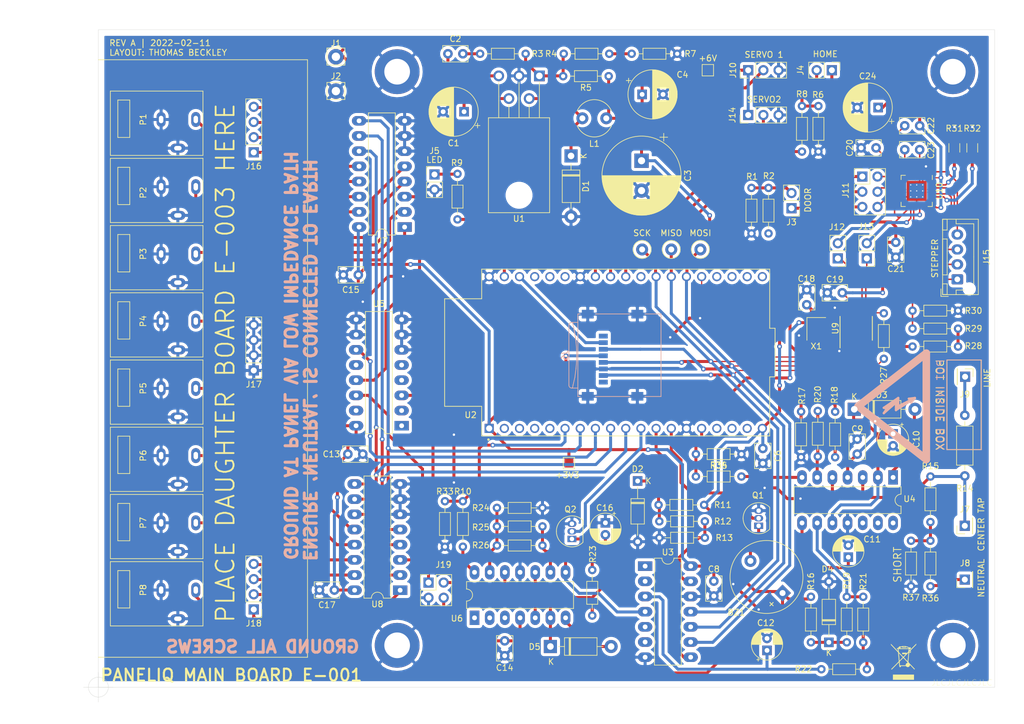
<source format=kicad_pcb>
(kicad_pcb (version 20171130) (host pcbnew 5.1.12-1.fc35)
  (layers (0 F.Cu signal) (31 B.Cu signal) (35 F.Paste user) (36 B.SilkS user) (37 F.SilkS user) (38 B.Mask user) (39 F.Mask user) (44 Edge.Cuts user))
  (net 0 "")
  (net 1 +12V)
  (net 2 GND)
  (net 3 "Net-(D1-Pad1)")
  (net 4 "Net-(R3-Pad1)")
  (net 5 +3V3)
  (net 6 "Net-(U3-Pad6)")
  (net 7 "Net-(U3-Pad5)")
  (net 8 /ANALOG_MEASURE/CURRENT_MEASURE/CUR_VAL)
  (net 9 /ANALOG_MEASURE/LINE_VOLTAGE_MEASURE/LINE_ADC)
  (net 10 /LINE_PHASE)
  (net 11 "Net-(D3-Pad2)")
  (net 12 "Net-(U5-Pad15)")
  (net 13 /ANALOG_MEASURE/CURRENT_MEASURE/MUX_1)
  (net 14 /ANALOG_MEASURE/CURRENT_MEASURE/MUX_0)
  (net 15 "Net-(U5-Pad12)")
  (net 16 "Net-(U5-Pad5)")
  (net 17 "Net-(U5-Pad4)")
  (net 18 "Net-(C16-Pad2)")
  (net 19 "Net-(U5-Pad2)")
  (net 20 "Net-(U5-Pad1)")
  (net 21 +6V)
  (net 22 "Net-(D5-Pad2)")
  (net 23 /CUR_PHASE)
  (net 24 /ANALOG_MEASURE/CURRENT_MEASURE/CH_A2)
  (net 25 /ANALOG_MEASURE/CURRENT_MEASURE/CH_A1)
  (net 26 /ANALOG_MEASURE/CURRENT_MEASURE/CH_A0)
  (net 27 /ANALOG_MEASURE/CURRENT_MEASURE/CH_A3)
  (net 28 /ANALOG_MEASURE/CURRENT_MEASURE/CH_A5)
  (net 29 /ANALOG_MEASURE/CURRENT_MEASURE/CH_A7)
  (net 30 /ANALOG_MEASURE/CURRENT_MEASURE/CH_A6)
  (net 31 /ANALOG_MEASURE/CURRENT_MEASURE/CH_A4)
  (net 32 /ANALOG_MEASURE/CURRENT_MEASURE/CH_B2)
  (net 33 /ANALOG_MEASURE/CURRENT_MEASURE/CH_B1)
  (net 34 /ANALOG_MEASURE/CURRENT_MEASURE/CH_B0)
  (net 35 /ANALOG_MEASURE/CURRENT_MEASURE/CH_B3)
  (net 36 /ANALOG_MEASURE/CURRENT_MEASURE/CH_B5)
  (net 37 /ANALOG_MEASURE/CURRENT_MEASURE/CH_B7)
  (net 38 /ANALOG_MEASURE/CURRENT_MEASURE/CH_B6)
  (net 39 /ANALOG_MEASURE/CURRENT_MEASURE/CH_B4)
  (net 40 "Net-(U9-Pad16)")
  (net 41 "Net-(U9-Pad13)")
  (net 42 "Net-(U9-Pad12)")
  (net 43 /HOME)
  (net 44 "Net-(C23-Pad2)")
  (net 45 "Net-(C23-Pad1)")
  (net 46 /MOTOR_CONTROL/MOTOR_B+)
  (net 47 /MOTOR_CONTROL/MOTOR_A+)
  (net 48 /MOTOR_CONTROL/MOTOR_A-)
  (net 49 /MOTOR_CONTROL/MOTOR_B-)
  (net 50 /MOTOR_CONTROL/DIR_OUT)
  (net 51 /MOTOR_CONTROL/STEP_OUT)
  (net 52 /MOTOR_CONTROL/DIR_IN)
  (net 53 /MOTOR_CONTROL/VREF)
  (net 54 /MOTOR_CONTROL/STEP_IN)
  (net 55 /MOTOR_CONTROL/MS3)
  (net 56 /MOTOR_CONTROL/MS2)
  (net 57 /MOTOR_CONTROL/MS1)
  (net 58 "Net-(J6-Pad1)")
  (net 59 "Net-(J6-Pad8)")
  (net 60 /MOTOR_CONTROL/16MHZ_CLK)
  (net 61 "Net-(U2-Pad3)")
  (net 62 "Net-(U2-Pad4)")
  (net 63 /DOOR_SENSE)
  (net 64 /LED)
  (net 65 /BUZZ)
  (net 66 "Net-(U2-Pad16)")
  (net 67 "Net-(U2-Pad17)")
  (net 68 "Net-(U2-Pad18)")
  (net 69 "Net-(U2-Pad20)")
  (net 70 "Net-(U2-Pad21)")
  (net 71 "Net-(U2-Pad22)")
  (net 72 /SERVO_2)
  (net 73 /SERVO_1)
  (net 74 "Net-(U2-Pad34)")
  (net 75 "Net-(U2-Pad35)")
  (net 76 "Net-(BZ1-Pad2)")
  (net 77 "Net-(D2-Pad1)")
  (net 78 "Net-(R17-Pad2)")
  (net 79 /DOOR)
  (net 80 "Net-(Q2-Pad1)")
  (net 81 /CLR_CURRENT)
  (net 82 "Net-(U6-Pad3)")
  (net 83 "Net-(U6-Pad2)")
  (net 84 "Net-(U6-Pad1)")
  (net 85 /MUX_SELECT0)
  (net 86 /MUX_SELECT1)
  (net 87 /MUX_SELECT2)
  (net 88 /MUX_SELECT3)
  (net 89 "Net-(C11-Pad1)")
  (net 90 "Net-(R4-Pad1)")
  (net 91 "Net-(R19-Pad1)")
  (net 92 "Net-(C2-Pad2)")
  (net 93 "Net-(C2-Pad1)")
  (net 94 "Net-(C22-Pad2)")
  (net 95 "Net-(R24-Pad1)")
  (net 96 "Net-(R27-Pad2)")
  (net 97 "Net-(R28-Pad1)")
  (net 98 /ANALOG_MEASURE/LINE_VOLTAGE_MEASURE/HV_CNTR_TAP)
  (net 99 /ANALOG_MEASURE/LINE_VOLTAGE_MEASURE/HV_IN)
  (net 100 /ANALOG_MEASURE/LINE_VOLTAGE_MEASURE/CUR_PEAK_OUT)
  (net 101 "Net-(U3-Pad2)")
  (net 102 "Net-(U3-Pad1)")
  (net 103 /MOTOR_CONTROL/SENSE_1)
  (net 104 /MOTOR_CONTROL/SENSE_2)
  (net 105 /ANALOG_MEASURE/VREF)
  (net 106 "Net-(U2-Pad2)")
  (net 107 /DOOR_OUT)
  (net 108 /HOME_OUT)
  (net 109 /LED_OUT)
  (net 110 /SPI5)
  (net 111 /SPI2)
  (net 112 /SPI0)
  (net 113 /SPI1)
  (net 114 /SPI4)
  (net 115 /SPI3)
  (net 116 "Net-(U2-Pad23)")
  (net 117 "Net-(U2-Pad28)")
  (net 118 "Net-(J19-Pad1)")
  (net 119 /ANALOG_MEASURE/CURRENT_MEASURE/ADC_IN)
  (net 120 /MOTOR_CONTROL/VREG)
  (net 121 /ANALOG_MEASURE/LINE_VOLTAGE_MEASURE/HV_NEUTRAL)
  (net 122 /ANALOG_MEASURE/LINE_VOLTAGE_MEASURE/VREF_4_7)
  (net 123 "Net-(R10-Pad2)")
  (net 124 "Net-(R34-Pad2)")
  (net 125 "Net-(U4-Pad14)")
  (net 126 "Net-(U4-Pad13)")
  (net 127 "Net-(U4-Pad12)")
  (net 128 "Net-(R15-Pad2)")
  (net 129 "Net-(U2-Pad5)")
  (module TestPoint:TestPoint_Pad_1.5x1.5mm (layer F.Cu) (at 154.25 111.25 180)
    (fp_text reference +3V3 (at 0.25 -2) (layer F.SilkS))
    (fp_text value TestPoint_Pad_1.5x1.5mm)
    (pad 1 smd rect (at 0 0 180) (size 1.5 1.5) (layers F.Cu F.Mask) (net 5 +3V3))
  )
  (module TestPoint:TestPoint_Loop_D2.50mm_Drill1.0mm (layer F.Cu) (at 171.375 75.5)
    (fp_text reference MISO (at 0 -2.75) (layer F.SilkS))
    (fp_text value TestPoint_Loop_D2.50mm_Drill1.0mm)
    (pad 1 thru_hole circle (at 0 0) (size 2 2) (drill 1) (layers *.Cu *.Mask) (net 113 /SPI1))
  )
  (module TestPoint:TestPoint_Loop_D2.50mm_Drill1.0mm (layer F.Cu) (at 176.25 75.5)
    (fp_text reference MOSI (at 0 -2.75) (layer F.SilkS))
    (fp_text value TestPoint_Loop_D2.50mm_Drill1.0mm)
    (pad 1 thru_hole circle (at 0 0) (size 2 2) (drill 1) (layers *.Cu *.Mask) (net 111 /SPI2))
  )
  (module TestPoint:TestPoint_Loop_D2.50mm_Drill1.0mm (layer F.Cu) (at 166.5 75.5)
    (fp_text reference SCK (at 0 -2.75) (layer F.SilkS))
    (fp_text value TestPoint_Loop_D2.50mm_Drill1.0mm)
    (pad 1 thru_hole circle (at 0 0) (size 2 2) (drill 1) (layers *.Cu *.Mask) (net 112 /SPI0))
  )
  (module TestPoint:TestPoint_Pad_1.5x1.5mm (layer F.Cu) (at 177.5 45.5)
    (fp_text reference +6V (at 0 -2) (layer F.SilkS))
    (fp_text value TestPoint_Pad_1.5x1.5mm)
    (pad 1 smd rect (at 0 0) (size 1.5 1.5) (layers F.Cu F.Mask) (net 21 +6V))
  )
  (module Symbol:WEEE-Logo_4.2x6mm_SilkScreen (layer F.Cu) (at 210.25 144.5)
    (fp_text reference REF** hide)
    (fp_text value WEEE-Logo_4.2x6mm_SilkScreen hide)
  )
  (module Symbol:Symbol_Highvoltage_Type2_CopperTop_Small (layer B.Cu) (at 210.25 101.75 270)
    (fp_text reference REF** hide)
    (fp_text value Symbol_Highvoltage_Type2_CopperTop_Small)
  )
  (module Resistor_THT:R_Axial_DIN0204_L3.6mm_D1.6mm_P7.62mm_Horizontal (layer F.Cu) (at 211.5 124.25 270)
    (fp_text reference R37 (at 9.5 0 180) (layer F.SilkS))
    (fp_text value 0)
    (pad 2 thru_hole oval (at 7.62 0 270) (size 1.4 1.4) (drill 0.7) (layers *.Cu *.Mask) (net 2 GND))
    (pad 1 thru_hole circle (at 0 0 270) (size 1.4 1.4) (drill 0.7) (layers *.Cu *.Mask) (net 128 "Net-(R15-Pad2)"))
  )
  (module Resistor_THT:R_Axial_DIN0204_L3.6mm_D1.6mm_P7.62mm_Horizontal (layer F.Cu) (at 214.75 131.87 90)
    (fp_text reference R36 (at -2 0 180) (layer F.SilkS))
    (fp_text value 68)
    (pad 2 thru_hole oval (at 7.62 0 90) (size 1.4 1.4) (drill 0.7) (layers *.Cu *.Mask) (net 128 "Net-(R15-Pad2)"))
    (pad 1 thru_hole circle (at 0 0 90) (size 1.4 1.4) (drill 0.7) (layers *.Cu *.Mask) (net 121 /ANALOG_MEASURE/LINE_VOLTAGE_MEASURE/HV_NEUTRAL))
  )
  (module Diode_THT:D_DO-35_SOD27_P10.16mm_Horizontal (layer F.Cu) (at 197.75 141.25 90)
    (fp_text reference D4 (at 12.25 -0.25 180) (layer F.SilkS))
    (fp_text value 1N750)
    (fp_text user K (at -1.75 0) (layer F.SilkS))
    (pad 2 thru_hole oval (at 10.16 0 90) (size 1.6 1.6) (drill 0.8) (layers *.Cu *.Mask) (net 2 GND))
    (pad 1 thru_hole rect (at 0 0 90) (size 1.6 1.6) (drill 0.8) (layers *.Cu *.Mask) (net 122 /ANALOG_MEASURE/LINE_VOLTAGE_MEASURE/VREF_4_7))
  )
  (module Package_DIP:DIP-14_W7.62mm_LongPads (layer F.Cu) (at 208.5 113.65 270)
    (fp_text reference U4 (at 3.6 -2.75 180) (layer F.SilkS))
    (fp_text value MCP6004)
    (pad 14 thru_hole oval (at 7.62 0 270) (size 2.4 1.6) (drill 0.8) (layers *.Cu *.Mask) (net 125 "Net-(U4-Pad14)"))
    (pad 7 thru_hole oval (at 0 15.24 270) (size 2.4 1.6) (drill 0.8) (layers *.Cu *.Mask) (net 124 "Net-(R34-Pad2)"))
    (pad 13 thru_hole oval (at 7.62 2.54 270) (size 2.4 1.6) (drill 0.8) (layers *.Cu *.Mask) (net 126 "Net-(U4-Pad13)"))
    (pad 6 thru_hole oval (at 0 12.7 270) (size 2.4 1.6) (drill 0.8) (layers *.Cu *.Mask) (net 78 "Net-(R17-Pad2)"))
    (pad 12 thru_hole oval (at 7.62 5.08 270) (size 2.4 1.6) (drill 0.8) (layers *.Cu *.Mask) (net 127 "Net-(U4-Pad12)"))
    (pad 5 thru_hole oval (at 0 10.16 270) (size 2.4 1.6) (drill 0.8) (layers *.Cu *.Mask) (net 98 /ANALOG_MEASURE/LINE_VOLTAGE_MEASURE/HV_CNTR_TAP))
    (pad 11 thru_hole oval (at 7.62 7.62 270) (size 2.4 1.6) (drill 0.8) (layers *.Cu *.Mask) (net 2 GND))
    (pad 4 thru_hole oval (at 0 7.62 270) (size 2.4 1.6) (drill 0.8) (layers *.Cu *.Mask) (net 5 +3V3))
    (pad 10 thru_hole oval (at 7.62 10.16 270) (size 2.4 1.6) (drill 0.8) (layers *.Cu *.Mask) (net 100 /ANALOG_MEASURE/LINE_VOLTAGE_MEASURE/CUR_PEAK_OUT))
    (pad 3 thru_hole oval (at 0 5.08 270) (size 2.4 1.6) (drill 0.8) (layers *.Cu *.Mask) (net 98 /ANALOG_MEASURE/LINE_VOLTAGE_MEASURE/HV_CNTR_TAP))
    (pad 9 thru_hole oval (at 7.62 12.7 270) (size 2.4 1.6) (drill 0.8) (layers *.Cu *.Mask) (net 91 "Net-(R19-Pad1)"))
    (pad 2 thru_hole oval (at 0 2.54 270) (size 2.4 1.6) (drill 0.8) (layers *.Cu *.Mask) (net 100 /ANALOG_MEASURE/LINE_VOLTAGE_MEASURE/CUR_PEAK_OUT))
    (pad 8 thru_hole oval (at 7.62 15.24 270) (size 2.4 1.6) (drill 0.8) (layers *.Cu *.Mask) (net 89 "Net-(C11-Pad1)"))
    (pad 1 thru_hole rect (at 0 0 270) (size 2.4 1.6) (drill 0.8) (layers *.Cu *.Mask) (net 11 "Net-(D3-Pad2)"))
  )
  (module Connector_PinHeader_2.54mm:PinHeader_1x04_P2.54mm_Vertical (layer F.Cu) (at 101.5 135.75 180)
    (fp_text reference J18 (at 0 -2.33) (layer F.SilkS))
    (fp_text value ADDL_INPUT2)
    (pad 4 thru_hole oval (at 0 7.62 180) (size 1.7 1.7) (drill 1) (layers *.Cu *.Mask) (net 37 /ANALOG_MEASURE/CURRENT_MEASURE/CH_B7))
    (pad 3 thru_hole oval (at 0 5.08 180) (size 1.7 1.7) (drill 1) (layers *.Cu *.Mask) (net 38 /ANALOG_MEASURE/CURRENT_MEASURE/CH_B6))
    (pad 2 thru_hole oval (at 0 2.54 180) (size 1.7 1.7) (drill 1) (layers *.Cu *.Mask) (net 36 /ANALOG_MEASURE/CURRENT_MEASURE/CH_B5))
    (pad 1 thru_hole rect (at 0 0 180) (size 1.7 1.7) (drill 1) (layers *.Cu *.Mask) (net 39 /ANALOG_MEASURE/CURRENT_MEASURE/CH_B4))
  )
  (module Connector_PinHeader_2.54mm:PinHeader_1x04_P2.54mm_Vertical (layer F.Cu) (at 101.5 95.75 180)
    (fp_text reference J17 (at 0 -2.33) (layer F.SilkS))
    (fp_text value GND)
    (pad 4 thru_hole oval (at 0 7.62 180) (size 1.7 1.7) (drill 1) (layers *.Cu *.Mask) (net 2 GND))
    (pad 3 thru_hole oval (at 0 5.08 180) (size 1.7 1.7) (drill 1) (layers *.Cu *.Mask) (net 2 GND))
    (pad 2 thru_hole oval (at 0 2.54 180) (size 1.7 1.7) (drill 1) (layers *.Cu *.Mask) (net 2 GND))
    (pad 1 thru_hole rect (at 0 0 180) (size 1.7 1.7) (drill 1) (layers *.Cu *.Mask) (net 2 GND))
  )
  (module Connector_PinHeader_2.54mm:PinHeader_1x04_P2.54mm_Vertical (layer F.Cu) (at 101.5 59.25 180)
    (fp_text reference J16 (at 0 -2.33) (layer F.SilkS))
    (fp_text value ADDL_INPUT1)
    (pad 4 thru_hole oval (at 0 7.62 180) (size 1.7 1.7) (drill 1) (layers *.Cu *.Mask) (net 29 /ANALOG_MEASURE/CURRENT_MEASURE/CH_A7))
    (pad 3 thru_hole oval (at 0 5.08 180) (size 1.7 1.7) (drill 1) (layers *.Cu *.Mask) (net 30 /ANALOG_MEASURE/CURRENT_MEASURE/CH_A6))
    (pad 2 thru_hole oval (at 0 2.54 180) (size 1.7 1.7) (drill 1) (layers *.Cu *.Mask) (net 28 /ANALOG_MEASURE/CURRENT_MEASURE/CH_A5))
    (pad 1 thru_hole rect (at 0 0 180) (size 1.7 1.7) (drill 1) (layers *.Cu *.Mask) (net 31 /ANALOG_MEASURE/CURRENT_MEASURE/CH_A4))
  )
  (module Resistor_SMD:R_1206_3216Metric_Pad1.30x1.75mm_HandSolder (layer F.Cu) (at 218.75 58.5 270)
    (fp_text reference R31 (at -3.25 0 180) (layer F.SilkS))
    (fp_text value 68m)
    (pad 2 smd roundrect (at 1.55 0 270) (size 1.3 1.75) (layers F.Cu F.Paste F.Mask) (roundrect_rratio 0.1923076923076923) (net 104 /MOTOR_CONTROL/SENSE_2))
    (pad 1 smd roundrect (at -1.55 0 270) (size 1.3 1.75) (layers F.Cu F.Paste F.Mask) (roundrect_rratio 0.1923076923076923) (net 2 GND))
  )
  (module Resistor_THT:R_Axial_DIN0204_L3.6mm_D1.6mm_P7.62mm_Horizontal (layer F.Cu) (at 183.12 109.75 180)
    (fp_text reference R35 (at 3.81 -1.92) (layer F.SilkS))
    (fp_text value 27k)
    (pad 2 thru_hole oval (at 7.62 0 180) (size 1.4 1.4) (drill 0.7) (layers *.Cu *.Mask) (net 10 /LINE_PHASE))
    (pad 1 thru_hole circle (at 0 0 180) (size 1.4 1.4) (drill 0.7) (layers *.Cu *.Mask) (net 2 GND))
  )
  (module Resistor_THT:R_Axial_DIN0204_L3.6mm_D1.6mm_P7.62mm_Horizontal (layer F.Cu) (at 175.5 113.5)
    (fp_text reference R34 (at 3.81 -1.92) (layer F.SilkS))
    (fp_text value 27k)
    (pad 2 thru_hole oval (at 7.62 0) (size 1.4 1.4) (drill 0.7) (layers *.Cu *.Mask) (net 124 "Net-(R34-Pad2)"))
    (pad 1 thru_hole circle (at 0 0) (size 1.4 1.4) (drill 0.7) (layers *.Cu *.Mask) (net 10 /LINE_PHASE))
  )
  (module Resistor_THT:R_Axial_DIN0204_L3.6mm_D1.6mm_P7.62mm_Horizontal (layer F.Cu) (at 133.5 125.25 90)
    (fp_text reference R33 (at 9.25 0 180) (layer F.SilkS))
    (fp_text value 27k)
    (pad 2 thru_hole oval (at 7.62 0 90) (size 1.4 1.4) (drill 0.7) (layers *.Cu *.Mask) (net 23 /CUR_PHASE))
    (pad 1 thru_hole circle (at 0 0 90) (size 1.4 1.4) (drill 0.7) (layers *.Cu *.Mask) (net 2 GND))
  )
  (module Resistor_THT:R_Axial_DIN0204_L3.6mm_D1.6mm_P7.62mm_Horizontal (layer F.Cu) (at 136.5 117.63 270)
    (fp_text reference R10 (at -1.63 0 180) (layer F.SilkS))
    (fp_text value 27k)
    (pad 2 thru_hole oval (at 7.62 0 270) (size 1.4 1.4) (drill 0.7) (layers *.Cu *.Mask) (net 123 "Net-(R10-Pad2)"))
    (pad 1 thru_hole circle (at 0 0 270) (size 1.4 1.4) (drill 0.7) (layers *.Cu *.Mask) (net 23 /CUR_PHASE))
  )
  (module MountingHole:MountingHole_4.3mm_M4_DIN965_Pad (layer F.Cu) (at 218.5 45.75)
    (fp_text reference REF** hide)
    (fp_text value MountingHole_4.3mm_M4_DIN965_Pad)
    (pad 1 thru_hole circle (at 0 0) (size 7.5 7.5) (drill 4.3) (layers *.Cu *.Mask) (net 2 GND))
  )
  (module MountingHole:MountingHole_4.3mm_M4_DIN965_Pad (layer F.Cu) (at 218.5 141.75)
    (fp_text reference REF** hide)
    (fp_text value MountingHole_4.3mm_M4_DIN965_Pad)
    (pad 1 thru_hole circle (at 0 0) (size 7.5 7.5) (drill 4.3) (layers *.Cu *.Mask) (net 2 GND))
  )
  (module MountingHole:MountingHole_4.3mm_M4_DIN965_Pad (layer F.Cu) (at 125.5 141.75)
    (fp_text reference REF** hide)
    (fp_text value MountingHole_4.3mm_M4_DIN965_Pad)
    (pad 1 thru_hole circle (at 0 0) (size 7.5 7.5) (drill 4.3) (layers *.Cu *.Mask) (net 2 GND))
  )
  (module MountingHole:MountingHole_4.3mm_M4_DIN965_Pad (layer F.Cu) (at 125.5 45.75)
    (fp_text reference REF** hide)
    (fp_text value MountingHole_4.3mm_M4_DIN965_Pad)
    (pad 1 thru_hole circle (at 0 0) (size 7.5 7.5) (drill 4.3) (layers *.Cu *.Mask) (net 2 GND))
  )
  (module Package_DIP:DIP-16_W7.62mm_LongPads (layer F.Cu) (at 126 132.53 180)
    (fp_text reference U8 (at 3.81 -2.33) (layer F.SilkS))
    (fp_text value 4051)
    (pad 16 thru_hole oval (at 7.62 0 180) (size 2.4 1.6) (drill 0.8) (layers *.Cu *.Mask) (net 5 +3V3))
    (pad 8 thru_hole oval (at 0 17.78 180) (size 2.4 1.6) (drill 0.8) (layers *.Cu *.Mask) (net 2 GND))
    (pad 15 thru_hole oval (at 7.62 2.54 180) (size 2.4 1.6) (drill 0.8) (layers *.Cu *.Mask) (net 37 /ANALOG_MEASURE/CURRENT_MEASURE/CH_B7))
    (pad 7 thru_hole oval (at 0 15.24 180) (size 2.4 1.6) (drill 0.8) (layers *.Cu *.Mask) (net 2 GND))
    (pad 14 thru_hole oval (at 7.62 5.08 180) (size 2.4 1.6) (drill 0.8) (layers *.Cu *.Mask) (net 32 /ANALOG_MEASURE/CURRENT_MEASURE/CH_B2))
    (pad 6 thru_hole oval (at 0 12.7 180) (size 2.4 1.6) (drill 0.8) (layers *.Cu *.Mask) (net 2 GND))
    (pad 13 thru_hole oval (at 7.62 7.62 180) (size 2.4 1.6) (drill 0.8) (layers *.Cu *.Mask) (net 33 /ANALOG_MEASURE/CURRENT_MEASURE/CH_B1))
    (pad 5 thru_hole oval (at 0 10.16 180) (size 2.4 1.6) (drill 0.8) (layers *.Cu *.Mask) (net 38 /ANALOG_MEASURE/CURRENT_MEASURE/CH_B6))
    (pad 12 thru_hole oval (at 7.62 10.16 180) (size 2.4 1.6) (drill 0.8) (layers *.Cu *.Mask) (net 34 /ANALOG_MEASURE/CURRENT_MEASURE/CH_B0))
    (pad 4 thru_hole oval (at 0 7.62 180) (size 2.4 1.6) (drill 0.8) (layers *.Cu *.Mask) (net 36 /ANALOG_MEASURE/CURRENT_MEASURE/CH_B5))
    (pad 11 thru_hole oval (at 7.62 12.7 180) (size 2.4 1.6) (drill 0.8) (layers *.Cu *.Mask) (net 87 /MUX_SELECT2))
    (pad 3 thru_hole oval (at 0 5.08 180) (size 2.4 1.6) (drill 0.8) (layers *.Cu *.Mask) (net 13 /ANALOG_MEASURE/CURRENT_MEASURE/MUX_1))
    (pad 10 thru_hole oval (at 7.62 15.24 180) (size 2.4 1.6) (drill 0.8) (layers *.Cu *.Mask) (net 86 /MUX_SELECT1))
    (pad 2 thru_hole oval (at 0 2.54 180) (size 2.4 1.6) (drill 0.8) (layers *.Cu *.Mask) (net 39 /ANALOG_MEASURE/CURRENT_MEASURE/CH_B4))
    (pad 9 thru_hole oval (at 7.62 17.78 180) (size 2.4 1.6) (drill 0.8) (layers *.Cu *.Mask) (net 85 /MUX_SELECT0))
    (pad 1 thru_hole rect (at 0 0 180) (size 2.4 1.6) (drill 0.8) (layers *.Cu *.Mask) (net 35 /ANALOG_MEASURE/CURRENT_MEASURE/CH_B3))
  )
  (module Resistor_SMD:R_1206_3216Metric_Pad1.30x1.75mm_HandSolder (layer F.Cu) (at 221.75 58.5 90)
    (fp_text reference R32 (at 3.25 0 180) (layer F.SilkS))
    (fp_text value 68m)
    (pad 2 smd roundrect (at 1.55 0 90) (size 1.3 1.75) (layers F.Cu F.Paste F.Mask) (roundrect_rratio 0.1923076923076923) (net 2 GND))
    (pad 1 smd roundrect (at -1.55 0 90) (size 1.3 1.75) (layers F.Cu F.Paste F.Mask) (roundrect_rratio 0.1923076923076923) (net 103 /MOTOR_CONTROL/SENSE_1))
  )
  (module Capacitor_THT:C_Rect_L4.0mm_W2.5mm_P2.50mm (layer F.Cu) (at 115 132.5 180)
    (fp_text reference C17 (at 1.25 -2.5) (layer F.SilkS))
    (fp_text value 0.1uF)
    (pad 2 thru_hole circle (at 2.5 0 180) (size 1.6 1.6) (drill 0.8) (layers *.Cu *.Mask) (net 2 GND))
    (pad 1 thru_hole circle (at 0 0 180) (size 1.6 1.6) (drill 0.8) (layers *.Cu *.Mask) (net 5 +3V3))
  )
  (module Resistor_THT:R_Axial_DIN0204_L3.6mm_D1.6mm_P7.62mm_Horizontal (layer F.Cu) (at 211.75 88.75)
    (fp_text reference R29 (at 10.22 0) (layer F.SilkS))
    (fp_text value 10k)
    (pad 2 thru_hole oval (at 7.62 0) (size 1.4 1.4) (drill 0.7) (layers *.Cu *.Mask) (net 97 "Net-(R28-Pad1)"))
    (pad 1 thru_hole circle (at 0 0) (size 1.4 1.4) (drill 0.7) (layers *.Cu *.Mask) (net 53 /MOTOR_CONTROL/VREF))
  )
  (module Package_SO:SSOP-16_3.9x4.9mm_P0.635mm (layer F.Cu) (at 202.35 88.7 90)
    (fp_text reference U9 (at 0 -3.5 90) (layer F.SilkS))
    (fp_text value TMC4210-I)
    (pad 16 smd rect (at 2.6 -2.2225 90) (size 1.2 0.4) (layers F.Cu F.Paste F.Mask) (net 40 "Net-(U9-Pad16)"))
    (pad 15 smd rect (at 2.6 -1.5875 90) (size 1.2 0.4) (layers F.Cu F.Paste F.Mask) (net 2 GND))
    (pad 14 smd rect (at 2.6 -0.9525 90) (size 1.2 0.4) (layers F.Cu F.Paste F.Mask) (net 5 +3V3))
    (pad 13 smd rect (at 2.6 -0.3175 90) (size 1.2 0.4) (layers F.Cu F.Paste F.Mask) (net 41 "Net-(U9-Pad13)"))
    (pad 12 smd rect (at 2.6 0.3175 90) (size 1.2 0.4) (layers F.Cu F.Paste F.Mask) (net 42 "Net-(U9-Pad12)"))
    (pad 11 smd rect (at 2.6 0.9525 90) (size 1.2 0.4) (layers F.Cu F.Paste F.Mask) (net 50 /MOTOR_CONTROL/DIR_OUT))
    (pad 10 smd rect (at 2.6 1.5875 90) (size 1.2 0.4) (layers F.Cu F.Paste F.Mask) (net 51 /MOTOR_CONTROL/STEP_OUT))
    (pad 9 smd rect (at 2.6 2.2225 90) (size 1.2 0.4) (layers F.Cu F.Paste F.Mask) (net 96 "Net-(R27-Pad2)"))
    (pad 8 smd rect (at -2.6 2.2225 90) (size 1.2 0.4) (layers F.Cu F.Paste F.Mask) (net 111 /SPI2))
    (pad 7 smd rect (at -2.6 1.5875 90) (size 1.2 0.4) (layers F.Cu F.Paste F.Mask) (net 112 /SPI0))
    (pad 6 smd rect (at -2.6 0.9525 90) (size 1.2 0.4) (layers F.Cu F.Paste F.Mask) (net 114 /SPI4))
    (pad 5 smd rect (at -2.6 0.3175 90) (size 1.2 0.4) (layers F.Cu F.Paste F.Mask) (net 60 /MOTOR_CONTROL/16MHZ_CLK))
    (pad 4 smd rect (at -2.6 -0.3175 90) (size 1.2 0.4) (layers F.Cu F.Paste F.Mask) (net 2 GND))
    (pad 3 smd rect (at -2.6 -0.9525 90) (size 1.2 0.4) (layers F.Cu F.Paste F.Mask) (net 2 GND))
    (pad 2 smd rect (at -2.6 -1.5875 90) (size 1.2 0.4) (layers F.Cu F.Paste F.Mask) (net 2 GND))
    (pad 1 smd rect (at -2.6 -2.2225 90) (size 1.2 0.4) (layers F.Cu F.Paste F.Mask) (net 43 /HOME))
  )
  (module Connector_PinHeader_2.54mm:PinHeader_2x02_P2.54mm_Vertical (layer F.Cu) (at 130.75 131.25)
    (fp_text reference J19 (at 2.5 -3) (layer F.SilkS))
    (fp_text value PRESCALER)
    (pad 4 thru_hole oval (at 2.54 2.54) (size 1.7 1.7) (drill 1) (layers *.Cu *.Mask) (net 21 +6V))
    (pad 3 thru_hole oval (at 0 2.54) (size 1.7 1.7) (drill 1) (layers *.Cu *.Mask) (net 2 GND))
    (pad 2 thru_hole oval (at 2.54 0) (size 1.7 1.7) (drill 1) (layers *.Cu *.Mask) (net 119 /ANALOG_MEASURE/CURRENT_MEASURE/ADC_IN))
    (pad 1 thru_hole rect (at 0 0) (size 1.7 1.7) (drill 1) (layers *.Cu *.Mask) (net 118 "Net-(J19-Pad1)"))
  )
  (module PanelIQ:MODULE_ESP32-DEVKITC-32U (layer F.Cu) (at 163.75 92.75 90)
    (fp_text reference U2 (at -10.45 -25.95 180) (layer F.SilkS))
    (fp_text value ESP32-DEVKITC-32U)
    (pad 1 thru_hole rect (at -12.7 -22.85 90) (size 1.53 1.53) (drill 1.02) (layers *.Cu *.Mask) (net 5 +3V3))
    (pad 2 thru_hole circle (at -12.7 -20.31 90) (size 1.53 1.53) (drill 1.02) (layers *.Cu *.Mask) (net 106 "Net-(U2-Pad2)"))
    (pad 3 thru_hole circle (at -12.7 -17.77 90) (size 1.53 1.53) (drill 1.02) (layers *.Cu *.Mask) (net 61 "Net-(U2-Pad3)"))
    (pad 4 thru_hole circle (at -12.7 -15.23 90) (size 1.53 1.53) (drill 1.02) (layers *.Cu *.Mask) (net 62 "Net-(U2-Pad4)"))
    (pad 5 thru_hole circle (at -12.7 -12.69 90) (size 1.53 1.53) (drill 1.02) (layers *.Cu *.Mask) (net 129 "Net-(U2-Pad5)"))
    (pad 6 thru_hole circle (at -12.7 -10.15 90) (size 1.53 1.53) (drill 1.02) (layers *.Cu *.Mask) (net 23 /CUR_PHASE))
    (pad 7 thru_hole circle (at -12.7 -7.61 90) (size 1.53 1.53) (drill 1.02) (layers *.Cu *.Mask) (net 87 /MUX_SELECT2))
    (pad 8 thru_hole circle (at -12.7 -5.07 90) (size 1.53 1.53) (drill 1.02) (layers *.Cu *.Mask) (net 88 /MUX_SELECT3))
    (pad 9 thru_hole circle (at -12.7 -2.53 90) (size 1.53 1.53) (drill 1.02) (layers *.Cu *.Mask) (net 85 /MUX_SELECT0))
    (pad 10 thru_hole circle (at -12.7 0.01 90) (size 1.53 1.53) (drill 1.02) (layers *.Cu *.Mask) (net 86 /MUX_SELECT1))
    (pad 11 thru_hole circle (at -12.7 2.55 90) (size 1.53 1.53) (drill 1.02) (layers *.Cu *.Mask) (net 81 /CLR_CURRENT))
    (pad 12 thru_hole circle (at -12.7 5.09 90) (size 1.53 1.53) (drill 1.02) (layers *.Cu *.Mask) (net 115 /SPI3))
    (pad 13 thru_hole circle (at -12.7 7.63 90) (size 1.53 1.53) (drill 1.02) (layers *.Cu *.Mask) (net 65 /BUZZ))
    (pad 14 thru_hole circle (at -12.7 10.17 90) (size 1.53 1.53) (drill 1.02) (layers *.Cu *.Mask) (net 2 GND))
    (pad 15 thru_hole circle (at -12.7 12.71 90) (size 1.53 1.53) (drill 1.02) (layers *.Cu *.Mask) (net 10 /LINE_PHASE))
    (pad 16 thru_hole circle (at -12.7 15.25 90) (size 1.53 1.53) (drill 1.02) (layers *.Cu *.Mask) (net 66 "Net-(U2-Pad16)"))
    (pad 17 thru_hole circle (at -12.7 17.79 90) (size 1.53 1.53) (drill 1.02) (layers *.Cu *.Mask) (net 67 "Net-(U2-Pad17)"))
    (pad 18 thru_hole circle (at -12.7 20.33 90) (size 1.53 1.53) (drill 1.02) (layers *.Cu *.Mask) (net 68 "Net-(U2-Pad18)"))
    (pad 19 thru_hole circle (at -12.7 22.87 90) (size 1.53 1.53) (drill 1.02) (layers *.Cu *.Mask) (net 21 +6V))
    (pad 20 thru_hole circle (at 12.7 22.87 90) (size 1.53 1.53) (drill 1.02) (layers *.Cu *.Mask) (net 69 "Net-(U2-Pad20)"))
    (pad 21 thru_hole circle (at 12.7 20.33 90) (size 1.53 1.53) (drill 1.02) (layers *.Cu *.Mask) (net 70 "Net-(U2-Pad21)"))
    (pad 22 thru_hole circle (at 12.7 17.79 90) (size 1.53 1.53) (drill 1.02) (layers *.Cu *.Mask) (net 71 "Net-(U2-Pad22)"))
    (pad 23 thru_hole circle (at 12.7 15.25 90) (size 1.53 1.53) (drill 1.02) (layers *.Cu *.Mask) (net 116 "Net-(U2-Pad23)"))
    (pad 24 thru_hole circle (at 12.7 12.71 90) (size 1.53 1.53) (drill 1.02) (layers *.Cu *.Mask) (net 114 /SPI4))
    (pad 25 thru_hole circle (at 12.7 10.17 90) (size 1.53 1.53) (drill 1.02) (layers *.Cu *.Mask) (net 111 /SPI2))
    (pad 26 thru_hole circle (at 12.7 7.63 90) (size 1.53 1.53) (drill 1.02) (layers *.Cu *.Mask) (net 113 /SPI1))
    (pad 27 thru_hole circle (at 12.7 5.09 90) (size 1.53 1.53) (drill 1.02) (layers *.Cu *.Mask) (net 112 /SPI0))
    (pad 28 thru_hole circle (at 12.7 2.55 90) (size 1.53 1.53) (drill 1.02) (layers *.Cu *.Mask) (net 117 "Net-(U2-Pad28)"))
    (pad 29 thru_hole circle (at 12.7 0.01 90) (size 1.53 1.53) (drill 1.02) (layers *.Cu *.Mask) (net 43 /HOME))
    (pad 30 thru_hole circle (at 12.7 -2.53 90) (size 1.53 1.53) (drill 1.02) (layers *.Cu *.Mask) (net 72 /SERVO_2))
    (pad 31 thru_hole circle (at 12.7 -5.07 90) (size 1.53 1.53) (drill 1.02) (layers *.Cu *.Mask) (net 73 /SERVO_1))
    (pad 32 thru_hole circle (at 12.7 -7.61 90) (size 1.53 1.53) (drill 1.02) (layers *.Cu *.Mask) (net 2 GND))
    (pad 33 thru_hole circle (at 12.7 -10.15 90) (size 1.53 1.53) (drill 1.02) (layers *.Cu *.Mask) (net 63 /DOOR_SENSE))
    (pad 34 thru_hole circle (at 12.7 -12.69 90) (size 1.53 1.53) (drill 1.02) (layers *.Cu *.Mask) (net 74 "Net-(U2-Pad34)"))
    (pad 35 thru_hole circle (at 12.7 -15.23 90) (size 1.53 1.53) (drill 1.02) (layers *.Cu *.Mask) (net 75 "Net-(U2-Pad35)"))
    (pad 36 thru_hole circle (at 12.7 -17.77 90) (size 1.53 1.53) (drill 1.02) (layers *.Cu *.Mask) (net 110 /SPI5))
    (pad 37 thru_hole circle (at 12.7 -20.31 90) (size 1.53 1.53) (drill 1.02) (layers *.Cu *.Mask) (net 64 /LED))
    (pad 38 thru_hole circle (at 12.7 -22.85 90) (size 1.53 1.53) (drill 1.02) (layers *.Cu *.Mask) (net 2 GND))
  )
  (module Connector_PinHeader_2.54mm:PinHeader_1x02_P2.54mm_Vertical (layer F.Cu) (at 131.75 62.95)
    (fp_text reference J5 (at 0 -3.95) (layer F.SilkS))
    (fp_text value LED (at 0 -2.45) (layer F.SilkS))
    (pad 2 thru_hole oval (at 0 2.54) (size 1.7 1.7) (drill 1) (layers *.Cu *.Mask) (net 2 GND))
    (pad 1 thru_hole rect (at 0 0) (size 1.7 1.7) (drill 1) (layers *.Cu *.Mask) (net 109 /LED_OUT))
  )
  (module Connector_PinHeader_2.54mm:PinHeader_1x03_P2.54mm_Vertical (layer F.Cu) (at 184.25 53 90)
    (fp_text reference J14 (at 0 -2.65 90) (layer F.SilkS))
    (fp_text value SERVO2 (at 2.6 2.65 180) (layer F.SilkS))
    (pad 3 thru_hole oval (at 0 5.08 90) (size 1.7 1.7) (drill 1) (layers *.Cu *.Mask) (net 2 GND))
    (pad 2 thru_hole oval (at 0 2.54 90) (size 1.7 1.7) (drill 1) (layers *.Cu *.Mask) (net 72 /SERVO_2))
    (pad 1 thru_hole rect (at 0 0 90) (size 1.7 1.7) (drill 1) (layers *.Cu *.Mask) (net 21 +6V))
  )
  (module Connector_Pin:Pin_D1.4mm_L8.5mm_W2.8mm_FlatFork (layer F.Cu) (at 115.25 49 180)
    (fp_text reference J2 (at 0 2.5) (layer F.SilkS))
    (fp_text value GND)
    (pad 1 thru_hole circle (at 0 0 180) (size 2.6 2.6) (drill 1.4) (layers *.Cu *.Mask) (net 2 GND))
  )
  (module Connector_Pin:Pin_D1.4mm_L8.5mm_W2.8mm_FlatFork (layer F.Cu) (at 115.25 43.25 180)
    (fp_text reference J1 (at 0 2.25) (layer F.SilkS))
    (fp_text value +12V)
    (pad 1 thru_hole circle (at 0 0 180) (size 2.6 2.6) (drill 1.4) (layers *.Cu *.Mask) (net 1 +12V))
  )
  (module Connector_PinHeader_2.54mm:PinHeader_1x02_P2.54mm_Vertical (layer F.Cu) (at 198.25 45.5 270)
    (fp_text reference J4 (at 0 5.25 270) (layer F.SilkS))
    (fp_text value HOME (at -2.7 1.1 180) (layer F.SilkS))
    (pad 2 thru_hole oval (at 0 2.54 270) (size 1.7 1.7) (drill 1) (layers *.Cu *.Mask) (net 108 /HOME_OUT))
    (pad 1 thru_hole rect (at 0 0 270) (size 1.7 1.7) (drill 1) (layers *.Cu *.Mask) (net 5 +3V3))
  )
  (module Resistor_THT:R_Axial_DIN0204_L3.6mm_D1.6mm_P7.62mm_Horizontal (layer F.Cu) (at 184.8 72.82 90)
    (fp_text reference R1 (at 9.52 0.1 180) (layer F.SilkS))
    (fp_text value 10k)
    (pad 2 thru_hole oval (at 7.62 0 90) (size 1.4 1.4) (drill 0.7) (layers *.Cu *.Mask) (net 107 /DOOR_OUT))
    (pad 1 thru_hole circle (at 0 0 90) (size 1.4 1.4) (drill 0.7) (layers *.Cu *.Mask) (net 2 GND))
  )
  (module Package_DFN_QFN:QFN-28-1EP_5x5mm_P0.5mm_EP3.35x3.35mm_ThermalVias (layer F.Cu) (at 212.45 65.7 270)
    (fp_text reference U10 (at 0 -3.8 90) (layer F.SilkS))
    (fp_text value A4988)
    (pad 29 smd rect (at 0 0 270) (size 2.5 2.5) (layers B.Cu) (net 2 GND))
    (pad 29 thru_hole circle (at 1 1 270) (size 0.5 0.5) (drill 0.2) (layers *.Cu) (net 2 GND))
    (pad 29 thru_hole circle (at 0 1 270) (size 0.5 0.5) (drill 0.2) (layers *.Cu) (net 2 GND))
    (pad 29 thru_hole circle (at -1 1 270) (size 0.5 0.5) (drill 0.2) (layers *.Cu) (net 2 GND))
    (pad 29 thru_hole circle (at 1 0 270) (size 0.5 0.5) (drill 0.2) (layers *.Cu) (net 2 GND))
    (pad 29 thru_hole circle (at 0 0 270) (size 0.5 0.5) (drill 0.2) (layers *.Cu) (net 2 GND))
    (pad 29 thru_hole circle (at -1 0 270) (size 0.5 0.5) (drill 0.2) (layers *.Cu) (net 2 GND))
    (pad 29 thru_hole circle (at 1 -1 270) (size 0.5 0.5) (drill 0.2) (layers *.Cu) (net 2 GND))
    (pad 29 thru_hole circle (at 0 -1 270) (size 0.5 0.5) (drill 0.2) (layers *.Cu) (net 2 GND))
    (pad 29 thru_hole circle (at -1 -1 270) (size 0.5 0.5) (drill 0.2) (layers *.Cu) (net 2 GND))
    (pad 29 smd rect (at 0 0 270) (size 3.35 3.35) (layers F.Cu F.Mask) (net 2 GND))
    (pad 28 smd roundrect (at -1.5 -2.45 270) (size 0.25 0.8) (layers F.Cu F.Paste F.Mask) (net 1 +12V))
    (pad 27 smd roundrect (at -1 -2.45 270) (size 0.25 0.8) (layers F.Cu F.Paste F.Mask) (net 104 /MOTOR_CONTROL/SENSE_2))
    (pad 26 smd roundrect (at -0.5 -2.45 270) (size 0.25 0.8) (layers F.Cu F.Paste F.Mask) (net 46 /MOTOR_CONTROL/MOTOR_B+))
    (pad 25 smd roundrect (at 0 -2.45 270) (size 0.25 0.8) (layers F.Cu F.Paste F.Mask))
    (pad 24 smd roundrect (at 0.5 -2.45 270) (size 0.25 0.8) (layers F.Cu F.Paste F.Mask) (net 47 /MOTOR_CONTROL/MOTOR_A+))
    (pad 23 smd roundrect (at 1 -2.45 270) (size 0.25 0.8) (layers F.Cu F.Paste F.Mask) (net 103 /MOTOR_CONTROL/SENSE_1))
    (pad 22 smd roundrect (at 1.5 -2.45 270) (size 0.25 0.8) (layers F.Cu F.Paste F.Mask) (net 1 +12V))
    (pad 21 smd roundrect (at 2.45 -1.5 270) (size 0.8 0.25) (layers F.Cu F.Paste F.Mask) (net 48 /MOTOR_CONTROL/MOTOR_A-))
    (pad 20 smd roundrect (at 2.45 -1 270) (size 0.8 0.25) (layers F.Cu F.Paste F.Mask))
    (pad 19 smd roundrect (at 2.45 -0.5 270) (size 0.8 0.25) (layers F.Cu F.Paste F.Mask) (net 52 /MOTOR_CONTROL/DIR_IN))
    (pad 18 smd roundrect (at 2.45 0 270) (size 0.8 0.25) (layers F.Cu F.Paste F.Mask) (net 2 GND))
    (pad 17 smd roundrect (at 2.45 0.5 270) (size 0.8 0.25) (layers F.Cu F.Paste F.Mask) (net 53 /MOTOR_CONTROL/VREF))
    (pad 16 smd roundrect (at 2.45 1 270) (size 0.8 0.25) (layers F.Cu F.Paste F.Mask) (net 54 /MOTOR_CONTROL/STEP_IN))
    (pad 15 smd roundrect (at 2.45 1.5 270) (size 0.8 0.25) (layers F.Cu F.Paste F.Mask) (net 5 +3V3))
    (pad 14 smd roundrect (at 1.5 2.45 270) (size 0.25 0.8) (layers F.Cu F.Paste F.Mask) (net 5 +3V3))
    (pad 13 smd roundrect (at 1 2.45 270) (size 0.25 0.8) (layers F.Cu F.Paste F.Mask) (net 2 GND))
    (pad 12 smd roundrect (at 0.5 2.45 270) (size 0.25 0.8) (layers F.Cu F.Paste F.Mask) (net 5 +3V3))
    (pad 11 smd roundrect (at 0 2.45 270) (size 0.25 0.8) (layers F.Cu F.Paste F.Mask) (net 55 /MOTOR_CONTROL/MS3))
    (pad 10 smd roundrect (at -0.5 2.45 270) (size 0.25 0.8) (layers F.Cu F.Paste F.Mask) (net 56 /MOTOR_CONTROL/MS2))
    (pad 9 smd roundrect (at -1 2.45 270) (size 0.25 0.8) (layers F.Cu F.Paste F.Mask) (net 57 /MOTOR_CONTROL/MS1))
    (pad 8 smd roundrect (at -1.5 2.45 270) (size 0.25 0.8) (layers F.Cu F.Paste F.Mask) (net 120 /MOTOR_CONTROL/VREG))
    (pad 7 smd roundrect (at -2.45 1.5 270) (size 0.8 0.25) (layers F.Cu F.Paste F.Mask))
    (pad 6 smd roundrect (at -2.45 1 270) (size 0.8 0.25) (layers F.Cu F.Paste F.Mask) (net 94 "Net-(C22-Pad2)"))
    (pad 5 smd roundrect (at -2.45 0.5 270) (size 0.8 0.25) (layers F.Cu F.Paste F.Mask) (net 44 "Net-(C23-Pad2)"))
    (pad 4 smd roundrect (at -2.45 0 270) (size 0.8 0.25) (layers F.Cu F.Paste F.Mask) (net 45 "Net-(C23-Pad1)"))
    (pad 3 smd roundrect (at -2.45 -0.5 270) (size 0.8 0.25) (layers F.Cu F.Paste F.Mask) (net 2 GND))
    (pad 2 smd roundrect (at -2.45 -1 270) (size 0.8 0.25) (layers F.Cu F.Paste F.Mask) (net 2 GND))
    (pad 1 smd roundrect (at -2.45 -1.5 270) (size 0.8 0.25) (layers F.Cu F.Paste F.Mask) (net 49 /MOTOR_CONTROL/MOTOR_B-))
  )
  (module Connector_PinHeader_2.54mm:PinHeader_1x01_P2.54mm_Vertical (layer F.Cu) (at 220.5 121.75 90)
    (fp_text reference J7 (at 2.75 0 180) (layer F.SilkS))
    (fp_text value "CENTER TAP" (at 0.25 2.75 270) (layer F.SilkS))
    (pad 1 thru_hole rect (at 0 0 90) (size 1.7 1.7) (drill 1) (layers *.Cu *.Mask) (net 98 /ANALOG_MEASURE/LINE_VOLTAGE_MEASURE/HV_CNTR_TAP))
  )
  (module Connector_PinHeader_2.54mm:PinHeader_1x02_P2.54mm_Vertical (layer F.Cu) (at 191.5 68.6 180)
    (fp_text reference J3 (at 0 -2.33) (layer F.SilkS))
    (fp_text value DOOR (at -2.75 1.35 90) (layer F.SilkS))
    (pad 2 thru_hole oval (at 0 2.54 180) (size 1.7 1.7) (drill 1) (layers *.Cu *.Mask) (net 107 /DOOR_OUT))
    (pad 1 thru_hole rect (at 0 0 180) (size 1.7 1.7) (drill 1) (layers *.Cu *.Mask) (net 5 +3V3))
  )
  (module Connector_PinHeader_2.54mm:PinHeader_1x01_P2.54mm_Vertical (layer F.Cu) (at 220.55 96.8 270)
    (fp_text reference J9 (at 2.95 0.05 180) (layer F.SilkS))
    (fp_text value LINE (at 0.2 -3.7 90) (layer F.SilkS))
    (pad 1 thru_hole rect (at 0 0 270) (size 1.7 1.7) (drill 1) (layers *.Cu *.Mask) (net 99 /ANALOG_MEASURE/LINE_VOLTAGE_MEASURE/HV_IN))
  )
  (module Connector_PinHeader_2.54mm:PinHeader_1x01_P2.54mm_Vertical (layer F.Cu) (at 220.5 130.75 90)
    (fp_text reference J8 (at 2.75 0.05 180) (layer F.SilkS))
    (fp_text value NEUTRAL (at 0.25 2.75 270) (layer F.SilkS))
    (pad 1 thru_hole rect (at 0 0 90) (size 1.7 1.7) (drill 1) (layers *.Cu *.Mask) (net 121 /ANALOG_MEASURE/LINE_VOLTAGE_MEASURE/HV_NEUTRAL))
  )
  (module PanelIQ:DC-005 (layer F.Cu) (at 78 76.25)
    (fp_text reference P3 (at 5 0 90) (layer F.SilkS))
    (fp_text value CH2)
    (pad 2 thru_hole oval (at 8 0 180) (size 1.5 2.5) (drill oval 0.75 1.25) (layers *.Cu *.Mask) (net 2 GND))
    (pad 1 thru_hole oval (at 13.8 0 180) (size 1.5 2.5) (drill oval 0.75 1.25) (layers *.Cu *.Mask) (net 24 /ANALOG_MEASURE/CURRENT_MEASURE/CH_A2))
    (pad 3 thru_hole oval (at 10.8 4.8 90) (size 1.5 2.5) (drill oval 0.75 1.25) (layers *.Cu *.Mask) (net 2 GND))
  )
  (module PanelIQ:DC-005 (layer F.Cu) (at 78 87.5)
    (fp_text reference P4 (at 5 0 270) (layer F.SilkS))
    (fp_text value CH3)
    (pad 2 thru_hole oval (at 8 0 180) (size 1.5 2.5) (drill oval 0.75 1.25) (layers *.Cu *.Mask) (net 2 GND))
    (pad 1 thru_hole oval (at 13.8 0 180) (size 1.5 2.5) (drill oval 0.75 1.25) (layers *.Cu *.Mask) (net 27 /ANALOG_MEASURE/CURRENT_MEASURE/CH_A3))
    (pad 3 thru_hole oval (at 10.8 4.8 90) (size 1.5 2.5) (drill oval 0.75 1.25) (layers *.Cu *.Mask) (net 2 GND))
  )
  (module PanelIQ:DC-005 (layer F.Cu) (at 78 98.75)
    (fp_text reference P5 (at 5 0 90) (layer F.SilkS))
    (fp_text value CH4)
    (pad 2 thru_hole oval (at 8 0 180) (size 1.5 2.5) (drill oval 0.75 1.25) (layers *.Cu *.Mask) (net 2 GND))
    (pad 1 thru_hole oval (at 13.8 0 180) (size 1.5 2.5) (drill oval 0.75 1.25) (layers *.Cu *.Mask) (net 34 /ANALOG_MEASURE/CURRENT_MEASURE/CH_B0))
    (pad 3 thru_hole oval (at 10.8 4.8 90) (size 1.5 2.5) (drill oval 0.75 1.25) (layers *.Cu *.Mask) (net 2 GND))
  )
  (module PanelIQ:DC-005 (layer F.Cu) (at 78 110)
    (fp_text reference P6 (at 5 0 90) (layer F.SilkS))
    (fp_text value CH5)
    (pad 2 thru_hole oval (at 8 0 180) (size 1.5 2.5) (drill oval 0.75 1.25) (layers *.Cu *.Mask) (net 2 GND))
    (pad 1 thru_hole oval (at 13.8 0 180) (size 1.5 2.5) (drill oval 0.75 1.25) (layers *.Cu *.Mask) (net 33 /ANALOG_MEASURE/CURRENT_MEASURE/CH_B1))
    (pad 3 thru_hole oval (at 10.8 4.8 90) (size 1.5 2.5) (drill oval 0.75 1.25) (layers *.Cu *.Mask) (net 2 GND))
  )
  (module PanelIQ:DC-005 (layer F.Cu) (at 78 121.25)
    (fp_text reference P7 (at 5 0 90) (layer F.SilkS))
    (fp_text value CH6)
    (pad 2 thru_hole oval (at 8 0 180) (size 1.5 2.5) (drill oval 0.75 1.25) (layers *.Cu *.Mask) (net 2 GND))
    (pad 1 thru_hole oval (at 13.8 0 180) (size 1.5 2.5) (drill oval 0.75 1.25) (layers *.Cu *.Mask) (net 32 /ANALOG_MEASURE/CURRENT_MEASURE/CH_B2))
    (pad 3 thru_hole oval (at 10.8 4.8 90) (size 1.5 2.5) (drill oval 0.75 1.25) (layers *.Cu *.Mask) (net 2 GND))
  )
  (module PanelIQ:DC-005 (layer F.Cu) (at 78 132.5)
    (fp_text reference P8 (at 5 0 90) (layer F.SilkS))
    (fp_text value CH7)
    (pad 2 thru_hole oval (at 8 0 180) (size 1.5 2.5) (drill oval 0.75 1.25) (layers *.Cu *.Mask) (net 2 GND))
    (pad 1 thru_hole oval (at 13.8 0 180) (size 1.5 2.5) (drill oval 0.75 1.25) (layers *.Cu *.Mask) (net 35 /ANALOG_MEASURE/CURRENT_MEASURE/CH_B3))
    (pad 3 thru_hole oval (at 10.8 4.8 90) (size 1.5 2.5) (drill oval 0.75 1.25) (layers *.Cu *.Mask) (net 2 GND))
  )
  (module PanelIQ:DC-005 (layer F.Cu) (at 78 65)
    (fp_text reference P2 (at 5 1 90) (layer F.SilkS))
    (fp_text value CH1)
    (pad 2 thru_hole oval (at 8 0 180) (size 1.5 2.5) (drill oval 0.75 1.25) (layers *.Cu *.Mask) (net 2 GND))
    (pad 1 thru_hole oval (at 13.8 0 180) (size 1.5 2.5) (drill oval 0.75 1.25) (layers *.Cu *.Mask) (net 25 /ANALOG_MEASURE/CURRENT_MEASURE/CH_A1))
    (pad 3 thru_hole oval (at 10.8 4.8 90) (size 1.5 2.5) (drill oval 0.75 1.25) (layers *.Cu *.Mask) (net 2 GND))
  )
  (module PanelIQ:DC-005 (layer F.Cu) (at 78 53.75)
    (fp_text reference P1 (at 5 0 90) (layer F.SilkS))
    (fp_text value CH0)
    (pad 2 thru_hole oval (at 8 0 180) (size 1.5 2.5) (drill oval 0.75 1.25) (layers *.Cu *.Mask) (net 2 GND))
    (pad 1 thru_hole oval (at 13.8 0 180) (size 1.5 2.5) (drill oval 0.75 1.25) (layers *.Cu *.Mask) (net 26 /ANALOG_MEASURE/CURRENT_MEASURE/CH_A0))
    (pad 3 thru_hole oval (at 10.8 4.8 90) (size 1.5 2.5) (drill oval 0.75 1.25) (layers *.Cu *.Mask) (net 2 GND))
  )
  (module Resistor_THT:R_Axial_DIN0204_L3.6mm_D1.6mm_P7.62mm_Horizontal (layer F.Cu) (at 193.1 110.25 90)
    (fp_text reference R17 (at 10.25 0.15 90) (layer F.SilkS))
    (fp_text value 1M)
    (pad 2 thru_hole oval (at 7.62 0 90) (size 1.4 1.4) (drill 0.7) (layers *.Cu *.Mask) (net 78 "Net-(R17-Pad2)"))
    (pad 1 thru_hole circle (at 0 0 90) (size 1.4 1.4) (drill 0.7) (layers *.Cu *.Mask) (net 2 GND))
  )
  (module Resistor_THT:R_Axial_DIN0204_L3.6mm_D1.6mm_P7.62mm_Horizontal (layer F.Cu) (at 142.2 125.05)
    (fp_text reference R26 (at -2.7 -0.05 180) (layer F.SilkS))
    (fp_text value 27k)
    (pad 2 thru_hole oval (at 7.62 0) (size 1.4 1.4) (drill 0.7) (layers *.Cu *.Mask) (net 8 /ANALOG_MEASURE/CURRENT_MEASURE/CUR_VAL))
    (pad 1 thru_hole circle (at 0 0) (size 1.4 1.4) (drill 0.7) (layers *.Cu *.Mask) (net 95 "Net-(R24-Pad1)"))
  )
  (module Resistor_THT:R_Axial_DIN0204_L3.6mm_D1.6mm_P7.62mm_Horizontal (layer F.Cu) (at 195.9 110.15 90)
    (fp_text reference R20 (at 10.4 0 90) (layer F.SilkS))
    (fp_text value 1M)
    (pad 2 thru_hole oval (at 7.62 0 90) (size 1.4 1.4) (drill 0.7) (layers *.Cu *.Mask) (net 100 /ANALOG_MEASURE/LINE_VOLTAGE_MEASURE/CUR_PEAK_OUT))
    (pad 1 thru_hole circle (at 0 0 90) (size 1.4 1.4) (drill 0.7) (layers *.Cu *.Mask) (net 78 "Net-(R17-Pad2)"))
  )
  (module Capacitor_THT:C_Rect_L4.0mm_W2.5mm_P2.50mm (layer F.Cu) (at 205.65 58.5 180)
    (fp_text reference C20 (at 4.4 0 270) (layer F.SilkS))
    (fp_text value 0.22uF)
    (pad 2 thru_hole circle (at 2.5 0 180) (size 1.6 1.6) (drill 0.8) (layers *.Cu *.Mask) (net 2 GND))
    (pad 1 thru_hole circle (at 0 0 180) (size 1.6 1.6) (drill 0.8) (layers *.Cu *.Mask) (net 120 /MOTOR_CONTROL/VREG))
  )
  (module Capacitor_THT:C_Rect_L4.0mm_W2.5mm_P2.50mm (layer F.Cu) (at 134 42.75)
    (fp_text reference C2 (at 1.25 -2.5) (layer F.SilkS))
    (fp_text value 0.22uF)
    (pad 2 thru_hole circle (at 2.5 0) (size 1.6 1.6) (drill 0.8) (layers *.Cu *.Mask) (net 92 "Net-(C2-Pad2)"))
    (pad 1 thru_hole circle (at 0 0) (size 1.6 1.6) (drill 0.8) (layers *.Cu *.Mask) (net 93 "Net-(C2-Pad1)"))
  )
  (module Connector_PinHeader_2.54mm:PinHeader_2x03_P2.54mm_Vertical (layer F.Cu) (at 203.35 63.3)
    (fp_text reference J11 (at -2.8 2.3 270) (layer F.SilkS))
    (fp_text value "MS SET")
    (pad 6 thru_hole oval (at 2.54 5.08) (size 1.7 1.7) (drill 1) (layers *.Cu *.Mask) (net 55 /MOTOR_CONTROL/MS3))
    (pad 5 thru_hole oval (at 0 5.08) (size 1.7 1.7) (drill 1) (layers *.Cu *.Mask) (net 5 +3V3))
    (pad 4 thru_hole oval (at 2.54 2.54) (size 1.7 1.7) (drill 1) (layers *.Cu *.Mask) (net 56 /MOTOR_CONTROL/MS2))
    (pad 3 thru_hole oval (at 0 2.54) (size 1.7 1.7) (drill 1) (layers *.Cu *.Mask) (net 5 +3V3))
    (pad 2 thru_hole oval (at 2.54 0) (size 1.7 1.7) (drill 1) (layers *.Cu *.Mask) (net 57 /MOTOR_CONTROL/MS1))
    (pad 1 thru_hole rect (at 0 0) (size 1.7 1.7) (drill 1) (layers *.Cu *.Mask) (net 5 +3V3))
  )
  (module Connector_PinHeader_2.54mm:PinHeader_1x02_P2.54mm_Vertical (layer F.Cu) (at 204.1 77 180)
    (fp_text reference J13 (at 0.1 5.35) (layer F.SilkS))
    (fp_text value DIR)
    (pad 2 thru_hole oval (at 0 2.54 180) (size 1.7 1.7) (drill 1) (layers *.Cu *.Mask) (net 54 /MOTOR_CONTROL/STEP_IN))
    (pad 1 thru_hole rect (at 0 0 180) (size 1.7 1.7) (drill 1) (layers *.Cu *.Mask) (net 51 /MOTOR_CONTROL/STEP_OUT))
  )
  (module Connector_PinHeader_2.54mm:PinHeader_1x02_P2.54mm_Vertical (layer F.Cu) (at 199.25 77 180)
    (fp_text reference J12 (at 0.15 5.25) (layer F.SilkS))
    (fp_text value STEP)
    (pad 2 thru_hole oval (at 0 2.54 180) (size 1.7 1.7) (drill 1) (layers *.Cu *.Mask) (net 52 /MOTOR_CONTROL/DIR_IN))
    (pad 1 thru_hole rect (at 0 0 180) (size 1.7 1.7) (drill 1) (layers *.Cu *.Mask) (net 50 /MOTOR_CONTROL/DIR_OUT))
  )
  (module Package_DIP:DIP-16_W7.62mm_LongPads (layer F.Cu) (at 126.75 71.75 180)
    (fp_text reference U7 (at 3.81 -2.33) (layer F.SilkS))
    (fp_text value 4051)
    (pad 16 thru_hole oval (at 7.62 0 180) (size 2.4 1.6) (drill 0.8) (layers *.Cu *.Mask) (net 5 +3V3))
    (pad 8 thru_hole oval (at 0 17.78 180) (size 2.4 1.6) (drill 0.8) (layers *.Cu *.Mask) (net 2 GND))
    (pad 15 thru_hole oval (at 7.62 2.54 180) (size 2.4 1.6) (drill 0.8) (layers *.Cu *.Mask) (net 31 /ANALOG_MEASURE/CURRENT_MEASURE/CH_A4))
    (pad 7 thru_hole oval (at 0 15.24 180) (size 2.4 1.6) (drill 0.8) (layers *.Cu *.Mask) (net 2 GND))
    (pad 14 thru_hole oval (at 7.62 5.08 180) (size 2.4 1.6) (drill 0.8) (layers *.Cu *.Mask) (net 28 /ANALOG_MEASURE/CURRENT_MEASURE/CH_A5))
    (pad 6 thru_hole oval (at 0 12.7 180) (size 2.4 1.6) (drill 0.8) (layers *.Cu *.Mask) (net 2 GND))
    (pad 13 thru_hole oval (at 7.62 7.62 180) (size 2.4 1.6) (drill 0.8) (layers *.Cu *.Mask) (net 30 /ANALOG_MEASURE/CURRENT_MEASURE/CH_A6))
    (pad 5 thru_hole oval (at 0 10.16 180) (size 2.4 1.6) (drill 0.8) (layers *.Cu *.Mask) (net 26 /ANALOG_MEASURE/CURRENT_MEASURE/CH_A0))
    (pad 12 thru_hole oval (at 7.62 10.16 180) (size 2.4 1.6) (drill 0.8) (layers *.Cu *.Mask) (net 29 /ANALOG_MEASURE/CURRENT_MEASURE/CH_A7))
    (pad 4 thru_hole oval (at 0 7.62 180) (size 2.4 1.6) (drill 0.8) (layers *.Cu *.Mask) (net 25 /ANALOG_MEASURE/CURRENT_MEASURE/CH_A1))
    (pad 11 thru_hole oval (at 7.62 12.7 180) (size 2.4 1.6) (drill 0.8) (layers *.Cu *.Mask) (net 85 /MUX_SELECT0))
    (pad 3 thru_hole oval (at 0 5.08 180) (size 2.4 1.6) (drill 0.8) (layers *.Cu *.Mask) (net 14 /ANALOG_MEASURE/CURRENT_MEASURE/MUX_0))
    (pad 10 thru_hole oval (at 7.62 15.24 180) (size 2.4 1.6) (drill 0.8) (layers *.Cu *.Mask) (net 86 /MUX_SELECT1))
    (pad 2 thru_hole oval (at 0 2.54 180) (size 2.4 1.6) (drill 0.8) (layers *.Cu *.Mask) (net 24 /ANALOG_MEASURE/CURRENT_MEASURE/CH_A2))
    (pad 9 thru_hole oval (at 7.62 17.78 180) (size 2.4 1.6) (drill 0.8) (layers *.Cu *.Mask) (net 87 /MUX_SELECT2))
    (pad 1 thru_hole rect (at 0 0 180) (size 2.4 1.6) (drill 0.8) (layers *.Cu *.Mask) (net 27 /ANALOG_MEASURE/CURRENT_MEASURE/CH_A3))
  )
  (module Package_DIP:DIP-16_W7.62mm_LongPads (layer F.Cu) (at 126.25 105 180)
    (fp_text reference U5 (at 3.8 20.4) (layer F.SilkS))
    (fp_text value 4051)
    (pad 16 thru_hole oval (at 7.62 0 180) (size 2.4 1.6) (drill 0.8) (layers *.Cu *.Mask) (net 5 +3V3))
    (pad 8 thru_hole oval (at 0 17.78 180) (size 2.4 1.6) (drill 0.8) (layers *.Cu *.Mask) (net 2 GND))
    (pad 15 thru_hole oval (at 7.62 2.54 180) (size 2.4 1.6) (drill 0.8) (layers *.Cu *.Mask) (net 12 "Net-(U5-Pad15)"))
    (pad 7 thru_hole oval (at 0 15.24 180) (size 2.4 1.6) (drill 0.8) (layers *.Cu *.Mask) (net 2 GND))
    (pad 14 thru_hole oval (at 7.62 5.08 180) (size 2.4 1.6) (drill 0.8) (layers *.Cu *.Mask) (net 13 /ANALOG_MEASURE/CURRENT_MEASURE/MUX_1))
    (pad 6 thru_hole oval (at 0 12.7 180) (size 2.4 1.6) (drill 0.8) (layers *.Cu *.Mask) (net 2 GND))
    (pad 13 thru_hole oval (at 7.62 7.62 180) (size 2.4 1.6) (drill 0.8) (layers *.Cu *.Mask) (net 14 /ANALOG_MEASURE/CURRENT_MEASURE/MUX_0))
    (pad 5 thru_hole oval (at 0 10.16 180) (size 2.4 1.6) (drill 0.8) (layers *.Cu *.Mask) (net 16 "Net-(U5-Pad5)"))
    (pad 12 thru_hole oval (at 7.62 10.16 180) (size 2.4 1.6) (drill 0.8) (layers *.Cu *.Mask) (net 15 "Net-(U5-Pad12)"))
    (pad 4 thru_hole oval (at 0 7.62 180) (size 2.4 1.6) (drill 0.8) (layers *.Cu *.Mask) (net 17 "Net-(U5-Pad4)"))
    (pad 11 thru_hole oval (at 7.62 12.7 180) (size 2.4 1.6) (drill 0.8) (layers *.Cu *.Mask) (net 88 /MUX_SELECT3))
    (pad 3 thru_hole oval (at 0 5.08 180) (size 2.4 1.6) (drill 0.8) (layers *.Cu *.Mask) (net 118 "Net-(J19-Pad1)"))
    (pad 10 thru_hole oval (at 7.62 15.24 180) (size 2.4 1.6) (drill 0.8) (layers *.Cu *.Mask) (net 2 GND))
    (pad 2 thru_hole oval (at 0 2.54 180) (size 2.4 1.6) (drill 0.8) (layers *.Cu *.Mask) (net 19 "Net-(U5-Pad2)"))
    (pad 9 thru_hole oval (at 7.62 17.78 180) (size 2.4 1.6) (drill 0.8) (layers *.Cu *.Mask) (net 2 GND))
    (pad 1 thru_hole rect (at 0 0 180) (size 2.4 1.6) (drill 0.8) (layers *.Cu *.Mask) (net 20 "Net-(U5-Pad1)"))
  )
  (module Capacitor_THT:C_Rect_L4.0mm_W2.5mm_P2.50mm (layer F.Cu) (at 119 79.75 180)
    (fp_text reference C15 (at 1.25 -2.5) (layer F.SilkS))
    (fp_text value 0.1uF)
    (pad 2 thru_hole circle (at 2.5 0 180) (size 1.6 1.6) (drill 0.8) (layers *.Cu *.Mask) (net 2 GND))
    (pad 1 thru_hole circle (at 0 0 180) (size 1.6 1.6) (drill 0.8) (layers *.Cu *.Mask) (net 5 +3V3))
  )
  (module Capacitor_THT:C_Rect_L4.0mm_W2.5mm_P2.50mm (layer F.Cu) (at 117.25 109.75)
    (fp_text reference C13 (at -2.75 0) (layer F.SilkS))
    (fp_text value 0.1uF)
    (pad 2 thru_hole circle (at 2.5 0) (size 1.6 1.6) (drill 0.8) (layers *.Cu *.Mask) (net 2 GND))
    (pad 1 thru_hole circle (at 0 0) (size 1.6 1.6) (drill 0.8) (layers *.Cu *.Mask) (net 5 +3V3))
  )
  (module Capacitor_THT:C_Rect_L4.0mm_W2.5mm_P2.50mm (layer F.Cu) (at 212.95 58.8 180)
    (fp_text reference C23 (at -1.9 -0.1 270) (layer F.SilkS))
    (fp_text value 0.1uF)
    (pad 2 thru_hole circle (at 2.5 0 180) (size 1.6 1.6) (drill 0.8) (layers *.Cu *.Mask) (net 44 "Net-(C23-Pad2)"))
    (pad 1 thru_hole circle (at 0 0 180) (size 1.6 1.6) (drill 0.8) (layers *.Cu *.Mask) (net 45 "Net-(C23-Pad1)"))
  )
  (module Capacitor_THT:C_Rect_L4.0mm_W2.5mm_P2.50mm (layer F.Cu) (at 212.95 54.8 180)
    (fp_text reference C22 (at -1.9 0 270) (layer F.SilkS))
    (fp_text value 0.1uF)
    (pad 2 thru_hole circle (at 2.5 0 180) (size 1.6 1.6) (drill 0.8) (layers *.Cu *.Mask) (net 94 "Net-(C22-Pad2)"))
    (pad 1 thru_hole circle (at 0 0 180) (size 1.6 1.6) (drill 0.8) (layers *.Cu *.Mask) (net 1 +12V))
  )
  (module Capacitor_THT:C_Rect_L4.0mm_W2.5mm_P2.50mm (layer F.Cu) (at 208.95 74.3 270)
    (fp_text reference C21 (at 4.45 -0.05 180) (layer F.SilkS))
    (fp_text value 0.1uF)
    (pad 2 thru_hole circle (at 2.5 0 270) (size 1.6 1.6) (drill 0.8) (layers *.Cu *.Mask) (net 2 GND))
    (pad 1 thru_hole circle (at 0 0 270) (size 1.6 1.6) (drill 0.8) (layers *.Cu *.Mask) (net 5 +3V3))
  )
  (module Capacitor_THT:C_Rect_L4.0mm_W2.5mm_P2.50mm (layer F.Cu) (at 200 82.75 180)
    (fp_text reference C19 (at 1.25 2.25 180) (layer F.SilkS))
    (fp_text value 0.1uF)
    (pad 2 thru_hole circle (at 2.5 0 180) (size 1.6 1.6) (drill 0.8) (layers *.Cu *.Mask) (net 2 GND))
    (pad 1 thru_hole circle (at 0 0 180) (size 1.6 1.6) (drill 0.8) (layers *.Cu *.Mask) (net 5 +3V3))
  )
  (module Capacitor_THT:C_Rect_L4.0mm_W2.5mm_P2.50mm (layer F.Cu) (at 194.05 84.75 90)
    (fp_text reference C18 (at 4.35 -0.05 180) (layer F.SilkS))
    (fp_text value 0.1uF)
    (pad 2 thru_hole circle (at 2.5 0 90) (size 1.6 1.6) (drill 0.8) (layers *.Cu *.Mask) (net 2 GND))
    (pad 1 thru_hole circle (at 0 0 90) (size 1.6 1.6) (drill 0.8) (layers *.Cu *.Mask) (net 5 +3V3))
  )
  (module Capacitor_THT:C_Rect_L4.0mm_W2.5mm_P2.50mm (layer F.Cu) (at 143.5 141 270)
    (fp_text reference C14 (at 4.5 0 180) (layer F.SilkS))
    (fp_text value 0.1uF)
    (pad 2 thru_hole circle (at 2.5 0 270) (size 1.6 1.6) (drill 0.8) (layers *.Cu *.Mask) (net 2 GND))
    (pad 1 thru_hole circle (at 0 0 270) (size 1.6 1.6) (drill 0.8) (layers *.Cu *.Mask) (net 21 +6V))
  )
  (module Capacitor_THT:C_Rect_L4.0mm_W2.5mm_P2.50mm (layer F.Cu) (at 202.5 109.75 90)
    (fp_text reference C9 (at 4.2 0 180) (layer F.SilkS))
    (fp_text value 0.1uF)
    (pad 2 thru_hole circle (at 2.5 0 90) (size 1.6 1.6) (drill 0.8) (layers *.Cu *.Mask) (net 2 GND))
    (pad 1 thru_hole circle (at 0 0 90) (size 1.6 1.6) (drill 0.8) (layers *.Cu *.Mask) (net 5 +3V3))
  )
  (module Capacitor_THT:C_Rect_L4.0mm_W2.5mm_P2.50mm (layer F.Cu) (at 178.5 133.5 90)
    (fp_text reference C8 (at 4.5 0 180) (layer F.SilkS))
    (fp_text value 0.1uF)
    (pad 2 thru_hole circle (at 2.5 0 90) (size 1.6 1.6) (drill 0.8) (layers *.Cu *.Mask) (net 5 +3V3))
    (pad 1 thru_hole circle (at 0 0 90) (size 1.6 1.6) (drill 0.8) (layers *.Cu *.Mask) (net 2 GND))
  )
  (module Capacitor_THT:C_Rect_L4.0mm_W2.5mm_P2.50mm (layer F.Cu) (at 186.7 108.8 270)
    (fp_text reference C6 (at 1.25 -2.5 90) (layer F.SilkS))
    (fp_text value 0.1uF)
    (pad 2 thru_hole circle (at 2.5 0 270) (size 1.6 1.6) (drill 0.8) (layers *.Cu *.Mask) (net 2 GND))
    (pad 1 thru_hole circle (at 0 0 270) (size 1.6 1.6) (drill 0.8) (layers *.Cu *.Mask) (net 21 +6V))
  )
  (module Package_DIP:DIP-14_W7.62mm_LongPads (layer F.Cu) (at 138.45 137.15 90)
    (fp_text reference U6 (at -0.1 -2.95 180) (layer F.SilkS))
    (fp_text value MCP6004)
    (pad 14 thru_hole oval (at 7.62 0 90) (size 2.4 1.6) (drill 0.8) (layers *.Cu *.Mask) (net 123 "Net-(R10-Pad2)"))
    (pad 7 thru_hole oval (at 0 15.24 90) (size 2.4 1.6) (drill 0.8) (layers *.Cu *.Mask) (net 22 "Net-(D5-Pad2)"))
    (pad 13 thru_hole oval (at 7.62 2.54 90) (size 2.4 1.6) (drill 0.8) (layers *.Cu *.Mask) (net 95 "Net-(R24-Pad1)"))
    (pad 6 thru_hole oval (at 0 12.7 90) (size 2.4 1.6) (drill 0.8) (layers *.Cu *.Mask) (net 18 "Net-(C16-Pad2)"))
    (pad 12 thru_hole oval (at 7.62 5.08 90) (size 2.4 1.6) (drill 0.8) (layers *.Cu *.Mask) (net 119 /ANALOG_MEASURE/CURRENT_MEASURE/ADC_IN))
    (pad 5 thru_hole oval (at 0 10.16 90) (size 2.4 1.6) (drill 0.8) (layers *.Cu *.Mask) (net 119 /ANALOG_MEASURE/CURRENT_MEASURE/ADC_IN))
    (pad 11 thru_hole oval (at 7.62 7.62 90) (size 2.4 1.6) (drill 0.8) (layers *.Cu *.Mask) (net 2 GND))
    (pad 4 thru_hole oval (at 0 7.62 90) (size 2.4 1.6) (drill 0.8) (layers *.Cu *.Mask) (net 21 +6V))
    (pad 10 thru_hole oval (at 7.62 10.16 90) (size 2.4 1.6) (drill 0.8) (layers *.Cu *.Mask) (net 18 "Net-(C16-Pad2)"))
    (pad 3 thru_hole oval (at 0 5.08 90) (size 2.4 1.6) (drill 0.8) (layers *.Cu *.Mask) (net 82 "Net-(U6-Pad3)"))
    (pad 9 thru_hole oval (at 7.62 12.7 90) (size 2.4 1.6) (drill 0.8) (layers *.Cu *.Mask) (net 8 /ANALOG_MEASURE/CURRENT_MEASURE/CUR_VAL))
    (pad 2 thru_hole oval (at 0 2.54 90) (size 2.4 1.6) (drill 0.8) (layers *.Cu *.Mask) (net 83 "Net-(U6-Pad2)"))
    (pad 8 thru_hole oval (at 7.62 15.24 90) (size 2.4 1.6) (drill 0.8) (layers *.Cu *.Mask) (net 8 /ANALOG_MEASURE/CURRENT_MEASURE/CUR_VAL))
    (pad 1 thru_hole rect (at 0 0 90) (size 2.4 1.6) (drill 0.8) (layers *.Cu *.Mask) (net 84 "Net-(U6-Pad1)"))
  )
  (module Package_TO_SOT_THT:TO-92_Inline (layer F.Cu) (at 154.75 123.95 90)
    (fp_text reference Q2 (at 4.95 -0.25 180) (layer F.SilkS))
    (fp_text value 2N7000)
    (pad 1 thru_hole rect (at 0 0 90) (size 1.05 1.5) (drill 0.75) (layers *.Cu *.Mask) (net 80 "Net-(Q2-Pad1)"))
    (pad 3 thru_hole oval (at 2.54 0 90) (size 1.05 1.5) (drill 0.75) (layers *.Cu *.Mask) (net 2 GND))
    (pad 2 thru_hole oval (at 1.27 0 90) (size 1.05 1.5) (drill 0.75) (layers *.Cu *.Mask) (net 81 /CLR_CURRENT))
  )
  (module Package_TO_SOT_THT:TO-92_Inline (layer F.Cu) (at 186 121.75 90)
    (fp_text reference Q1 (at 5.1 -0.1 180) (layer F.SilkS))
    (fp_text value 2N7000)
    (pad 1 thru_hole rect (at 0 0 90) (size 1.05 1.5) (drill 0.75) (layers *.Cu *.Mask) (net 76 "Net-(BZ1-Pad2)"))
    (pad 3 thru_hole oval (at 2.54 0 90) (size 1.05 1.5) (drill 0.75) (layers *.Cu *.Mask) (net 2 GND))
    (pad 2 thru_hole oval (at 1.27 0 90) (size 1.05 1.5) (drill 0.75) (layers *.Cu *.Mask) (net 65 /BUZZ))
  )
  (module Resistor_THT:R_Axial_DIN0204_L3.6mm_D1.6mm_P7.62mm_Horizontal (layer F.Cu) (at 219.37 85.75 180)
    (fp_text reference R30 (at -2.6 0) (layer F.SilkS))
    (fp_text value 10k)
    (pad 2 thru_hole oval (at 7.62 0 180) (size 1.4 1.4) (drill 0.7) (layers *.Cu *.Mask) (net 53 /MOTOR_CONTROL/VREF))
    (pad 1 thru_hole circle (at 0 0 180) (size 1.4 1.4) (drill 0.7) (layers *.Cu *.Mask) (net 2 GND))
  )
  (module Resistor_THT:R_Axial_DIN0204_L3.6mm_D1.6mm_P7.62mm_Horizontal (layer F.Cu) (at 219.37 91.75 180)
    (fp_text reference R28 (at -2.6 0.1) (layer F.SilkS))
    (fp_text value 27k)
    (pad 2 thru_hole oval (at 7.62 0 180) (size 1.4 1.4) (drill 0.7) (layers *.Cu *.Mask) (net 5 +3V3))
    (pad 1 thru_hole circle (at 0 0 180) (size 1.4 1.4) (drill 0.7) (layers *.Cu *.Mask) (net 97 "Net-(R28-Pad1)"))
  )
  (module Resistor_THT:R_Axial_DIN0204_L3.6mm_D1.6mm_P7.62mm_Horizontal (layer F.Cu) (at 142.2 121.85)
    (fp_text reference R25 (at -2.7 0.15) (layer F.SilkS))
    (fp_text value 27k)
    (pad 2 thru_hole oval (at 7.62 0) (size 1.4 1.4) (drill 0.7) (layers *.Cu *.Mask) (net 8 /ANALOG_MEASURE/CURRENT_MEASURE/CUR_VAL))
    (pad 1 thru_hole circle (at 0 0) (size 1.4 1.4) (drill 0.7) (layers *.Cu *.Mask) (net 95 "Net-(R24-Pad1)"))
  )
  (module Resistor_THT:R_Axial_DIN0204_L3.6mm_D1.6mm_P7.62mm_Horizontal (layer F.Cu) (at 206.95 93.8 90)
    (fp_text reference R27 (at -2.8 0 90) (layer F.SilkS))
    (fp_text value 1k)
    (pad 2 thru_hole oval (at 7.62 0 90) (size 1.4 1.4) (drill 0.7) (layers *.Cu *.Mask) (net 96 "Net-(R27-Pad2)"))
    (pad 1 thru_hole circle (at 0 0 90) (size 1.4 1.4) (drill 0.7) (layers *.Cu *.Mask) (net 113 /SPI1))
  )
  (module Resistor_THT:R_Axial_DIN0204_L3.6mm_D1.6mm_P7.62mm_Horizontal (layer F.Cu) (at 196.5 145.75)
    (fp_text reference R22 (at -3 0) (layer F.SilkS))
    (fp_text value 10k)
    (pad 2 thru_hole oval (at 7.62 0) (size 1.4 1.4) (drill 0.7) (layers *.Cu *.Mask) (net 89 "Net-(C11-Pad1)"))
    (pad 1 thru_hole circle (at 0 0) (size 1.4 1.4) (drill 0.7) (layers *.Cu *.Mask) (net 9 /ANALOG_MEASURE/LINE_VOLTAGE_MEASURE/LINE_ADC))
  )
  (module Resistor_THT:R_Axial_DIN0204_L3.6mm_D1.6mm_P7.62mm_Horizontal (layer F.Cu) (at 142.2 118.75)
    (fp_text reference R24 (at -2.7 0) (layer F.SilkS))
    (fp_text value 27k)
    (pad 2 thru_hole oval (at 7.62 0) (size 1.4 1.4) (drill 0.7) (layers *.Cu *.Mask) (net 2 GND))
    (pad 1 thru_hole circle (at 0 0) (size 1.4 1.4) (drill 0.7) (layers *.Cu *.Mask) (net 95 "Net-(R24-Pad1)"))
  )
  (module Resistor_THT:R_Axial_DIN0204_L3.6mm_D1.6mm_P7.62mm_Horizontal (layer F.Cu) (at 158.15 129.15 270)
    (fp_text reference R23 (at -2.65 -0.1 270) (layer F.SilkS))
    (fp_text value 330)
    (pad 2 thru_hole oval (at 7.62 0 270) (size 1.4 1.4) (drill 0.7) (layers *.Cu *.Mask) (net 18 "Net-(C16-Pad2)"))
    (pad 1 thru_hole circle (at 0 0 270) (size 1.4 1.4) (drill 0.7) (layers *.Cu *.Mask) (net 80 "Net-(Q2-Pad1)"))
  )
  (module Resistor_THT:R_Axial_DIN0204_L3.6mm_D1.6mm_P7.62mm_Horizontal (layer F.Cu) (at 198.8 102.65 270)
    (fp_text reference R18 (at -2.8 0.1 90) (layer F.SilkS))
    (fp_text value 1M)
    (pad 2 thru_hole oval (at 7.62 0 270) (size 1.4 1.4) (drill 0.7) (layers *.Cu *.Mask) (net 100 /ANALOG_MEASURE/LINE_VOLTAGE_MEASURE/CUR_PEAK_OUT))
    (pad 1 thru_hole circle (at 0 0 270) (size 1.4 1.4) (drill 0.7) (layers *.Cu *.Mask) (net 78 "Net-(R17-Pad2)"))
  )
  (module Resistor_THT:R_Axial_DIN0204_L3.6mm_D1.6mm_P7.62mm_Horizontal (layer F.Cu) (at 203.5 141.25 90)
    (fp_text reference R21 (at 10.2 0 90) (layer F.SilkS))
    (fp_text value 15k)
    (pad 2 thru_hole oval (at 7.62 0 90) (size 1.4 1.4) (drill 0.7) (layers *.Cu *.Mask) (net 91 "Net-(R19-Pad1)"))
    (pad 1 thru_hole circle (at 0 0 90) (size 1.4 1.4) (drill 0.7) (layers *.Cu *.Mask) (net 89 "Net-(C11-Pad1)"))
  )
  (module Resistor_THT:R_Axial_DIN0204_L3.6mm_D1.6mm_P7.62mm_Horizontal (layer F.Cu) (at 200.75 133.63 270)
    (fp_text reference R19 (at -2.7 0 90) (layer F.SilkS))
    (fp_text value 10k)
    (pad 2 thru_hole oval (at 7.62 0 270) (size 1.4 1.4) (drill 0.7) (layers *.Cu *.Mask) (net 122 /ANALOG_MEASURE/LINE_VOLTAGE_MEASURE/VREF_4_7))
    (pad 1 thru_hole circle (at 0 0 270) (size 1.4 1.4) (drill 0.7) (layers *.Cu *.Mask) (net 91 "Net-(R19-Pad1)"))
  )
  (module Resistor_THT:R_Axial_DIN0204_L3.6mm_D1.6mm_P7.62mm_Horizontal (layer F.Cu) (at 161 42.75 180)
    (fp_text reference R4 (at 9.75 0) (layer F.SilkS))
    (fp_text value 27k)
    (pad 2 thru_hole oval (at 7.62 0 180) (size 1.4 1.4) (drill 0.7) (layers *.Cu *.Mask) (net 4 "Net-(R3-Pad1)"))
    (pad 1 thru_hole circle (at 0 0 180) (size 1.4 1.4) (drill 0.7) (layers *.Cu *.Mask) (net 90 "Net-(R4-Pad1)"))
  )
  (module Resistor_THT:R_Axial_DIN0204_L3.6mm_D1.6mm_P7.62mm_Horizontal (layer F.Cu) (at 194.75 133.63 270)
    (fp_text reference R16 (at -2.6 0 90) (layer F.SilkS))
    (fp_text value 68)
    (pad 2 thru_hole oval (at 7.62 0 270) (size 1.4 1.4) (drill 0.7) (layers *.Cu *.Mask) (net 122 /ANALOG_MEASURE/LINE_VOLTAGE_MEASURE/VREF_4_7))
    (pad 1 thru_hole circle (at 0 0 270) (size 1.4 1.4) (drill 0.7) (layers *.Cu *.Mask) (net 21 +6V))
  )
  (module Resistor_THT:R_Axial_DIN0204_L3.6mm_D1.6mm_P7.62mm_Horizontal (layer F.Cu) (at 214.75 113.5 270)
    (fp_text reference R15 (at -1.75 0 180) (layer F.SilkS))
    (fp_text value 15k)
    (pad 2 thru_hole oval (at 7.62 0 270) (size 1.4 1.4) (drill 0.7) (layers *.Cu *.Mask) (net 128 "Net-(R15-Pad2)"))
    (pad 1 thru_hole circle (at 0 0 270) (size 1.4 1.4) (drill 0.7) (layers *.Cu *.Mask) (net 98 /ANALOG_MEASURE/LINE_VOLTAGE_MEASURE/HV_CNTR_TAP))
  )
  (module Resistor_THT:R_Axial_DIN0207_L6.3mm_D2.5mm_P10.16mm_Horizontal (layer F.Cu) (at 220.5 103.25 270)
    (fp_text reference R14 (at 12.25 0) (layer F.SilkS))
    (fp_text value 680k)
    (pad 2 thru_hole oval (at 10.16 0 270) (size 1.6 1.6) (drill 0.8) (layers *.Cu *.Mask) (net 98 /ANALOG_MEASURE/LINE_VOLTAGE_MEASURE/HV_CNTR_TAP))
    (pad 1 thru_hole circle (at 0 0 270) (size 1.6 1.6) (drill 0.8) (layers *.Cu *.Mask) (net 99 /ANALOG_MEASURE/LINE_VOLTAGE_MEASURE/HV_IN))
  )
  (module Resistor_THT:R_Axial_DIN0204_L3.6mm_D1.6mm_P7.62mm_Horizontal (layer F.Cu) (at 177 123.75 180)
    (fp_text reference R13 (at -3.25 0) (layer F.SilkS))
    (fp_text value 27k)
    (pad 2 thru_hole oval (at 7.62 0 180) (size 1.4 1.4) (drill 0.7) (layers *.Cu *.Mask) (net 2 GND))
    (pad 1 thru_hole circle (at 0 0 180) (size 1.4 1.4) (drill 0.7) (layers *.Cu *.Mask) (net 105 /ANALOG_MEASURE/VREF))
  )
  (module Resistor_THT:R_Axial_DIN0204_L3.6mm_D1.6mm_P7.62mm_Horizontal (layer F.Cu) (at 177 121 180)
    (fp_text reference R12 (at -3 0) (layer F.SilkS))
    (fp_text value 15k)
    (pad 2 thru_hole oval (at 7.62 0 180) (size 1.4 1.4) (drill 0.7) (layers *.Cu *.Mask) (net 77 "Net-(D2-Pad1)"))
    (pad 1 thru_hole circle (at 0 0 180) (size 1.4 1.4) (drill 0.7) (layers *.Cu *.Mask) (net 105 /ANALOG_MEASURE/VREF))
  )
  (module Resistor_THT:R_Axial_DIN0204_L3.6mm_D1.6mm_P7.62mm_Horizontal (layer F.Cu) (at 169.25 118.25)
    (fp_text reference R11 (at 10.75 0) (layer F.SilkS))
    (fp_text value 68)
    (pad 2 thru_hole oval (at 7.62 0) (size 1.4 1.4) (drill 0.7) (layers *.Cu *.Mask) (net 21 +6V))
    (pad 1 thru_hole circle (at 0 0) (size 1.4 1.4) (drill 0.7) (layers *.Cu *.Mask) (net 77 "Net-(D2-Pad1)"))
  )
  (module Resistor_THT:R_Axial_DIN0204_L3.6mm_D1.6mm_P7.62mm_Horizontal (layer F.Cu) (at 135.6 62.85 270)
    (fp_text reference R9 (at -1.85 0.1 180) (layer F.SilkS))
    (fp_text value 330)
    (pad 2 thru_hole oval (at 7.62 0 270) (size 1.4 1.4) (drill 0.7) (layers *.Cu *.Mask) (net 64 /LED))
    (pad 1 thru_hole circle (at 0 0 270) (size 1.4 1.4) (drill 0.7) (layers *.Cu *.Mask) (net 109 /LED_OUT))
  )
  (module Resistor_THT:R_Axial_DIN0204_L3.6mm_D1.6mm_P7.62mm_Horizontal (layer F.Cu) (at 193.25 51.5 270)
    (fp_text reference R8 (at -2 0 180) (layer F.SilkS))
    (fp_text value 330)
    (pad 2 thru_hole oval (at 7.62 0 270) (size 1.4 1.4) (drill 0.7) (layers *.Cu *.Mask) (net 43 /HOME))
    (pad 1 thru_hole circle (at 0 0 270) (size 1.4 1.4) (drill 0.7) (layers *.Cu *.Mask) (net 108 /HOME_OUT))
  )
  (module Resistor_THT:R_Axial_DIN0204_L3.6mm_D1.6mm_P7.62mm_Horizontal (layer F.Cu) (at 196 59.12 90)
    (fp_text reference R6 (at 9.5 -0.05 180) (layer F.SilkS))
    (fp_text value 10k)
    (pad 2 thru_hole oval (at 7.62 0 90) (size 1.4 1.4) (drill 0.7) (layers *.Cu *.Mask) (net 108 /HOME_OUT))
    (pad 1 thru_hole circle (at 0 0 90) (size 1.4 1.4) (drill 0.7) (layers *.Cu *.Mask) (net 2 GND))
  )
  (module Resistor_THT:R_Axial_DIN0204_L3.6mm_D1.6mm_P7.62mm_Horizontal (layer F.Cu) (at 172.37 42.75 180)
    (fp_text reference R7 (at -2.2 0) (layer F.SilkS))
    (fp_text value 27k)
    (pad 2 thru_hole oval (at 7.62 0 180) (size 1.4 1.4) (drill 0.7) (layers *.Cu *.Mask) (net 90 "Net-(R4-Pad1)"))
    (pad 1 thru_hole circle (at 0 0 180) (size 1.4 1.4) (drill 0.7) (layers *.Cu *.Mask) (net 2 GND))
  )
  (module Resistor_THT:R_Axial_DIN0204_L3.6mm_D1.6mm_P7.62mm_Horizontal (layer F.Cu) (at 160.9 46.5 180)
    (fp_text reference R5 (at 3.81 -1.92) (layer F.SilkS))
    (fp_text value 10k)
    (pad 2 thru_hole oval (at 7.62 0 180) (size 1.4 1.4) (drill 0.7) (layers *.Cu *.Mask) (net 4 "Net-(R3-Pad1)"))
    (pad 1 thru_hole circle (at 0 0 180) (size 1.4 1.4) (drill 0.7) (layers *.Cu *.Mask) (net 21 +6V))
  )
  (module Resistor_THT:R_Axial_DIN0204_L3.6mm_D1.6mm_P7.62mm_Horizontal (layer F.Cu) (at 147 42.75 180)
    (fp_text reference R3 (at -2 0) (layer F.SilkS))
    (fp_text value 27k)
    (pad 2 thru_hole oval (at 7.62 0 180) (size 1.4 1.4) (drill 0.7) (layers *.Cu *.Mask) (net 92 "Net-(C2-Pad2)"))
    (pad 1 thru_hole circle (at 0 0 180) (size 1.4 1.4) (drill 0.7) (layers *.Cu *.Mask) (net 4 "Net-(R3-Pad1)"))
  )
  (module Resistor_THT:R_Axial_DIN0204_L3.6mm_D1.6mm_P7.62mm_Horizontal (layer F.Cu) (at 187.65 65.2 270)
    (fp_text reference R2 (at -2 -0.05 180) (layer F.SilkS))
    (fp_text value 330)
    (pad 2 thru_hole oval (at 7.62 0 270) (size 1.4 1.4) (drill 0.7) (layers *.Cu *.Mask) (net 79 /DOOR))
    (pad 1 thru_hole circle (at 0 0 270) (size 1.4 1.4) (drill 0.7) (layers *.Cu *.Mask) (net 107 /DOOR_OUT))
  )
  (module Inductor_THT:L_Radial_D6.0mm_P4.00mm (layer F.Cu) (at 160.5 53.55 180)
    (fp_text reference L1 (at 2 -4.25) (layer F.SilkS))
    (fp_text value 150uH)
    (pad 2 thru_hole circle (at 4 0 180) (size 2 2) (drill 1) (layers *.Cu *.Mask) (net 3 "Net-(D1-Pad1)"))
    (pad 1 thru_hole circle (at 0 0 180) (size 2 2) (drill 1) (layers *.Cu *.Mask) (net 21 +6V))
  )
  (module Capacitor_THT:CP_Radial_D8.0mm_P3.50mm (layer F.Cu) (at 166.5 49.55)
    (fp_text reference C4 (at 6.75 -3.3) (layer F.SilkS))
    (fp_text value "330uF 12V")
    (pad 2 thru_hole circle (at 3.5 0) (size 1.6 1.6) (drill 0.8) (layers *.Cu *.Mask) (net 2 GND))
    (pad 1 thru_hole rect (at 0 0) (size 1.6 1.6) (drill 0.8) (layers *.Cu *.Mask) (net 21 +6V))
  )
  (module Connector_JST:JST_XH_B4B-XH-AM_1x04_P2.50mm_Vertical (layer F.Cu) (at 219.25 80.5 90)
    (fp_text reference J15 (at 3.7 4.9 90) (layer F.SilkS))
    (fp_text value STEPPER (at 3.5 -3.75 90) (layer F.SilkS))
    (pad "" np_thru_hole circle (at -1.6 2 90) (size 1.2 1.2) (drill 1.2) (layers *.Cu *.Mask))
    (pad 4 thru_hole oval (at 7.5 0 90) (size 1.7 1.95) (drill 0.95) (layers *.Cu *.Mask) (net 49 /MOTOR_CONTROL/MOTOR_B-))
    (pad 3 thru_hole oval (at 5 0 90) (size 1.7 1.95) (drill 0.95) (layers *.Cu *.Mask) (net 46 /MOTOR_CONTROL/MOTOR_B+))
    (pad 2 thru_hole oval (at 2.5 0 90) (size 1.7 1.95) (drill 0.95) (layers *.Cu *.Mask) (net 47 /MOTOR_CONTROL/MOTOR_A+))
    (pad 1 thru_hole roundrect (at 0 0 90) (size 1.7 1.95) (drill 0.95) (layers *.Cu *.Mask) (roundrect_rratio 0.1470588235294118) (net 48 /MOTOR_CONTROL/MOTOR_A-))
  )
  (module Connector_PinHeader_2.54mm:PinHeader_1x03_P2.54mm_Vertical (layer F.Cu) (at 184.25 45.5 90)
    (fp_text reference J10 (at 0 -2.55 90) (layer F.SilkS))
    (fp_text value "SERVO 1" (at 2.6 2.65 180) (layer F.SilkS))
    (pad 3 thru_hole oval (at 0 5.08 90) (size 1.7 1.7) (drill 1) (layers *.Cu *.Mask) (net 2 GND))
    (pad 2 thru_hole oval (at 0 2.54 90) (size 1.7 1.7) (drill 1) (layers *.Cu *.Mask) (net 73 /SERVO_1))
    (pad 1 thru_hole rect (at 0 0 90) (size 1.7 1.7) (drill 1) (layers *.Cu *.Mask) (net 21 +6V))
  )
  (module Diode_THT:D_DO-41_SOD81_P10.16mm_Horizontal (layer F.Cu) (at 151.15 141.95)
    (fp_text reference D5 (at -2.65 0.05) (layer F.SilkS))
    (fp_text value SB140TA)
    (fp_text user K (at 0.1 2.55) (layer F.SilkS))
    (pad 2 thru_hole oval (at 10.16 0) (size 2.2 2.2) (drill 1.1) (layers *.Cu *.Mask) (net 22 "Net-(D5-Pad2)"))
    (pad 1 thru_hole rect (at 0 0) (size 2.2 2.2) (drill 1.1) (layers *.Cu *.Mask) (net 18 "Net-(C16-Pad2)"))
  )
  (module Diode_THT:D_DO-41_SOD81_P10.16mm_Horizontal (layer F.Cu) (at 202 102.25)
    (fp_text reference D3 (at 4.6 -2.4) (layer F.SilkS))
    (fp_text value SB140TA)
    (fp_text user K (at 0 -2.1) (layer F.SilkS))
    (pad 2 thru_hole oval (at 10.16 0) (size 2.2 2.2) (drill 1.1) (layers *.Cu *.Mask) (net 11 "Net-(D3-Pad2)"))
    (pad 1 thru_hole rect (at 0 0) (size 2.2 2.2) (drill 1.1) (layers *.Cu *.Mask) (net 100 /ANALOG_MEASURE/LINE_VOLTAGE_MEASURE/CUR_PEAK_OUT))
  )
  (module Diode_THT:D_DO-35_SOD27_P10.16mm_Horizontal (layer F.Cu) (at 165.75 114.25 270)
    (fp_text reference D2 (at -2 0 180) (layer F.SilkS))
    (fp_text value 1N750)
    (fp_text user K (at 0 -1.8 180) (layer F.SilkS))
    (pad 2 thru_hole oval (at 10.16 0 270) (size 1.6 1.6) (drill 0.8) (layers *.Cu *.Mask) (net 2 GND))
    (pad 1 thru_hole rect (at 0 0 270) (size 1.6 1.6) (drill 0.8) (layers *.Cu *.Mask) (net 77 "Net-(D2-Pad1)"))
  )
  (module Diode_THT:D_DO-41_SOD81_P10.16mm_Horizontal (layer F.Cu) (at 154.6 59.85 270)
    (fp_text reference D1 (at 5.08 -2.47 90) (layer F.SilkS))
    (fp_text value SB140TA)
    (fp_text user K (at 0 -2.1 90) (layer F.SilkS))
    (pad 2 thru_hole oval (at 10.16 0 270) (size 2.2 2.2) (drill 1.1) (layers *.Cu *.Mask) (net 2 GND))
    (pad 1 thru_hole rect (at 0 0 270) (size 2.2 2.2) (drill 1.1) (layers *.Cu *.Mask) (net 3 "Net-(D1-Pad1)"))
  )
  (module Capacitor_THT:CP_Radial_D8.0mm_P3.50mm (layer F.Cu) (at 206 51.75 180)
    (fp_text reference C24 (at 1.75 5.25) (layer F.SilkS))
    (fp_text value "330uF 12V")
    (pad 2 thru_hole circle (at 3.5 0 180) (size 1.6 1.6) (drill 0.8) (layers *.Cu *.Mask) (net 2 GND))
    (pad 1 thru_hole rect (at 0 0 180) (size 1.6 1.6) (drill 0.8) (layers *.Cu *.Mask) (net 1 +12V))
  )
  (module Capacitor_THT:CP_Radial_D5.0mm_P2.00mm (layer F.Cu) (at 160.35 121.25 270)
    (fp_text reference C16 (at -2.5 0.1 180) (layer F.SilkS))
    (fp_text value 10uF)
    (pad 2 thru_hole circle (at 2 0 270) (size 1.6 1.6) (drill 0.8) (layers *.Cu *.Mask) (net 18 "Net-(C16-Pad2)"))
    (pad 1 thru_hole rect (at 0 0 270) (size 1.6 1.6) (drill 0.8) (layers *.Cu *.Mask) (net 2 GND))
  )
  (module Capacitor_THT:CP_Radial_D5.0mm_P2.00mm (layer F.Cu) (at 187.4 142.6 90)
    (fp_text reference C12 (at 4.6 -0.2 180) (layer F.SilkS))
    (fp_text value 10uF)
    (pad 2 thru_hole circle (at 2 0 90) (size 1.6 1.6) (drill 0.8) (layers *.Cu *.Mask) (net 2 GND))
    (pad 1 thru_hole rect (at 0 0 90) (size 1.6 1.6) (drill 0.8) (layers *.Cu *.Mask) (net 9 /ANALOG_MEASURE/LINE_VOLTAGE_MEASURE/LINE_ADC))
  )
  (module Capacitor_THT:CP_Radial_D5.0mm_P2.00mm (layer F.Cu) (at 201 127 90)
    (fp_text reference C11 (at 3 4 180) (layer F.SilkS))
    (fp_text value 10uF)
    (pad 2 thru_hole circle (at 2 0 90) (size 1.6 1.6) (drill 0.8) (layers *.Cu *.Mask) (net 2 GND))
    (pad 1 thru_hole rect (at 0 0 90) (size 1.6 1.6) (drill 0.8) (layers *.Cu *.Mask) (net 89 "Net-(C11-Pad1)"))
  )
  (module Capacitor_THT:CP_Radial_D5.0mm_P2.00mm (layer F.Cu) (at 208.5 106.35 270)
    (fp_text reference C10 (at 0.9 -3.9 90) (layer F.SilkS))
    (fp_text value 10uF)
    (pad 2 thru_hole circle (at 2 0 270) (size 1.6 1.6) (drill 0.8) (layers *.Cu *.Mask) (net 2 GND))
    (pad 1 thru_hole rect (at 0 0 270) (size 1.6 1.6) (drill 0.8) (layers *.Cu *.Mask) (net 100 /ANALOG_MEASURE/LINE_VOLTAGE_MEASURE/CUR_PEAK_OUT))
  )
  (module Capacitor_THT:CP_Radial_D13.0mm_P5.00mm (layer F.Cu) (at 166.4 60.65 270)
    (fp_text reference C3 (at 2.5 -7.75 90) (layer F.SilkS))
    (fp_text value 4700uF)
    (pad 2 thru_hole circle (at 5 0 270) (size 2.4 2.4) (drill 1.2) (layers *.Cu *.Mask) (net 2 GND))
    (pad 1 thru_hole rect (at 0 0 270) (size 2.4 2.4) (drill 1.2) (layers *.Cu *.Mask) (net 21 +6V))
  )
  (module Capacitor_THT:CP_Radial_D8.0mm_P3.50mm (layer F.Cu) (at 136.7 52.45 180)
    (fp_text reference C1 (at 1.75 -5.25) (layer F.SilkS))
    (fp_text value "330uF 12V")
    (pad 2 thru_hole circle (at 3.5 0 180) (size 1.6 1.6) (drill 0.8) (layers *.Cu *.Mask) (net 2 GND))
    (pad 1 thru_hole rect (at 0 0 180) (size 1.6 1.6) (drill 0.8) (layers *.Cu *.Mask) (net 1 +12V))
  )
  (module Buzzer_Beeper:Buzzer_12x9.5RM7.6 (layer F.Cu) (at 190 133 135)
    (fp_text reference BZ1 (at 3.181981 -7.778175 180) (layer F.SilkS))
    (fp_text value Buzzer)
    (fp_text user + (at -0.01 -2.54 135) (layer F.SilkS))
    (pad 2 thru_hole circle (at 7.6 0 135) (size 2 2) (drill 1) (layers *.Cu *.Mask) (net 76 "Net-(BZ1-Pad2)"))
    (pad 1 thru_hole rect (at 0 0 135) (size 2 2) (drill 1) (layers *.Cu *.Mask) (net 21 +6V))
  )
  (module Connector_Card:microSD_HC_Wuerth_693072010801 (layer B.Cu) (at 161.55 93.2 270)
    (fp_text reference J6 (at 0 7.99 270) (layer B.SilkS) (effects (justify mirror)))
    (fp_text value Micro_SD_Card)
    (pad 1 smd rect (at -3.2 1.55 270) (size 0.8 1.5) (layers B.Cu B.Paste B.Mask) (net 58 "Net-(J6-Pad1)"))
    (pad 2 smd rect (at -2.1 1.55 270) (size 0.8 1.5) (layers B.Cu B.Paste B.Mask) (net 110 /SPI5))
    (pad 3 smd rect (at -1 1.55 270) (size 0.8 1.5) (layers B.Cu B.Paste B.Mask) (net 111 /SPI2))
    (pad 4 smd rect (at 0.1 1.55 270) (size 0.8 1.5) (layers B.Cu B.Paste B.Mask) (net 5 +3V3))
    (pad 5 smd rect (at 1.2 1.55 270) (size 0.8 1.5) (layers B.Cu B.Paste B.Mask) (net 112 /SPI0))
    (pad 6 smd rect (at 2.3 1.55 270) (size 0.8 1.5) (layers B.Cu B.Paste B.Mask) (net 2 GND))
    (pad 7 smd rect (at 3.4 1.55 270) (size 0.8 1.5) (layers B.Cu B.Paste B.Mask) (net 113 /SPI1))
    (pad 8 smd rect (at 4.5 1.55 270) (size 0.8 1.5) (layers B.Cu B.Paste B.Mask) (net 59 "Net-(J6-Pad8)"))
    (pad 9 smd rect (at 6.875 -4.15 270) (size 1.45 2) (layers B.Cu B.Paste B.Mask) (net 2 GND))
    (pad 9 smd rect (at -6.875 -4.15 270) (size 1.45 2) (layers B.Cu B.Paste B.Mask) (net 2 GND))
    (pad 9 smd rect (at -6.875 4.15 270) (size 1.45 2) (layers B.Cu B.Paste B.Mask) (net 2 GND))
    (pad 9 smd rect (at 6.875 4.15 270) (size 1.45 2) (layers B.Cu B.Paste B.Mask) (net 2 GND))
  )
  (module Oscillator:Oscillator_SMD_Abracon_ASE-4Pin_3.2x2.5mm (layer F.Cu) (at 195.65 88.8 270)
    (fp_text reference X1 (at 2.9 0 180) (layer F.SilkS))
    (fp_text value ASE-16MHz)
    (pad 4 smd rect (at -1.05 -0.825 270) (size 1.3 1.1) (layers F.Cu F.Paste F.Mask) (net 5 +3V3))
    (pad 3 smd rect (at 1.05 -0.825 270) (size 1.3 1.1) (layers F.Cu F.Paste F.Mask) (net 60 /MOTOR_CONTROL/16MHZ_CLK))
    (pad 2 smd rect (at 1.05 0.825 270) (size 1.3 1.1) (layers F.Cu F.Paste F.Mask) (net 2 GND))
    (pad 1 smd rect (at -1.05 0.825 270) (size 1.3 1.1) (layers F.Cu F.Paste F.Mask) (net 5 +3V3))
  )
  (module Package_DIP:DIP-14_W7.62mm_LongPads (layer F.Cu) (at 167 128.5)
    (fp_text reference U3 (at 3.81 -2.33) (layer F.SilkS))
    (fp_text value MCP3204)
    (pad 14 thru_hole oval (at 7.62 0) (size 2.4 1.6) (drill 0.8) (layers *.Cu *.Mask) (net 5 +3V3))
    (pad 7 thru_hole oval (at 0 15.24) (size 2.4 1.6) (drill 0.8) (layers *.Cu *.Mask) (net 2 GND))
    (pad 13 thru_hole oval (at 7.62 2.54) (size 2.4 1.6) (drill 0.8) (layers *.Cu *.Mask) (net 105 /ANALOG_MEASURE/VREF))
    (pad 6 thru_hole oval (at 0 12.7) (size 2.4 1.6) (drill 0.8) (layers *.Cu *.Mask) (net 6 "Net-(U3-Pad6)"))
    (pad 12 thru_hole oval (at 7.62 5.08) (size 2.4 1.6) (drill 0.8) (layers *.Cu *.Mask) (net 2 GND))
    (pad 5 thru_hole oval (at 0 10.16) (size 2.4 1.6) (drill 0.8) (layers *.Cu *.Mask) (net 7 "Net-(U3-Pad5)"))
    (pad 11 thru_hole oval (at 7.62 7.62) (size 2.4 1.6) (drill 0.8) (layers *.Cu *.Mask) (net 112 /SPI0))
    (pad 4 thru_hole oval (at 0 7.62) (size 2.4 1.6) (drill 0.8) (layers *.Cu *.Mask) (net 8 /ANALOG_MEASURE/CURRENT_MEASURE/CUR_VAL))
    (pad 10 thru_hole oval (at 7.62 10.16) (size 2.4 1.6) (drill 0.8) (layers *.Cu *.Mask) (net 113 /SPI1))
    (pad 3 thru_hole oval (at 0 5.08) (size 2.4 1.6) (drill 0.8) (layers *.Cu *.Mask) (net 9 /ANALOG_MEASURE/LINE_VOLTAGE_MEASURE/LINE_ADC))
    (pad 9 thru_hole oval (at 7.62 12.7) (size 2.4 1.6) (drill 0.8) (layers *.Cu *.Mask) (net 111 /SPI2))
    (pad 2 thru_hole oval (at 0 2.54) (size 2.4 1.6) (drill 0.8) (layers *.Cu *.Mask) (net 101 "Net-(U3-Pad2)"))
    (pad 8 thru_hole oval (at 7.62 15.24) (size 2.4 1.6) (drill 0.8) (layers *.Cu *.Mask) (net 115 /SPI3))
    (pad 1 thru_hole rect (at 0 0) (size 2.4 1.6) (drill 0.8) (layers *.Cu *.Mask) (net 102 "Net-(U3-Pad1)"))
  )
  (module Package_TO_SOT_THT:TO-220-5_P3.4x3.8mm_StaggerOdd_Lead7.13mm_TabDown (layer F.Cu) (at 149.3 46.45 180)
    (fp_text reference U1 (at 3.4 -23.9) (layer F.SilkS))
    (fp_text value MC33167THG)
    (pad 5 thru_hole oval (at 6.8 0 180) (size 1.8 1.8) (drill 1.1) (layers *.Cu *.Mask) (net 93 "Net-(C2-Pad1)"))
    (pad 4 thru_hole oval (at 5.1 -3.8 180) (size 1.8 1.8) (drill 1.1) (layers *.Cu *.Mask) (net 1 +12V))
    (pad 3 thru_hole oval (at 3.4 0 180) (size 1.8 1.8) (drill 1.1) (layers *.Cu *.Mask) (net 2 GND))
    (pad 2 thru_hole oval (at 1.7 -3.8 180) (size 1.8 1.8) (drill 1.1) (layers *.Cu *.Mask) (net 3 "Net-(D1-Pad1)"))
    (pad 1 thru_hole rect (at 0 0 180) (size 1.8 1.8) (drill 1.1) (layers *.Cu *.Mask) (net 4 "Net-(R3-Pad1)"))
    (pad "" np_thru_hole oval (at 3.4 -19.98 180) (size 3.5 3.5) (drill 3.5) (layers *.Cu *.Mask))
  )
  (gr_text "PLACE DAUGHTER BOARD E-003 HERE" (at 96.75 94.5 90) (layer F.SilkS) (effects (font (size 3 3) (thickness 0.3))))
  (gr_text "GROUND ALL SCREWS" (at 103 142) (layer B.SilkS) (effects (font (size 2 2) (thickness 0.5)) (justify mirror)))
  (gr_text "ENSURE 'NEUTRAL' IS CONNECTED TO EARTH \nGROUND AT PANEL VIA LOW IMPEDANCE PATH" (at 109.25 93.25 270) (layer B.SilkS) (effects (font (size 2 2) (thickness 0.5)) (justify mirror)))
  (gr_text "REV A | 2022-02-11\nLAYOUT: THOMAS BECKLEY" (at 77.25 41.75) (layer F.SilkS) (effects (font (size 1 1)) (justify left)))
  (gr_text JLCJLCJLCJLC (at 220 148) (layer F.SilkS) (effects (font (size 1 1) (thickness 0.0375))))
  (gr_text "PANELIQ MAIN BOARD E-001\n" (at 97.75 146.75) (layer F.SilkS) (effects (font (size 2 2) (thickness 0.35))))
  (gr_text SHORT (at 209.25 128.25 90) (layer F.SilkS) (effects (font (size 1.25 1.25))))
  (target plus (at 75.5 148.75) (size 5) (width 0.05) (layer Edge.Cuts))
  (gr_line (start 110.5 143.75) (end 75.5 143.75) (layer F.SilkS) (width 0.12))
  (gr_line (start 110.5 43.75) (end 110.5 143.75) (layer F.SilkS) (width 0.12))
  (gr_line (start 75.5 43.75) (end 110.5 43.75) (layer F.SilkS) (width 0.12))
  (gr_text "POT INSIDE BOX" (at 216.25 101.5 270) (layer F.SilkS) (effects (font (size 1.25 1.25))))
  (gr_line (start 223.25 94) (end 223.25 109) (layer F.SilkS) (width 0.15))
  (gr_line (start 217.5 94) (end 223.25 94) (layer F.SilkS) (width 0.15))
  (gr_line (start 223.25 109) (end 217.5 109) (layer F.SilkS) (width 0.15))
  (gr_line (start 217.5 109) (end 217.5 94.05) (layer F.SilkS) (width 0.15))
  (gr_text "POT INSIDE BOX" (at 216.5 101.5 90) (layer B.SilkS) (effects (font (size 1.25 1.25)) (justify mirror)))
  (gr_line (start 225.5 148.75) (end 225.5 38.75) (layer Edge.Cuts) (width 0.05))
  (gr_line (start 75.5 148.75) (end 225.5 148.75) (layer Edge.Cuts) (width 0.05))
  (gr_line (start 75.5 38.75) (end 75.5 148.75) (layer Edge.Cuts) (width 0.05))
  (gr_line (start 217.5 94) (end 223.25 94) (layer B.SilkS) (width 0.15))
  (gr_line (start 217.5 109) (end 217.5 94) (layer B.SilkS) (width 0.15))
  (gr_line (start 223.25 109) (end 217.5 109) (layer B.SilkS) (width 0.15))
  (gr_line (start 223.25 94) (end 223.25 109) (layer B.SilkS) (width 0.15))
  (gr_line (start 75.5 38.75) (end 225.5 38.75) (layer Edge.Cuts) (width 0.05))
  (segment (start 215.75 57.6) (end 212.95 54.8) (width 0.5) (layer B.Cu) (net 1))
  (segment (start 216.25 58.1) (end 215.75 57.6) (width 0.5) (layer B.Cu) (net 1))
  (segment (start 139.25 50.25) (end 138.9 50.25) (width 0.5) (layer F.Cu) (net 1))
  (segment (start 144.2 50.25) (end 139.25 50.25) (width 0.5) (layer F.Cu) (net 1))
  (segment (start 137 50.25) (end 139.25 50.25) (width 0.5) (layer F.Cu) (net 1))
  (segment (start 136.7 50.3) (end 136.75 50.25) (width 0.5) (layer F.Cu) (net 1))
  (segment (start 136.7 52.45) (end 136.7 50.3) (width 0.5) (layer F.Cu) (net 1))
  (segment (start 136.75 50.25) (end 137 50.25) (width 0.5) (layer F.Cu) (net 1))
  (segment (start 212.95 52.2) (end 212.95 54.8) (width 0.5) (layer F.Cu) (net 1))
  (segment (start 206.75 51.75) (end 209.625 48.875) (width 0.5) (layer F.Cu) (net 1))
  (segment (start 206 51.75) (end 206.75 51.75) (width 0.5) (layer F.Cu) (net 1))
  (segment (start 209.625 48.875) (end 212.95 52.2) (width 0.5) (layer F.Cu) (net 1))
  (segment (start 201.25 40.5) (end 209.625 48.875) (width 0.5) (layer F.Cu) (net 1))
  (segment (start 216.5 68.5) (end 216.5 68.5) (width 0.5) (layer B.Cu) (net 1))
  (segment (start 216.45 58.3) (end 215.75 57.6) (width 0.5) (layer B.Cu) (net 1))
  (via (at 216.5 63.5) (size 0.8) (drill 0.4) (layers F.Cu B.Cu) (net 1))
  (segment (start 216.5 58.35) (end 216.45 58.3) (width 0.5) (layer B.Cu) (net 1))
  (segment (start 216.5 64) (end 216.5 58.35) (width 0.5) (layer B.Cu) (net 1))
  (segment (start 216.5 68.5) (end 216.5 64.05) (width 0.5) (layer B.Cu) (net 1))
  (via (at 216.5 68.5) (size 0.8) (drill 0.4) (layers F.Cu B.Cu) (net 1))
  (segment (start 214.9 64.2) (end 214.9 63.85) (width 0.2) (layer F.Cu) (net 1))
  (segment (start 215.25 63.5) (end 216.5 63.5) (width 0.2) (layer F.Cu) (net 1))
  (segment (start 214.9 63.85) (end 215.25 63.5) (width 0.2) (layer F.Cu) (net 1))
  (segment (start 214.9 67.2) (end 214.9 67.65) (width 0.25) (layer F.Cu) (net 1))
  (segment (start 215.75 68.5) (end 216.5 68.5) (width 0.25) (layer F.Cu) (net 1))
  (segment (start 214.9 67.65) (end 215.75 68.5) (width 0.25) (layer F.Cu) (net 1))
  (segment (start 115.25 43.25) (end 116.5 43.25) (width 0.5) (layer F.Cu) (net 1))
  (segment (start 118 40.5) (end 115.25 43.25) (width 0.5) (layer F.Cu) (net 1))
  (segment (start 201.25 40.5) (end 118 40.5) (width 0.5) (layer F.Cu) (net 1))
  (segment (start 132 50.25) (end 136.75 50.25) (width 0.5) (layer F.Cu) (net 1))
  (segment (start 116.5 43.25) (end 118 44.75) (width 0.5) (layer F.Cu) (net 1))
  (segment (start 118 44.75) (end 118 49) (width 0.5) (layer F.Cu) (net 1))
  (segment (start 118 49) (end 120.25 51.25) (width 0.5) (layer F.Cu) (net 1))
  (segment (start 131 51.25) (end 132 50.25) (width 0.5) (layer F.Cu) (net 1))
  (segment (start 120.25 51.25) (end 131 51.25) (width 0.5) (layer F.Cu) (net 1))
  (via (at 218.75 55) (size 0.8) (drill 0.4) (layers F.Cu B.Cu) (net 2))
  (via (at 198.75 85.25) (size 0.8) (drill 0.4) (layers F.Cu B.Cu) (net 2))
  (via (at 199.5 92.5) (size 0.8) (drill 0.4) (layers F.Cu B.Cu) (net 2))
  (via (at 135 106.5) (size 0.8) (drill 0.4) (layers F.Cu B.Cu) (net 2))
  (via (at 135 114.5) (size 0.8) (drill 0.4) (layers F.Cu B.Cu) (net 2))
  (via (at 192.75 89.9) (size 0.8) (drill 0.4) (layers F.Cu B.Cu) (net 2))
  (segment (start 202.0325 92.4675) (end 202.0325 91.3) (width 0.2) (layer F.Cu) (net 2))
  (segment (start 201.75 92.75) (end 202.0325 92.4675) (width 0.2) (layer F.Cu) (net 2))
  (segment (start 201.3975 91.3) (end 201.3975 92.6475) (width 0.2) (layer F.Cu) (net 2))
  (segment (start 201.5 92.75) (end 201.75 92.75) (width 0.2) (layer F.Cu) (net 2))
  (segment (start 200.7625 91.3) (end 200.7625 92.7375) (width 0.2) (layer F.Cu) (net 2))
  (segment (start 200.7625 92.7375) (end 200.75 92.75) (width 0.2) (layer F.Cu) (net 2))
  (segment (start 201.295 92.75) (end 201.3975 92.6475) (width 0.2) (layer F.Cu) (net 2))
  (segment (start 201.25 92.75) (end 201.295 92.75) (width 0.2) (layer F.Cu) (net 2))
  (segment (start 200.75 92.75) (end 201.25 92.75) (width 0.2) (layer F.Cu) (net 2))
  (segment (start 201.25 92.75) (end 201.5 92.75) (width 0.2) (layer F.Cu) (net 2))
  (segment (start 194.775 89.9) (end 194.825 89.85) (width 0.5) (layer F.Cu) (net 2))
  (segment (start 192.75 89.9) (end 194.775 89.9) (width 0.5) (layer F.Cu) (net 2))
  (segment (start 199.5 92.5) (end 200 92.5) (width 0.2) (layer F.Cu) (net 2))
  (segment (start 200.2375 92.75) (end 200.7625 92.75) (width 0.2) (layer F.Cu) (net 2))
  (segment (start 200 92.5) (end 200.2375 92.7375) (width 0.2) (layer F.Cu) (net 2))
  (via (at 119.75 84.25) (size 0.8) (drill 0.4) (layers F.Cu B.Cu) (net 2))
  (via (at 181.75 131.5) (size 0.8) (drill 0.4) (layers F.Cu B.Cu) (net 2))
  (segment (start 119.75 84.25) (end 124 80) (width 0.5) (layer F.Cu) (net 2))
  (segment (start 124 80) (end 126.5 80) (width 0.5) (layer F.Cu) (net 2))
  (segment (start 126.5 80) (end 126.5 80) (width 0.5) (layer F.Cu) (net 2))
  (via (at 126.5 80) (size 0.8) (drill 0.4) (layers F.Cu B.Cu) (net 2))
  (via (at 221.75 55) (size 0.8) (drill 0.4) (layers F.Cu B.Cu) (net 2))
  (segment (start 199.149999 84.850001) (end 198.75 85.25) (width 0.25) (layer F.Cu) (net 2))
  (segment (start 200.362501 84.850001) (end 199.149999 84.850001) (width 0.25) (layer F.Cu) (net 2))
  (segment (start 200.7625 85.25) (end 200.362501 84.850001) (width 0.25) (layer F.Cu) (net 2))
  (segment (start 200.7625 86.1) (end 200.7625 85.25) (width 0.25) (layer F.Cu) (net 2))
  (segment (start 211.45 66.7) (end 212.45 65.7) (width 0.25) (layer F.Cu) (net 2))
  (via (at 214 61.6) (size 0.8) (drill 0.4) (layers F.Cu B.Cu) (net 2))
  (segment (start 212.95 63.25) (end 212.95 63.3) (width 0.2) (layer F.Cu) (net 2))
  (segment (start 212.95 63.3) (end 212.92501 63.32499) (width 0.2) (layer F.Cu) (net 2))
  (segment (start 212.92501 65.22499) (end 212.45 65.7) (width 0.2) (layer F.Cu) (net 2))
  (segment (start 212.45 68.15) (end 212.45 65.7) (width 0.2) (layer F.Cu) (net 2))
  (segment (start 210 66.7) (end 210.05 66.7) (width 0.2) (layer F.Cu) (net 2))
  (segment (start 210.05 66.7) (end 210.07499 66.67501) (width 0.2) (layer F.Cu) (net 2))
  (segment (start 211.47499 66.67501) (end 212.45 65.7) (width 0.2) (layer F.Cu) (net 2))
  (segment (start 210 66.7) (end 211.45 66.7) (width 0.25) (layer F.Cu) (net 2))
  (segment (start 212.95 65.2) (end 212.45 65.7) (width 0.25) (layer F.Cu) (net 2))
  (segment (start 212.95 63.25) (end 212.95 65.2) (width 0.25) (layer F.Cu) (net 2))
  (segment (start 213.45 64.7) (end 212.45 65.7) (width 0.25) (layer F.Cu) (net 2))
  (segment (start 213.45 63.25) (end 213.45 64.7) (width 0.25) (layer F.Cu) (net 2))
  (segment (start 212.95 63.25) (end 212.95 62.65) (width 0.25) (layer F.Cu) (net 2))
  (segment (start 213.45 62.45) (end 213.3 62.3) (width 0.25) (layer F.Cu) (net 2))
  (segment (start 213.45 63.25) (end 213.45 62.45) (width 0.25) (layer F.Cu) (net 2))
  (segment (start 213.3 62.3) (end 214 61.6) (width 0.25) (layer F.Cu) (net 2))
  (segment (start 212.95 62.65) (end 213.3 62.3) (width 0.25) (layer F.Cu) (net 2))
  (segment (start 135 114) (end 135 106.5) (width 0.5) (layer F.Cu) (net 2))
  (via (at 176.2 87) (size 0.8) (drill 0.4) (layers F.Cu B.Cu) (net 2))
  (via (at 171.2 90.2) (size 0.8) (drill 0.4) (layers F.Cu B.Cu) (net 2))
  (segment (start 174.4 87) (end 171.2 90.2) (width 0.5) (layer F.Cu) (net 2))
  (segment (start 176.2 87) (end 174.4 87) (width 0.5) (layer F.Cu) (net 2))
  (via (at 193 117.2) (size 0.8) (drill 0.4) (layers F.Cu B.Cu) (net 2))
  (via (at 187 115.4) (size 0.8) (drill 0.4) (layers F.Cu B.Cu) (net 2))
  (segment (start 187 115.4) (end 189 115.4) (width 0.5) (layer F.Cu) (net 2))
  (segment (start 190.8 117.2) (end 193 117.2) (width 0.5) (layer F.Cu) (net 2))
  (segment (start 189 115.4) (end 190.8 117.2) (width 0.5) (layer F.Cu) (net 2))
  (via (at 186 135.75) (size 0.8) (drill 0.4) (layers F.Cu B.Cu) (net 2))
  (segment (start 186 135.75) (end 182.25 132) (width 0.5) (layer F.Cu) (net 2))
  (segment (start 181.75 131.5) (end 182.25 132) (width 0.5) (layer F.Cu) (net 2))
  (segment (start 218.75 55) (end 218.75 56.95) (width 0.5) (layer F.Cu) (net 2))
  (segment (start 221.75 55) (end 221.75 56.95) (width 0.5) (layer F.Cu) (net 2))
  (segment (start 135 114) (end 135 114.5) (width 0.5) (layer F.Cu) (net 2))
  (segment (start 155.9 54.15) (end 156.5 53.55) (width 0.5) (layer F.Cu) (net 3))
  (segment (start 153.2 50.25) (end 156.5 53.55) (width 0.5) (layer F.Cu) (net 3))
  (segment (start 147.6 50.25) (end 153.2 50.25) (width 0.5) (layer F.Cu) (net 3))
  (segment (start 156.5 53.55) (end 154.6 55.45) (width 0.5) (layer F.Cu) (net 3))
  (segment (start 154.6 55.45) (end 154.6 59.85) (width 0.5) (layer F.Cu) (net 3))
  (segment (start 149.4 46.55) (end 149.3 46.45) (width 0.5) (layer F.Cu) (net 4))
  (segment (start 147 42.75) (end 147 44.15) (width 0.5) (layer F.Cu) (net 4))
  (segment (start 149.3 46.45) (end 147 44.15) (width 0.5) (layer F.Cu) (net 4))
  (segment (start 153.23 46.45) (end 153.28 46.5) (width 0.5) (layer F.Cu) (net 4))
  (segment (start 149.3 46.45) (end 153.23 46.45) (width 0.5) (layer F.Cu) (net 4))
  (segment (start 153.28 42.85) (end 153.38 42.75) (width 0.5) (layer F.Cu) (net 4))
  (segment (start 153.28 46.5) (end 153.28 42.85) (width 0.5) (layer F.Cu) (net 4))
  (via (at 153.75 93.3) (size 0.8) (drill 0.4) (layers F.Cu B.Cu) (net 5))
  (segment (start 201.95 70.9) (end 208.15 70.9) (width 0.2) (layer F.Cu) (net 5))
  (segment (start 201.45 86.0475) (end 201.3975 86.1) (width 0.2) (layer F.Cu) (net 5))
  (segment (start 200.9 113.63) (end 200.88 113.65) (width 0.5) (layer F.Cu) (net 5))
  (via (at 115.5 117) (size 0.8) (drill 0.4) (layers F.Cu B.Cu) (net 5))
  (segment (start 118.63 105) (end 115.5 105) (width 0.5) (layer F.Cu) (net 5))
  (segment (start 119 71.88) (end 119.13 71.75) (width 0.5) (layer B.Cu) (net 5))
  (segment (start 119 80.25) (end 119 71.88) (width 0.5) (layer B.Cu) (net 5))
  (segment (start 115.5 85.5) (end 115.5 105) (width 0.5) (layer F.Cu) (net 5))
  (segment (start 115.5 85.5) (end 119 82) (width 0.5) (layer F.Cu) (net 5))
  (segment (start 175.57 128.55) (end 175.57 128.57) (width 0.5) (layer F.Cu) (net 5))
  (segment (start 208.95 71.7) (end 208.95 74.3) (width 0.5) (layer F.Cu) (net 5))
  (segment (start 201.35 70.9) (end 208.15 70.9) (width 0.5) (layer F.Cu) (net 5))
  (segment (start 203.35 63.3) (end 201.35 63.3) (width 0.5) (layer F.Cu) (net 5))
  (segment (start 201.41 65.84) (end 201.35 65.9) (width 0.5) (layer F.Cu) (net 5))
  (segment (start 203.35 65.84) (end 201.41 65.84) (width 0.5) (layer F.Cu) (net 5))
  (segment (start 201.35 65.9) (end 201.35 63.3) (width 0.5) (layer F.Cu) (net 5))
  (segment (start 201.37 68.38) (end 201.35 68.4) (width 0.5) (layer F.Cu) (net 5))
  (segment (start 203.35 68.38) (end 201.37 68.38) (width 0.5) (layer F.Cu) (net 5))
  (segment (start 201.35 68.4) (end 201.35 65.9) (width 0.5) (layer F.Cu) (net 5))
  (segment (start 201.35 70.9) (end 201.35 68.4) (width 0.5) (layer F.Cu) (net 5))
  (segment (start 205.5 104.25) (end 205.5 104.25) (width 0.5) (layer F.Cu) (net 5))
  (via (at 205.5 104.25) (size 0.8) (drill 0.4) (layers F.Cu B.Cu) (net 5))
  (segment (start 201.3975 87.6475) (end 201.5 87.75) (width 0.2) (layer F.Cu) (net 5))
  (segment (start 201.3975 86.1) (end 201.3975 87.6475) (width 0.2) (layer F.Cu) (net 5))
  (segment (start 196.475 87.75) (end 201.5 87.75) (width 0.5) (layer F.Cu) (net 5))
  (segment (start 175.25 128.23) (end 175.57 128.55) (width 0.5) (layer F.Cu) (net 5))
  (segment (start 196.475 87.75) (end 194.825 87.75) (width 0.5) (layer F.Cu) (net 5))
  (segment (start 175.57 128.55) (end 175.57 128.32) (width 0.5) (layer B.Cu) (net 5))
  (via (at 167.5 109) (size 0.8) (drill 0.4) (layers F.Cu B.Cu) (net 5))
  (segment (start 144.45 109) (end 140.9 105.45) (width 0.5) (layer F.Cu) (net 5))
  (segment (start 160.05 93.3) (end 153.75 93.3) (width 0.5) (layer B.Cu) (net 5))
  (segment (start 153.75 93.3) (end 153.75 102.25) (width 0.5) (layer F.Cu) (net 5))
  (segment (start 174.25 102.25) (end 153.75 102.25) (width 0.5) (layer F.Cu) (net 5))
  (via (at 192.75 87.75) (size 0.8) (drill 0.4) (layers F.Cu B.Cu) (net 5))
  (via (at 192.75 87.75) (size 0.8) (drill 0.4) (layers F.Cu B.Cu) (net 5))
  (segment (start 192.75 87.75) (end 194.825 87.75) (width 0.5) (layer F.Cu) (net 5))
  (segment (start 208.95 74.3) (end 207.45 74.3) (width 0.5) (layer F.Cu) (net 5))
  (segment (start 207.45 74.3) (end 206.75 75) (width 0.5) (layer F.Cu) (net 5))
  (segment (start 206.75 82.8) (end 206.75 82.75) (width 0.5) (layer F.Cu) (net 5))
  (via (at 191.25 97) (size 0.8) (drill 0.4) (layers F.Cu B.Cu) (net 5))
  (segment (start 191.25 89.25) (end 192.75 87.75) (width 0.5) (layer B.Cu) (net 5))
  (segment (start 174.25 102.25) (end 178.75 102.25) (width 0.5) (layer F.Cu) (net 5))
  (segment (start 178.75 102.25) (end 184 97) (width 0.5) (layer F.Cu) (net 5))
  (segment (start 184 97) (end 191.25 97) (width 0.5) (layer F.Cu) (net 5))
  (segment (start 191.25 97) (end 191.25 89.25) (width 0.5) (layer B.Cu) (net 5))
  (segment (start 206.75 87.75) (end 209 90) (width 0.5) (layer F.Cu) (net 5))
  (segment (start 201.5 87.75) (end 206.75 87.75) (width 0.5) (layer F.Cu) (net 5))
  (segment (start 117.25 109.75) (end 117.25 108.5) (width 0.5) (layer F.Cu) (net 5))
  (segment (start 118.63 107.12) (end 118.63 105) (width 0.5) (layer F.Cu) (net 5))
  (segment (start 117.25 108.5) (end 118.63 107.12) (width 0.5) (layer F.Cu) (net 5))
  (segment (start 119 82) (end 119 79.75) (width 0.5) (layer F.Cu) (net 5))
  (segment (start 194.85 68.6) (end 197.15 70.9) (width 0.5) (layer F.Cu) (net 5))
  (segment (start 191.5 68.6) (end 194.85 68.6) (width 0.5) (layer F.Cu) (net 5))
  (segment (start 197.15 70.9) (end 201.35 70.9) (width 0.5) (layer F.Cu) (net 5))
  (segment (start 201.35 63.3) (end 201.35 61.85) (width 0.5) (layer F.Cu) (net 5))
  (segment (start 198.25 58.75) (end 198.25 57.75) (width 0.5) (layer F.Cu) (net 5))
  (segment (start 201.35 61.85) (end 198.25 58.75) (width 0.5) (layer F.Cu) (net 5))
  (segment (start 198.25 45.5) (end 198.25 57.75) (width 0.5) (layer F.Cu) (net 5))
  (segment (start 209 90) (end 209 91.75) (width 0.5) (layer F.Cu) (net 5))
  (segment (start 206.75 82.75) (end 206.75 75) (width 0.5) (layer F.Cu) (net 5))
  (via (at 206.75 82.75) (size 0.8) (drill 0.4) (layers F.Cu B.Cu) (net 5))
  (segment (start 206.75 82.75) (end 201.75 82.75) (width 0.5) (layer B.Cu) (net 5))
  (segment (start 201.75 82.75) (end 200 82.75) (width 0.5) (layer B.Cu) (net 5))
  (segment (start 201.3975 84.1475) (end 200 82.75) (width 0.25) (layer F.Cu) (net 5))
  (segment (start 201.3975 86.1) (end 201.3975 84.1475) (width 0.25) (layer F.Cu) (net 5))
  (segment (start 194.825 85.525) (end 194.05 84.75) (width 0.5) (layer F.Cu) (net 5))
  (segment (start 194.825 87.75) (end 194.825 85.525) (width 0.5) (layer F.Cu) (net 5))
  (segment (start 208.5 71.25) (end 208.95 71.7) (width 0.5) (layer F.Cu) (net 5))
  (segment (start 208.15 70.9) (end 208.5 71.25) (width 0.5) (layer F.Cu) (net 5))
  (segment (start 210 66.2) (end 209.121764 66.2) (width 0.25) (layer F.Cu) (net 5))
  (segment (start 209.121764 66.2) (end 208.75 66.571764) (width 0.25) (layer F.Cu) (net 5))
  (segment (start 208.75 69.5) (end 209.5 70.25) (width 0.25) (layer F.Cu) (net 5))
  (segment (start 209.5 70.25) (end 208.5 71.25) (width 0.25) (layer F.Cu) (net 5))
  (segment (start 210.25 69.5) (end 209.5 70.25) (width 0.25) (layer F.Cu) (net 5))
  (segment (start 208.8 67.2) (end 208.75 67.25) (width 0.25) (layer F.Cu) (net 5))
  (segment (start 210 67.2) (end 208.8 67.2) (width 0.25) (layer F.Cu) (net 5))
  (segment (start 208.75 67.25) (end 208.75 69.5) (width 0.25) (layer F.Cu) (net 5))
  (segment (start 208.75 66.571764) (end 208.75 67.25) (width 0.25) (layer F.Cu) (net 5))
  (segment (start 210.25 69.5) (end 210.95 68.8) (width 0.25) (layer F.Cu) (net 5))
  (segment (start 210.95 68.8) (end 210.95 68.15) (width 0.25) (layer F.Cu) (net 5))
  (segment (start 119 79.75) (end 120.75 78) (width 0.5) (layer F.Cu) (net 5))
  (segment (start 120.75 78) (end 127.75 78) (width 0.5) (layer F.Cu) (net 5))
  (segment (start 127.75 78) (end 127.75 78) (width 0.5) (layer F.Cu) (net 5))
  (via (at 127.75 78) (size 0.8) (drill 0.4) (layers F.Cu B.Cu) (net 5))
  (segment (start 127.75 78) (end 129.75 78) (width 0.5) (layer B.Cu) (net 5))
  (segment (start 140.9 89.15) (end 140.9 105.45) (width 0.5) (layer B.Cu) (net 5))
  (segment (start 129.75 78) (end 140.9 89.15) (width 0.5) (layer B.Cu) (net 5))
  (segment (start 140.9 105.45) (end 140.9 104.35) (width 0.5) (layer F.Cu) (net 5))
  (segment (start 143 102.25) (end 153.75 102.25) (width 0.5) (layer F.Cu) (net 5))
  (segment (start 140.9 104.35) (end 143 102.25) (width 0.5) (layer F.Cu) (net 5))
  (segment (start 211.75 91.75) (end 209 91.75) (width 0.5) (layer F.Cu) (net 5))
  (segment (start 118.35 132.5) (end 118.38 132.53) (width 0.5) (layer F.Cu) (net 5))
  (segment (start 115 132.5) (end 118.35 132.5) (width 0.5) (layer F.Cu) (net 5))
  (segment (start 115.5 117) (end 115.5 119.5) (width 0.5) (layer B.Cu) (net 5))
  (segment (start 115 120) (end 115 132.5) (width 0.5) (layer B.Cu) (net 5))
  (segment (start 115.5 119.5) (end 115 120) (width 0.5) (layer B.Cu) (net 5))
  (segment (start 115.5 111.5) (end 117.25 109.75) (width 0.5) (layer F.Cu) (net 5))
  (segment (start 115.5 117) (end 115.5 111.5) (width 0.5) (layer F.Cu) (net 5))
  (segment (start 209 91.75) (end 209 99) (width 0.5) (layer F.Cu) (net 5))
  (segment (start 205.5 102.5) (end 205.5 104.25) (width 0.5) (layer F.Cu) (net 5))
  (segment (start 209 99) (end 205.5 102.5) (width 0.5) (layer F.Cu) (net 5))
  (segment (start 173.25 127.13) (end 174.62 128.5) (width 0.5) (layer B.Cu) (net 5))
  (segment (start 173.25 111.5) (end 173.25 127.13) (width 0.5) (layer B.Cu) (net 5))
  (segment (start 170.75 109) (end 173.25 111.5) (width 0.5) (layer B.Cu) (net 5))
  (segment (start 174.62 128.5) (end 178 128.5) (width 0.5) (layer F.Cu) (net 5))
  (segment (start 178.5 129) (end 178.5 131) (width 0.5) (layer F.Cu) (net 5))
  (segment (start 178 128.5) (end 178.5 129) (width 0.5) (layer F.Cu) (net 5))
  (segment (start 205.5 106.75) (end 202.5 109.75) (width 0.5) (layer B.Cu) (net 5))
  (segment (start 205.5 104.25) (end 205.5 106.75) (width 0.5) (layer B.Cu) (net 5))
  (segment (start 200.9 111.35) (end 200.9 111.65) (width 0.5) (layer F.Cu) (net 5))
  (segment (start 202.5 109.75) (end 200.9 111.35) (width 0.5) (layer F.Cu) (net 5))
  (segment (start 200.9 111.65) (end 200.9 113.63) (width 0.5) (layer F.Cu) (net 5))
  (segment (start 167.5 109) (end 170.75 109) (width 0.5) (layer B.Cu) (net 5))
  (segment (start 154.25 111.25) (end 154.25 109) (width 0.5) (layer F.Cu) (net 5))
  (segment (start 154.25 109) (end 144.45 109) (width 0.5) (layer F.Cu) (net 5))
  (segment (start 167.5 109) (end 154.25 109) (width 0.5) (layer F.Cu) (net 5))
  (segment (start 153.69 129.53) (end 153.69 127.69) (width 0.5) (layer F.Cu) (net 8))
  (segment (start 153.69 127.69) (end 152.05 126.05) (width 0.5) (layer F.Cu) (net 8))
  (segment (start 151.15 129.53) (end 151.15 126.05) (width 0.5) (layer F.Cu) (net 8))
  (segment (start 151.15 126.05) (end 150.57 126.05) (width 0.5) (layer F.Cu) (net 8))
  (segment (start 152.05 126.05) (end 151.15 126.05) (width 0.5) (layer F.Cu) (net 8))
  (segment (start 153.69 129.53) (end 153.69 130.79) (width 0.5) (layer B.Cu) (net 8))
  (segment (start 153.69 130.79) (end 155.95 133.05) (width 0.5) (layer B.Cu) (net 8))
  (segment (start 155.95 133.05) (end 159.2 133.05) (width 0.5) (layer B.Cu) (net 8))
  (segment (start 162.32 136.17) (end 167.95 136.17) (width 0.5) (layer B.Cu) (net 8))
  (segment (start 159.2 133.05) (end 162.32 136.17) (width 0.5) (layer B.Cu) (net 8))
  (segment (start 149.82 125.05) (end 149.82 125.47) (width 0.5) (layer F.Cu) (net 8))
  (segment (start 149.82 125.47) (end 150.4 126.05) (width 0.5) (layer F.Cu) (net 8))
  (segment (start 149.82 121.85) (end 149.82 125.05) (width 0.5) (layer F.Cu) (net 8))
  (segment (start 169.38 133.63) (end 167.95 133.63) (width 0.5) (layer B.Cu) (net 9))
  (segment (start 170 134.25) (end 169.38 133.63) (width 0.5) (layer B.Cu) (net 9))
  (segment (start 170 143.25) (end 170 134.25) (width 0.5) (layer B.Cu) (net 9))
  (segment (start 172.5 145.75) (end 170 143.25) (width 0.5) (layer B.Cu) (net 9))
  (segment (start 172.5 145.75) (end 187.5 145.75) (width 0.5) (layer B.Cu) (net 9))
  (segment (start 187.4 145.65) (end 187.5 145.75) (width 0.5) (layer B.Cu) (net 9))
  (segment (start 187.4 142.6) (end 187.4 145.65) (width 0.5) (layer B.Cu) (net 9))
  (segment (start 187.5 145.75) (end 196.5 145.75) (width 0.5) (layer B.Cu) (net 9))
  (segment (start 176.46 105.45) (end 176.46 107.26) (width 0.5) (layer F.Cu) (net 10))
  (segment (start 175.5 113.5) (end 175.5 109.75) (width 0.5) (layer F.Cu) (net 10))
  (segment (start 175.5 108.22) (end 176.46 107.26) (width 0.5) (layer F.Cu) (net 10))
  (segment (start 175.5 109.75) (end 175.5 108.22) (width 0.5) (layer F.Cu) (net 10))
  (segment (start 208.5 112.51) (end 208.5 113.65) (width 0.5) (layer F.Cu) (net 11))
  (segment (start 212.06 108.95) (end 208.5 112.51) (width 0.5) (layer F.Cu) (net 11))
  (segment (start 212.06 102.35) (end 212.16 102.25) (width 0.5) (layer F.Cu) (net 11))
  (segment (start 212.06 108.95) (end 212.06 102.35) (width 0.5) (layer F.Cu) (net 11))
  (segment (start 124 106.5) (end 129.75 112.25) (width 0.5) (layer F.Cu) (net 13))
  (segment (start 124 103.25) (end 124 106.5) (width 0.5) (layer F.Cu) (net 13))
  (segment (start 120.67 99.92) (end 124 103.25) (width 0.5) (layer F.Cu) (net 13))
  (segment (start 118.63 99.92) (end 120.67 99.92) (width 0.5) (layer F.Cu) (net 13))
  (segment (start 126 127.45) (end 127.8 127.45) (width 0.5) (layer F.Cu) (net 13))
  (segment (start 127.8 127.45) (end 129.75 125.5) (width 0.5) (layer F.Cu) (net 13))
  (segment (start 129.75 112.25) (end 129.75 125.5) (width 0.5) (layer F.Cu) (net 13))
  (segment (start 128.5 84) (end 129.25 83.25) (width 0.5) (layer F.Cu) (net 14))
  (segment (start 128.42 66.67) (end 126.75 66.67) (width 0.5) (layer F.Cu) (net 14))
  (segment (start 129.25 67.5) (end 128.42 66.67) (width 0.5) (layer F.Cu) (net 14))
  (segment (start 129.25 83.25) (end 129.25 67.5) (width 0.5) (layer F.Cu) (net 14))
  (segment (start 128.25 84.25) (end 129.25 83.25) (width 0.5) (layer F.Cu) (net 14))
  (segment (start 125.25 84.25) (end 128.25 84.25) (width 0.5) (layer F.Cu) (net 14))
  (segment (start 123.625 85.875) (end 125.25 84.25) (width 0.5) (layer F.Cu) (net 14))
  (segment (start 123.625 95.375) (end 123.625 85.875) (width 0.5) (layer F.Cu) (net 14))
  (segment (start 121.62 97.38) (end 123.625 95.375) (width 0.5) (layer F.Cu) (net 14))
  (segment (start 118.63 97.38) (end 121.62 97.38) (width 0.5) (layer F.Cu) (net 14))
  (segment (start 148.61 129.53) (end 148.61 131.21) (width 0.5) (layer F.Cu) (net 18))
  (segment (start 151.15 133.75) (end 151.15 137.15) (width 0.5) (layer F.Cu) (net 18))
  (segment (start 148.61 131.21) (end 151.15 133.75) (width 0.5) (layer F.Cu) (net 18))
  (segment (start 158.15 136.77) (end 158.15 134.15) (width 0.5) (layer F.Cu) (net 18))
  (segment (start 157.75 133.75) (end 151.15 133.75) (width 0.5) (layer F.Cu) (net 18))
  (segment (start 151.15 141.95) (end 151.15 137.15) (width 0.5) (layer F.Cu) (net 18))
  (segment (start 160.35 131.55) (end 157.95 133.95) (width 0.5) (layer F.Cu) (net 18))
  (segment (start 160.35 123.25) (end 160.35 131.55) (width 0.5) (layer F.Cu) (net 18))
  (segment (start 157.95 133.95) (end 157.75 133.75) (width 0.5) (layer F.Cu) (net 18))
  (segment (start 158.15 134.15) (end 157.95 133.95) (width 0.5) (layer F.Cu) (net 18))
  (via (at 189.5 98.25) (size 0.8) (drill 0.4) (layers F.Cu B.Cu) (net 21))
  (segment (start 160.9 46.55) (end 160.9 53.15) (width 0.5) (layer F.Cu) (net 21))
  (segment (start 160.9 53.15) (end 160.5 53.55) (width 0.5) (layer F.Cu) (net 21))
  (segment (start 166.5 49.55) (end 166.5 52.85) (width 0.5) (layer F.Cu) (net 21))
  (segment (start 166.5 52.85) (end 165.8 53.55) (width 0.5) (layer F.Cu) (net 21))
  (segment (start 183.25 45.5) (end 184.25 45.5) (width 0.5) (layer F.Cu) (net 21))
  (segment (start 184.25 45.5) (end 184.25 53) (width 0.5) (layer B.Cu) (net 21))
  (segment (start 166.4 60.65) (end 166.8 60.25) (width 0.5) (layer F.Cu) (net 21))
  (segment (start 166.4 60.65) (end 166.4 58.65) (width 0.5) (layer F.Cu) (net 21))
  (segment (start 164.1 56.35) (end 164.1 53.55) (width 0.5) (layer F.Cu) (net 21))
  (segment (start 166.4 58.65) (end 164.1 56.35) (width 0.5) (layer F.Cu) (net 21))
  (segment (start 164.1 53.55) (end 160.5 53.55) (width 0.5) (layer F.Cu) (net 21))
  (segment (start 165.8 53.55) (end 164.1 53.55) (width 0.5) (layer F.Cu) (net 21))
  (segment (start 166.5 49.55) (end 166.5 47.35) (width 0.5) (layer F.Cu) (net 21))
  (segment (start 168.35 45.5) (end 184.25 45.5) (width 0.5) (layer F.Cu) (net 21))
  (segment (start 166.5 47.35) (end 168.35 45.5) (width 0.5) (layer F.Cu) (net 21))
  (segment (start 186.7 105.53) (end 186.62 105.45) (width 0.5) (layer F.Cu) (net 21))
  (segment (start 186.75 105.45) (end 186.8 105.4) (width 0.5) (layer F.Cu) (net 21))
  (segment (start 186.62 105.45) (end 186.75 105.45) (width 0.5) (layer F.Cu) (net 21))
  (segment (start 166.4 60.65) (end 166.4 60.7) (width 0.5) (layer B.Cu) (net 21))
  (segment (start 166.4 60.65) (end 168.65 60.65) (width 0.5) (layer B.Cu) (net 21))
  (segment (start 168.65 60.65) (end 177.8 69.8) (width 0.5) (layer B.Cu) (net 21))
  (segment (start 177.8 69.8) (end 177.8 69.8) (width 0.5) (layer B.Cu) (net 21))
  (via (at 177.8 69.8) (size 0.8) (drill 0.4) (layers F.Cu B.Cu) (net 21))
  (segment (start 177.8 69.8) (end 177.8 73.5) (width 0.5) (layer F.Cu) (net 21))
  (segment (start 177.8 73.5) (end 180.9 76.6) (width 0.5) (layer F.Cu) (net 21))
  (via (at 189.5 91.75) (size 0.8) (drill 0.4) (layers F.Cu B.Cu) (net 21))
  (segment (start 176.87 118.25) (end 182.25 123.63) (width 0.5) (layer F.Cu) (net 21))
  (segment (start 182.25 123.63) (end 182.25 129.5) (width 0.5) (layer F.Cu) (net 21))
  (segment (start 185.5 132.75) (end 190.75 132.75) (width 0.5) (layer F.Cu) (net 21))
  (segment (start 182.25 129.5) (end 185.5 132.75) (width 0.5) (layer F.Cu) (net 21))
  (segment (start 186.62 108.72) (end 186.7 108.8) (width 0.5) (layer F.Cu) (net 21))
  (segment (start 186.7 105.53) (end 186.62 105.45) (width 0.5) (layer B.Cu) (net 21))
  (segment (start 186.7 108.8) (end 186.7 105.53) (width 0.5) (layer B.Cu) (net 21))
  (segment (start 180.9 76.6) (end 187.35 76.6) (width 0.5) (layer F.Cu) (net 21))
  (segment (start 189.5 78.75) (end 189.5 91.75) (width 0.5) (layer F.Cu) (net 21))
  (segment (start 187.35 76.6) (end 189.5 78.75) (width 0.5) (layer F.Cu) (net 21))
  (segment (start 189.5 91.8) (end 189.5 97.25) (width 0.5) (layer B.Cu) (net 21))
  (segment (start 189.5 97.25) (end 189.5 98.25) (width 0.5) (layer B.Cu) (net 21))
  (segment (start 189.5 102.57) (end 186.62 105.45) (width 0.5) (layer F.Cu) (net 21))
  (segment (start 189.5 98.25) (end 189.5 102.57) (width 0.5) (layer F.Cu) (net 21))
  (segment (start 133.29 133.79) (end 133.29 135.84) (width 0.5) (layer F.Cu) (net 21))
  (segment (start 133.29 135.84) (end 137.1 139.65) (width 0.5) (layer F.Cu) (net 21))
  (segment (start 137.1 139.65) (end 137.15 139.65) (width 0.5) (layer F.Cu) (net 21))
  (segment (start 138.5 141) (end 143.5 141) (width 0.5) (layer F.Cu) (net 21))
  (segment (start 137.15 139.65) (end 138.5 141) (width 0.5) (layer F.Cu) (net 21))
  (segment (start 143.5 141) (end 145.5 141) (width 0.5) (layer F.Cu) (net 21))
  (segment (start 146.07 140.43) (end 146.07 137.15) (width 0.5) (layer F.Cu) (net 21))
  (segment (start 145.5 141) (end 145.875 140.625) (width 0.5) (layer F.Cu) (net 21))
  (segment (start 145.875 140.625) (end 146.07 140.43) (width 0.5) (layer F.Cu) (net 21))
  (segment (start 186.62 105.45) (end 184.32 107.75) (width 0.5) (layer B.Cu) (net 21))
  (segment (start 184.32 107.75) (end 180.5 107.75) (width 0.5) (layer B.Cu) (net 21))
  (segment (start 180.5 107.75) (end 179.25 109) (width 0.5) (layer B.Cu) (net 21))
  (segment (start 179.25 115.87) (end 176.87 118.25) (width 0.5) (layer B.Cu) (net 21))
  (segment (start 179.25 109) (end 179.25 115.87) (width 0.5) (layer B.Cu) (net 21))
  (segment (start 190 133.832002) (end 190 132.75) (width 0.5) (layer F.Cu) (net 21))
  (segment (start 149.8 144.8) (end 145.875 140.875) (width 0.5) (layer F.Cu) (net 21))
  (segment (start 164.3 144.8) (end 149.8 144.8) (width 0.5) (layer F.Cu) (net 21))
  (segment (start 177.375 146.375) (end 165.875 146.375) (width 0.5) (layer F.Cu) (net 21))
  (segment (start 185.5 138.25) (end 177.375 146.375) (width 0.5) (layer F.Cu) (net 21))
  (segment (start 187 138.25) (end 185.5 138.25) (width 0.5) (layer F.Cu) (net 21))
  (segment (start 165.875 146.375) (end 164.3 144.8) (width 0.5) (layer F.Cu) (net 21))
  (segment (start 190 135.25) (end 187 138.25) (width 0.5) (layer F.Cu) (net 21))
  (segment (start 190 133) (end 190 135.25) (width 0.5) (layer F.Cu) (net 21))
  (segment (start 191 134) (end 190 133) (width 0.5) (layer F.Cu) (net 21))
  (segment (start 195 134) (end 191 134) (width 0.5) (layer F.Cu) (net 21))
  (segment (start 153.69 137.73) (end 153.69 137.15) (width 0.5) (layer F.Cu) (net 22))
  (segment (start 157.91 141.95) (end 153.69 137.73) (width 0.5) (layer F.Cu) (net 22))
  (segment (start 161.31 141.95) (end 157.91 141.95) (width 0.5) (layer F.Cu) (net 22))
  (segment (start 133.62 117.75) (end 133.5 117.63) (width 0.5) (layer F.Cu) (net 23))
  (segment (start 136.5 117.63) (end 133.5 117.63) (width 0.5) (layer F.Cu) (net 23))
  (via (at 141.5 108.25) (size 0.8) (drill 0.4) (layers F.Cu B.Cu) (net 23))
  (segment (start 153.6 106.65) (end 153.6 105.45) (width 0.5) (layer B.Cu) (net 23))
  (segment (start 153.6 107.65) (end 153.6 106.65) (width 0.5) (layer B.Cu) (net 23))
  (segment (start 153 108.25) (end 153.6 107.65) (width 0.5) (layer B.Cu) (net 23))
  (segment (start 141.5 108.25) (end 153 108.25) (width 0.5) (layer B.Cu) (net 23))
  (segment (start 139.25 114.88) (end 136.5 117.63) (width 0.5) (layer F.Cu) (net 23))
  (segment (start 139.25 108.75) (end 139.25 114.88) (width 0.5) (layer F.Cu) (net 23))
  (segment (start 139.75 108.25) (end 139.25 108.75) (width 0.5) (layer F.Cu) (net 23))
  (segment (start 141.5 108.25) (end 139.75 108.25) (width 0.5) (layer F.Cu) (net 23))
  (segment (start 126.75 69.21) (end 125.54 69.21) (width 0.5) (layer F.Cu) (net 24))
  (segment (start 125.54 69.21) (end 124.25 70.5) (width 0.5) (layer F.Cu) (net 24))
  (segment (start 124.25 70.5) (end 124.25 74) (width 0.5) (layer F.Cu) (net 24))
  (segment (start 124.25 74) (end 122.25 76) (width 0.5) (layer F.Cu) (net 24))
  (segment (start 92.05 76) (end 91.8 76.25) (width 0.5) (layer F.Cu) (net 24))
  (segment (start 122.25 76) (end 92.05 76) (width 0.5) (layer F.Cu) (net 24))
  (segment (start 91.8 65) (end 91.8 67.55) (width 0.5) (layer F.Cu) (net 25))
  (segment (start 91.8 67.55) (end 99 74.75) (width 0.5) (layer F.Cu) (net 25))
  (segment (start 99 74.75) (end 121.75 74.75) (width 0.5) (layer F.Cu) (net 25))
  (segment (start 121.75 74.75) (end 123 73.5) (width 0.5) (layer F.Cu) (net 25))
  (segment (start 123 67.88) (end 126.75 64.13) (width 0.5) (layer F.Cu) (net 25))
  (segment (start 123 73.5) (end 123 67.88) (width 0.5) (layer F.Cu) (net 25))
  (segment (start 126.75 61.59) (end 121.5 66.84) (width 0.5) (layer F.Cu) (net 26))
  (segment (start 121.5 66.84) (end 121.5 72.75) (width 0.5) (layer F.Cu) (net 26))
  (segment (start 121.5 72.75) (end 120.75 73.5) (width 0.5) (layer F.Cu) (net 26))
  (segment (start 120.75 73.5) (end 101.5 73.5) (width 0.5) (layer F.Cu) (net 26))
  (segment (start 101.5 73.5) (end 94.5 66.5) (width 0.5) (layer F.Cu) (net 26))
  (segment (start 94.5 56.45) (end 91.8 53.75) (width 0.5) (layer F.Cu) (net 26))
  (segment (start 94.5 66.5) (end 94.5 56.45) (width 0.5) (layer F.Cu) (net 26))
  (segment (start 96 85) (end 93.5 87.5) (width 0.5) (layer F.Cu) (net 27))
  (segment (start 96 80.25) (end 96 85) (width 0.5) (layer F.Cu) (net 27))
  (segment (start 99 77.25) (end 96 80.25) (width 0.5) (layer F.Cu) (net 27))
  (segment (start 122.75 77.25) (end 99 77.25) (width 0.5) (layer F.Cu) (net 27))
  (segment (start 93.5 87.5) (end 91.8 87.5) (width 0.5) (layer F.Cu) (net 27))
  (segment (start 126.75 73.25) (end 122.75 77.25) (width 0.5) (layer F.Cu) (net 27))
  (segment (start 126.75 71.75) (end 126.75 73.25) (width 0.5) (layer F.Cu) (net 27))
  (segment (start 101.5 56.75) (end 106.25 56.75) (width 0.5) (layer F.Cu) (net 28))
  (segment (start 116.17 66.67) (end 119.13 66.67) (width 0.5) (layer F.Cu) (net 28))
  (segment (start 106.25 56.75) (end 116.17 66.67) (width 0.5) (layer F.Cu) (net 28))
  (segment (start 117.34 61.59) (end 119.13 61.59) (width 0.5) (layer F.Cu) (net 29))
  (segment (start 107.5 51.75) (end 117.34 61.59) (width 0.5) (layer F.Cu) (net 29))
  (segment (start 101.5 51.75) (end 107.5 51.75) (width 0.5) (layer F.Cu) (net 29))
  (segment (start 119.13 64.13) (end 116.63 64.13) (width 0.5) (layer F.Cu) (net 30))
  (segment (start 106.75 54.25) (end 101.5 54.25) (width 0.5) (layer F.Cu) (net 30))
  (segment (start 116.63 64.13) (end 106.75 54.25) (width 0.5) (layer F.Cu) (net 30))
  (segment (start 101.5 59.25) (end 104.75 59.25) (width 0.5) (layer F.Cu) (net 31))
  (segment (start 114.71 69.21) (end 119.13 69.21) (width 0.5) (layer F.Cu) (net 31))
  (segment (start 104.75 59.25) (end 114.71 69.21) (width 0.5) (layer F.Cu) (net 31))
  (segment (start 118.38 127.45) (end 111.95 127.45) (width 0.5) (layer F.Cu) (net 32))
  (segment (start 105.75 121.25) (end 91.8 121.25) (width 0.5) (layer F.Cu) (net 32))
  (segment (start 111.95 127.45) (end 105.75 121.25) (width 0.5) (layer F.Cu) (net 32))
  (segment (start 91.8 110) (end 100.5 110) (width 0.5) (layer F.Cu) (net 33))
  (segment (start 115.41 124.91) (end 118.38 124.91) (width 0.5) (layer F.Cu) (net 33))
  (segment (start 100.5 110) (end 115.41 124.91) (width 0.5) (layer F.Cu) (net 33))
  (segment (start 118.38 122.37) (end 117.87 122.37) (width 0.5) (layer F.Cu) (net 34))
  (segment (start 94.25 98.75) (end 91.8 98.75) (width 0.5) (layer F.Cu) (net 34))
  (segment (start 117.87 122.37) (end 94.25 98.75) (width 0.5) (layer F.Cu) (net 34))
  (segment (start 126 132.75) (end 126 132.53) (width 0.5) (layer F.Cu) (net 35))
  (segment (start 91.8 133.55) (end 91.8 132.5) (width 0.5) (layer F.Cu) (net 35))
  (segment (start 116 142.75) (end 101 142.75) (width 0.5) (layer F.Cu) (net 35))
  (segment (start 126 132.75) (end 116 142.75) (width 0.5) (layer F.Cu) (net 35))
  (segment (start 101 142.75) (end 91.8 133.55) (width 0.5) (layer F.Cu) (net 35))
  (segment (start 103.75 133.25) (end 101.5 133.25) (width 0.5) (layer F.Cu) (net 36))
  (segment (start 108.25 137.75) (end 103.75 133.25) (width 0.5) (layer F.Cu) (net 36))
  (segment (start 118 137.75) (end 108.25 137.75) (width 0.5) (layer F.Cu) (net 36))
  (segment (start 121.5 134.25) (end 118 137.75) (width 0.5) (layer F.Cu) (net 36))
  (segment (start 121.5 126.25) (end 121.5 134.25) (width 0.5) (layer F.Cu) (net 36))
  (segment (start 122.84 124.91) (end 121.5 126.25) (width 0.5) (layer F.Cu) (net 36))
  (segment (start 126 124.91) (end 122.84 124.91) (width 0.5) (layer F.Cu) (net 36))
  (segment (start 118.38 129.99) (end 109.99 129.99) (width 0.5) (layer F.Cu) (net 37))
  (segment (start 108.25 128.25) (end 101.5 128.25) (width 0.5) (layer F.Cu) (net 37))
  (segment (start 109.99 129.99) (end 108.25 128.25) (width 0.5) (layer F.Cu) (net 37))
  (segment (start 126 122.37) (end 124.13 122.37) (width 0.5) (layer F.Cu) (net 38))
  (segment (start 124.13 122.37) (end 120.5 126) (width 0.5) (layer F.Cu) (net 38))
  (segment (start 120.5 126) (end 120.5 133.75) (width 0.5) (layer F.Cu) (net 38))
  (segment (start 120.5 133.75) (end 117.5 136.75) (width 0.5) (layer F.Cu) (net 38))
  (segment (start 117.5 136.75) (end 109.5 136.75) (width 0.5) (layer F.Cu) (net 38))
  (segment (start 103.5 130.75) (end 101.5 130.75) (width 0.5) (layer F.Cu) (net 38))
  (segment (start 109.5 136.75) (end 103.5 130.75) (width 0.5) (layer F.Cu) (net 38))
  (segment (start 101.5 136.978002) (end 103.271998 138.75) (width 0.5) (layer F.Cu) (net 39))
  (segment (start 101.5 135.75) (end 101.5 136.978002) (width 0.5) (layer F.Cu) (net 39))
  (segment (start 118.25 138.75) (end 118.5 138.75) (width 0.5) (layer F.Cu) (net 39))
  (segment (start 103.271998 138.75) (end 118.25 138.75) (width 0.5) (layer F.Cu) (net 39))
  (segment (start 118.5 138.75) (end 123 134.25) (width 0.5) (layer F.Cu) (net 39))
  (segment (start 124.3 129.99) (end 126 129.99) (width 0.5) (layer F.Cu) (net 39))
  (segment (start 123 131.29) (end 124.3 129.99) (width 0.5) (layer F.Cu) (net 39))
  (segment (start 123 134.25) (end 123 131.29) (width 0.5) (layer F.Cu) (net 39))
  (segment (start 172.3 73.1) (end 165.1 73.1) (width 0.5) (layer F.Cu) (net 43))
  (segment (start 163.76 74.44) (end 163.76 80.05) (width 0.5) (layer F.Cu) (net 43))
  (segment (start 165.1 73.1) (end 163.76 74.44) (width 0.5) (layer F.Cu) (net 43))
  (segment (start 178.45 66.95) (end 172.3 73.1) (width 0.5) (layer F.Cu) (net 43))
  (segment (start 199.15 91.3) (end 200.062499 91.3) (width 0.5) (layer F.Cu) (net 43))
  (segment (start 198.05 92.4) (end 199.15 91.3) (width 0.5) (layer F.Cu) (net 43))
  (segment (start 192.15 92.4) (end 198.05 92.4) (width 0.5) (layer F.Cu) (net 43))
  (segment (start 179.5 73.25) (end 181.5 75.25) (width 0.5) (layer F.Cu) (net 43))
  (segment (start 179.5 67.75) (end 179.5 73.25) (width 0.5) (layer F.Cu) (net 43))
  (segment (start 178.7 66.95) (end 179.5 67.75) (width 0.5) (layer F.Cu) (net 43))
  (segment (start 178.45 66.95) (end 178.7 66.95) (width 0.5) (layer F.Cu) (net 43))
  (segment (start 181.5 75.25) (end 187.5 75.25) (width 0.5) (layer F.Cu) (net 43))
  (segment (start 187.5 75.25) (end 191.25 79) (width 0.5) (layer F.Cu) (net 43))
  (segment (start 191.25 91.5) (end 192.15 92.4) (width 0.5) (layer F.Cu) (net 43))
  (segment (start 191.25 79) (end 191.25 91.5) (width 0.5) (layer F.Cu) (net 43))
  (segment (start 186.28 59.12) (end 178.45 66.95) (width 0.5) (layer F.Cu) (net 43))
  (segment (start 193.25 59.12) (end 186.28 59.12) (width 0.5) (layer F.Cu) (net 43))
  (segment (start 210.45 58.8) (end 210.45 60.2) (width 0.25) (layer F.Cu) (net 44))
  (segment (start 211.95 61.7) (end 210.45 60.2) (width 0.25) (layer F.Cu) (net 44))
  (segment (start 211.95 63.25) (end 211.95 61.7) (width 0.25) (layer F.Cu) (net 44))
  (segment (start 212.45 63.25) (end 212.45 61.55) (width 0.25) (layer F.Cu) (net 45))
  (segment (start 212.95 61.05) (end 212.95 58.8) (width 0.25) (layer F.Cu) (net 45))
  (segment (start 212.45 61.55) (end 212.95 61.05) (width 0.25) (layer F.Cu) (net 45))
  (segment (start 217.25 75.5) (end 219.25 75.5) (width 0.25) (layer F.Cu) (net 46))
  (segment (start 216.5 74.75) (end 217.25 75.5) (width 0.25) (layer F.Cu) (net 46))
  (segment (start 218.75001 69.24999) (end 216.5 71.5) (width 0.25) (layer F.Cu) (net 46))
  (segment (start 218.75001 66.54289) (end 218.75001 69.24999) (width 0.25) (layer F.Cu) (net 46))
  (segment (start 217.40712 65.2) (end 218.75001 66.54289) (width 0.25) (layer F.Cu) (net 46))
  (segment (start 216.5 71.5) (end 216.5 74.75) (width 0.25) (layer F.Cu) (net 46))
  (segment (start 214.9 65.2) (end 217.40712 65.2) (width 0.25) (layer F.Cu) (net 46))
  (segment (start 219.25 78) (end 217.25 78) (width 0.25) (layer F.Cu) (net 47))
  (segment (start 217.25 78) (end 215.5 76.25) (width 0.25) (layer F.Cu) (net 47))
  (segment (start 215.5 76.25) (end 215.5 71.5) (width 0.25) (layer F.Cu) (net 47))
  (segment (start 215.5 71.5) (end 218.25 68.75) (width 0.25) (layer F.Cu) (net 47))
  (segment (start 214.9 66.2) (end 217.7 66.2) (width 0.25) (layer F.Cu) (net 47))
  (segment (start 218.25 66.75) (end 218.25 68.75) (width 0.25) (layer F.Cu) (net 47))
  (segment (start 217.7 66.2) (end 218.25 66.75) (width 0.25) (layer F.Cu) (net 47))
  (segment (start 219.25 80.5) (end 215.75 80.5) (width 0.25) (layer F.Cu) (net 48))
  (segment (start 213.95 78.7) (end 213.95 68.15) (width 0.25) (layer F.Cu) (net 48))
  (segment (start 215.75 80.5) (end 213.95 78.7) (width 0.25) (layer F.Cu) (net 48))
  (segment (start 213.95 63.25) (end 213.95 62.8) (width 0.25) (layer F.Cu) (net 49))
  (segment (start 213.95 62.8) (end 214.25 62.5) (width 0.25) (layer F.Cu) (net 49))
  (segment (start 214.25 62.5) (end 217.5 62.5) (width 0.25) (layer F.Cu) (net 49))
  (segment (start 219.25002 72.99998) (end 219.25 73) (width 0.25) (layer F.Cu) (net 49))
  (segment (start 219.25002 64.25002) (end 219.25002 72.99998) (width 0.25) (layer F.Cu) (net 49))
  (segment (start 217.5 62.5) (end 219.25002 64.25002) (width 0.25) (layer F.Cu) (net 49))
  (segment (start 203.0525 80.4025) (end 199.4 76.75) (width 0.25) (layer F.Cu) (net 50))
  (segment (start 203.3025 80.6525) (end 203.0525 80.4025) (width 0.25) (layer F.Cu) (net 50))
  (segment (start 203.3025 86.1) (end 203.3025 80.6525) (width 0.25) (layer F.Cu) (net 50))
  (segment (start 203.6875 77.2625) (end 204.1 76.85) (width 0.2) (layer F.Cu) (net 51))
  (segment (start 203.9375 86.1) (end 203.9375 79.0625) (width 0.25) (layer F.Cu) (net 51))
  (segment (start 204.1 78.9) (end 203.9375 79.0625) (width 0.25) (layer F.Cu) (net 51))
  (segment (start 204.1 77) (end 204.1 78.9) (width 0.25) (layer F.Cu) (net 51))
  (segment (start 212.95 68.15) (end 212.95 68.2) (width 0.2) (layer F.Cu) (net 52))
  (segment (start 212.95 69.7) (end 212.95 69.7) (width 0.2) (layer F.Cu) (net 52))
  (via (at 212.95 69.7) (size 0.8) (drill 0.4) (layers F.Cu B.Cu) (net 52))
  (segment (start 212.919999 69.730001) (end 207.019999 69.730001) (width 0.5) (layer B.Cu) (net 52))
  (segment (start 212.95 69.7) (end 212.919999 69.730001) (width 0.5) (layer B.Cu) (net 52))
  (segment (start 207.019999 69.730001) (end 204.75 72) (width 0.5) (layer B.Cu) (net 52))
  (segment (start 201.61 72) (end 199.4 74.21) (width 0.5) (layer B.Cu) (net 52))
  (segment (start 204.75 72) (end 201.61 72) (width 0.5) (layer B.Cu) (net 52))
  (segment (start 212.95 68.15) (end 212.95 69.7) (width 0.25) (layer F.Cu) (net 52))
  (segment (start 211.75 85.75) (end 211.75 88.75) (width 0.25) (layer F.Cu) (net 53))
  (segment (start 211.95 74.95) (end 211.95 68.15) (width 0.25) (layer F.Cu) (net 53))
  (segment (start 211.75 75.15) (end 211.95 74.95) (width 0.25) (layer F.Cu) (net 53))
  (segment (start 211.75 85.75) (end 211.75 75.15) (width 0.25) (layer F.Cu) (net 53))
  (via (at 210.75 71) (size 0.8) (drill 0.4) (layers F.Cu B.Cu) (net 54))
  (segment (start 204.1 74.46) (end 207.56 71) (width 0.5) (layer B.Cu) (net 54))
  (segment (start 207.56 71) (end 210.75 71) (width 0.5) (layer B.Cu) (net 54))
  (segment (start 211.45 70.3) (end 211.45 70.2) (width 0.25) (layer F.Cu) (net 54))
  (segment (start 210.75 71) (end 211.45 70.3) (width 0.25) (layer F.Cu) (net 54))
  (segment (start 211.45 70.05) (end 211.45 68.15) (width 0.25) (layer F.Cu) (net 54))
  (segment (start 211.45 70.3) (end 211.45 70.05) (width 0.25) (layer F.Cu) (net 54))
  (segment (start 208.57 65.7) (end 205.89 68.38) (width 0.25) (layer F.Cu) (net 55))
  (segment (start 210 65.7) (end 208.57 65.7) (width 0.25) (layer F.Cu) (net 55))
  (segment (start 206.53 65.2) (end 205.89 65.84) (width 0.25) (layer F.Cu) (net 56))
  (segment (start 210 65.2) (end 206.53 65.2) (width 0.25) (layer F.Cu) (net 56))
  (segment (start 205.89 63.3) (end 207.3 63.3) (width 0.25) (layer F.Cu) (net 57))
  (segment (start 208.7 64.7) (end 207.3 63.3) (width 0.25) (layer F.Cu) (net 57))
  (segment (start 210 64.7) (end 208.7 64.7) (width 0.25) (layer F.Cu) (net 57))
  (segment (start 196.475 89.85) (end 198.8 89.85) (width 0.2) (layer F.Cu) (net 60))
  (segment (start 198.8 89.85) (end 199.25 89.4) (width 0.2) (layer F.Cu) (net 60))
  (segment (start 202.6675 90.335) (end 202.6675 91.3) (width 0.2) (layer F.Cu) (net 60))
  (segment (start 201.7325 89.4) (end 202.6675 90.335) (width 0.2) (layer F.Cu) (net 60))
  (segment (start 199.25 89.4) (end 201.7325 89.4) (width 0.2) (layer F.Cu) (net 60))
  (segment (start 135.6 70.47) (end 139.62 70.47) (width 0.5) (layer F.Cu) (net 64))
  (segment (start 139.62 70.47) (end 143.44 74.29) (width 0.5) (layer F.Cu) (net 64))
  (segment (start 143.44 78.44) (end 143.44 80.05) (width 0.5) (layer F.Cu) (net 64))
  (segment (start 143.44 74.29) (end 143.44 78.44) (width 0.5) (layer F.Cu) (net 64))
  (segment (start 143.44 78.04) (end 143.44 78.44) (width 0.5) (layer F.Cu) (net 64))
  (segment (start 184.98 120.48) (end 186 120.48) (width 0.5) (layer F.Cu) (net 65))
  (segment (start 182.75 118.25) (end 184.98 120.48) (width 0.5) (layer F.Cu) (net 65))
  (segment (start 171.38 105.45) (end 171.38 109.13) (width 0.5) (layer F.Cu) (net 65))
  (segment (start 171.38 109.13) (end 173 110.75) (width 0.5) (layer F.Cu) (net 65))
  (segment (start 173 110.75) (end 173 114.5) (width 0.5) (layer F.Cu) (net 65))
  (segment (start 173 114.5) (end 174.75 116.25) (width 0.5) (layer F.Cu) (net 65))
  (segment (start 181.5 116.25) (end 182.75 117.5) (width 0.5) (layer F.Cu) (net 65))
  (segment (start 174.75 116.25) (end 181.5 116.25) (width 0.5) (layer F.Cu) (net 65))
  (segment (start 182.75 117.5) (end 182.75 118.25) (width 0.5) (layer F.Cu) (net 65))
  (segment (start 186.79 55.320674) (end 186.79 53) (width 0.5) (layer F.Cu) (net 72))
  (segment (start 186.79 56.46) (end 186.79 55.320674) (width 0.5) (layer F.Cu) (net 72))
  (segment (start 171.6 71.65) (end 186.79 56.46) (width 0.5) (layer F.Cu) (net 72))
  (segment (start 163.8 71.65) (end 171.6 71.65) (width 0.5) (layer F.Cu) (net 72))
  (segment (start 161.22 74.23) (end 163.8 71.65) (width 0.5) (layer F.Cu) (net 72))
  (segment (start 161.22 80.05) (end 161.22 74.23) (width 0.5) (layer F.Cu) (net 72))
  (segment (start 158.68 73.97) (end 162.6 70.05) (width 0.5) (layer F.Cu) (net 73))
  (segment (start 162.6 70.05) (end 171 70.05) (width 0.5) (layer F.Cu) (net 73))
  (segment (start 171 70.05) (end 177.6 63.45) (width 0.5) (layer F.Cu) (net 73))
  (segment (start 177.6 63.45) (end 177.6 53.45) (width 0.5) (layer F.Cu) (net 73))
  (segment (start 177.6 53.45) (end 182.6 48.45) (width 0.5) (layer F.Cu) (net 73))
  (segment (start 183.84 48.45) (end 186.79 45.5) (width 0.5) (layer F.Cu) (net 73))
  (segment (start 182.6 48.45) (end 183.84 48.45) (width 0.5) (layer F.Cu) (net 73))
  (segment (start 158.68 73.97) (end 158.68 78.02) (width 0.5) (layer F.Cu) (net 73))
  (segment (start 158.68 78.02) (end 158.68 77.72) (width 0.5) (layer F.Cu) (net 73))
  (segment (start 158.68 80.05) (end 158.68 78.02) (width 0.5) (layer F.Cu) (net 73))
  (segment (start 186 121.75) (end 186 123.25) (width 0.5) (layer F.Cu) (net 76))
  (segment (start 186 123.25) (end 184.625988 124.624012) (width 0.5) (layer F.Cu) (net 76))
  (segment (start 184.625988 124.624012) (end 184.625988 127.625988) (width 0.5) (layer F.Cu) (net 76))
  (segment (start 169.38 118.38) (end 169.25 118.25) (width 0.5) (layer F.Cu) (net 77))
  (segment (start 169.38 121) (end 169.38 118.38) (width 0.5) (layer F.Cu) (net 77))
  (segment (start 165.75 114.25) (end 168.25 114.25) (width 0.5) (layer F.Cu) (net 77))
  (segment (start 169.25 115.25) (end 169.25 118.25) (width 0.5) (layer F.Cu) (net 77))
  (segment (start 168.25 114.25) (end 169.25 115.25) (width 0.5) (layer F.Cu) (net 77))
  (segment (start 195.9 110.15) (end 195.9 106.95) (width 0.5) (layer F.Cu) (net 78))
  (segment (start 195.9 106.95) (end 193.1 104.15) (width 0.5) (layer F.Cu) (net 78))
  (segment (start 195.8 110.25) (end 195.9 110.15) (width 0.5) (layer F.Cu) (net 78))
  (segment (start 195.8 113.65) (end 195.8 110.25) (width 0.5) (layer F.Cu) (net 78))
  (segment (start 198.8 101.55) (end 198.8 102.65) (width 0.5) (layer F.Cu) (net 78))
  (segment (start 197.4 100.15) (end 198.8 101.55) (width 0.5) (layer F.Cu) (net 78))
  (segment (start 194.1 100.15) (end 197.4 100.15) (width 0.5) (layer F.Cu) (net 78))
  (segment (start 193.1 101.15) (end 194.1 100.15) (width 0.5) (layer F.Cu) (net 78))
  (segment (start 193.1 104.15) (end 193.1 102.63) (width 0.5) (layer F.Cu) (net 78))
  (segment (start 193.1 102.63) (end 193.1 101.15) (width 0.5) (layer F.Cu) (net 78))
  (segment (start 158.15 129.15) (end 158.15 125.55) (width 0.5) (layer F.Cu) (net 80))
  (segment (start 156.55501 123.95501) (end 154.75 123.95501) (width 0.5) (layer F.Cu) (net 80))
  (segment (start 158.15 125.55) (end 156.55501 123.95501) (width 0.5) (layer F.Cu) (net 80))
  (segment (start 156.07 122.68) (end 154.75 122.68) (width 0.5) (layer B.Cu) (net 81))
  (segment (start 157 121.75) (end 156.07 122.68) (width 0.5) (layer B.Cu) (net 81))
  (segment (start 157 118) (end 157 121.75) (width 0.5) (layer B.Cu) (net 81))
  (segment (start 166.3 108.7) (end 157 118) (width 0.5) (layer B.Cu) (net 81))
  (segment (start 166.3 105.45) (end 166.3 108.7) (width 0.5) (layer B.Cu) (net 81))
  (segment (start 121.05 59.05) (end 119.13 59.05) (width 0.5) (layer B.Cu) (net 85))
  (segment (start 122 60) (end 121.05 59.05) (width 0.5) (layer B.Cu) (net 85))
  (segment (start 122 105.25) (end 122 60) (width 0.5) (layer B.Cu) (net 85))
  (via (at 122 105.25) (size 0.8) (drill 0.4) (layers F.Cu B.Cu) (net 85))
  (segment (start 122 105.25) (end 122 112.5) (width 0.5) (layer F.Cu) (net 85))
  (segment (start 122 112.5) (end 122 113.25) (width 0.5) (layer F.Cu) (net 85))
  (via (at 122 113.25) (size 0.8) (drill 0.4) (layers F.Cu B.Cu) (net 85))
  (segment (start 161.22 109.03) (end 161.22 105.45) (width 0.5) (layer B.Cu) (net 85))
  (segment (start 158.75 111.5) (end 161.22 109.03) (width 0.5) (layer B.Cu) (net 85))
  (segment (start 123.5 111.5) (end 158.75 111.5) (width 0.5) (layer B.Cu) (net 85))
  (segment (start 122 113) (end 123.5 111.5) (width 0.5) (layer B.Cu) (net 85))
  (segment (start 122 113.25) (end 122 114.25) (width 0.5) (layer F.Cu) (net 85))
  (segment (start 122 114.25) (end 121.5 114.75) (width 0.5) (layer F.Cu) (net 85))
  (segment (start 121.5 114.75) (end 118.38 114.75) (width 0.5) (layer F.Cu) (net 85))
  (segment (start 121.17 119.83) (end 118.38 119.83) (width 0.5) (layer F.Cu) (net 87))
  (segment (start 119.13 56.51) (end 122.26 56.51) (width 0.5) (layer B.Cu) (net 86))
  (segment (start 122.26 56.51) (end 123 57.25) (width 0.5) (layer B.Cu) (net 86))
  (segment (start 123 57.25) (end 123 107.25) (width 0.5) (layer B.Cu) (net 86))
  (via (at 123 107.25) (size 0.8) (drill 0.4) (layers F.Cu B.Cu) (net 86))
  (segment (start 123 107.25) (end 123 114) (width 0.5) (layer F.Cu) (net 86))
  (segment (start 121.96 117.29) (end 118.38 117.29) (width 0.5) (layer F.Cu) (net 86))
  (segment (start 123 116.25) (end 121.96 117.29) (width 0.5) (layer F.Cu) (net 86))
  (segment (start 123 114) (end 123 116.25) (width 0.5) (layer F.Cu) (net 86))
  (via (at 123 114) (size 0.8) (drill 0.4) (layers F.Cu B.Cu) (net 86))
  (segment (start 163.76 109.24) (end 163.76 105.45) (width 0.5) (layer B.Cu) (net 86))
  (segment (start 160.250001 112.749999) (end 163.76 109.24) (width 0.5) (layer B.Cu) (net 86))
  (segment (start 124.250001 112.749999) (end 160.250001 112.749999) (width 0.5) (layer B.Cu) (net 86))
  (segment (start 123 114) (end 124.250001 112.749999) (width 0.5) (layer B.Cu) (net 86))
  (segment (start 122.72 53.97) (end 119.13 53.97) (width 0.5) (layer B.Cu) (net 87))
  (segment (start 124 55.25) (end 122.72 53.97) (width 0.5) (layer B.Cu) (net 87))
  (segment (start 124 108.75) (end 124 55.25) (width 0.5) (layer B.Cu) (net 87))
  (via (at 124 108.75) (size 0.8) (drill 0.4) (layers F.Cu B.Cu) (net 87))
  (segment (start 124.5 109.25) (end 124 108.75) (width 0.5) (layer B.Cu) (net 87))
  (segment (start 155.25 109.25) (end 124.5 109.25) (width 0.5) (layer B.Cu) (net 87))
  (segment (start 156.14 108.36) (end 155.25 109.25) (width 0.5) (layer B.Cu) (net 87))
  (segment (start 156.14 105.45) (end 156.14 108.36) (width 0.5) (layer B.Cu) (net 87))
  (segment (start 124 108.75) (end 124 115) (width 0.5) (layer F.Cu) (net 87))
  (segment (start 124 115) (end 124 117) (width 0.5) (layer F.Cu) (net 87))
  (segment (start 124 117) (end 121.17 119.83) (width 0.5) (layer F.Cu) (net 87))
  (segment (start 118.63 92.3) (end 119.05 92.3) (width 0.5) (layer F.Cu) (net 88))
  (segment (start 119.05 92.3) (end 121 94.25) (width 0.5) (layer F.Cu) (net 88))
  (segment (start 121 94.25) (end 121 94.25) (width 0.5) (layer F.Cu) (net 88))
  (via (at 121 94.25) (size 0.8) (drill 0.4) (layers F.Cu B.Cu) (net 88))
  (segment (start 121 94.25) (end 121 94.815685) (width 0.5) (layer B.Cu) (net 88))
  (segment (start 121 94.815685) (end 121 106.75) (width 0.5) (layer B.Cu) (net 88))
  (segment (start 121 106.75) (end 121 106.75) (width 0.5) (layer B.Cu) (net 88))
  (via (at 121 106.75) (size 0.8) (drill 0.4) (layers F.Cu B.Cu) (net 88))
  (segment (start 121 106.75) (end 121 106.75) (width 0.5) (layer B.Cu) (net 88))
  (via (at 121 106.75) (size 0.8) (drill 0.4) (layers F.Cu B.Cu) (net 88))
  (segment (start 158.68 107.82) (end 158.68 105.45) (width 0.5) (layer B.Cu) (net 88))
  (segment (start 158.68 108.82) (end 158.68 107.82) (width 0.5) (layer B.Cu) (net 88))
  (segment (start 157.25 110.25) (end 158.68 108.82) (width 0.5) (layer B.Cu) (net 88))
  (segment (start 122 110.25) (end 157.25 110.25) (width 0.5) (layer B.Cu) (net 88))
  (segment (start 121 109.25) (end 122 110.25) (width 0.5) (layer B.Cu) (net 88))
  (segment (start 121 106.75) (end 121 109.25) (width 0.5) (layer B.Cu) (net 88))
  (segment (start 193.26 121.27) (end 193.26 124.76) (width 0.5) (layer F.Cu) (net 89))
  (segment (start 203.5 141.25) (end 203.5 139.5) (width 0.5) (layer F.Cu) (net 89))
  (segment (start 203.5 139.5) (end 205.75 137.25) (width 0.5) (layer F.Cu) (net 89))
  (segment (start 205.75 137.25) (end 205.75 132.5) (width 0.5) (layer F.Cu) (net 89))
  (segment (start 205.75 132.5) (end 202.25 129) (width 0.5) (layer F.Cu) (net 89))
  (segment (start 201 128.75) (end 201.25 129) (width 0.5) (layer F.Cu) (net 89))
  (segment (start 201 127) (end 201 128.75) (width 0.5) (layer F.Cu) (net 89))
  (segment (start 202.25 129) (end 201.25 129) (width 0.5) (layer F.Cu) (net 89))
  (segment (start 201 128.75) (end 196.5 128.75) (width 0.5) (layer F.Cu) (net 89))
  (segment (start 193.26 125.51) (end 193.26 124.76) (width 0.5) (layer F.Cu) (net 89))
  (segment (start 196.5 128.75) (end 193.26 125.51) (width 0.5) (layer F.Cu) (net 89))
  (segment (start 203.5 141.25) (end 203.5 142.75) (width 0.5) (layer F.Cu) (net 89))
  (segment (start 204.12 143.37) (end 204.12 145.75) (width 0.5) (layer F.Cu) (net 89))
  (segment (start 203.5 142.75) (end 204.12 143.37) (width 0.5) (layer F.Cu) (net 89))
  (segment (start 161.07 42.75) (end 164.75 42.75) (width 0.5) (layer F.Cu) (net 90))
  (segment (start 200.75 133.63) (end 203.5 133.63) (width 0.5) (layer F.Cu) (net 91))
  (segment (start 200.75 133.63) (end 200.75 130.75) (width 0.5) (layer B.Cu) (net 91))
  (segment (start 195.8 125.8) (end 195.8 121.27) (width 0.5) (layer B.Cu) (net 91))
  (segment (start 200.75 130.75) (end 195.8 125.8) (width 0.5) (layer B.Cu) (net 91))
  (segment (start 136.5 42.75) (end 139.38 42.75) (width 0.5) (layer F.Cu) (net 92))
  (segment (start 142.5 46.45) (end 136.1 46.45) (width 0.5) (layer F.Cu) (net 93))
  (segment (start 134 44.35) (end 134 42.85) (width 0.5) (layer F.Cu) (net 93))
  (segment (start 136.1 46.45) (end 134 44.35) (width 0.5) (layer F.Cu) (net 93))
  (segment (start 210.45 54.8) (end 208.25 57) (width 0.25) (layer F.Cu) (net 94))
  (segment (start 208.25 57) (end 208.25 59.25) (width 0.25) (layer F.Cu) (net 94))
  (segment (start 211.45 62.45) (end 211.45 63.25) (width 0.25) (layer F.Cu) (net 94))
  (segment (start 208.25 59.25) (end 211.45 62.45) (width 0.25) (layer F.Cu) (net 94))
  (segment (start 142.24 125.09) (end 142.2 125.05) (width 0.5) (layer F.Cu) (net 95))
  (segment (start 142.2 125.05) (end 142.2 121.85) (width 0.5) (layer F.Cu) (net 95))
  (segment (start 142.2 121.85) (end 142.2 118.75) (width 0.5) (layer F.Cu) (net 95))
  (segment (start 140.99 126.26) (end 142.2 125.05) (width 0.5) (layer F.Cu) (net 95))
  (segment (start 140.99 129.53) (end 140.99 126.26) (width 0.5) (layer F.Cu) (net 95))
  (segment (start 206.87 86.1) (end 206.95 86.18) (width 0.2) (layer F.Cu) (net 96))
  (segment (start 204.5725 86.1) (end 206.87 86.1) (width 0.2) (layer F.Cu) (net 96))
  (segment (start 219.37 91.75) (end 219.37 88.75) (width 0.5) (layer F.Cu) (net 97))
  (segment (start 220.25 113.66) (end 220.5 113.41) (width 0.5) (layer B.Cu) (net 98))
  (segment (start 220.41 113.5) (end 220.5 113.41) (width 0.5) (layer B.Cu) (net 98))
  (segment (start 214.75 113.5) (end 220.41 113.5) (width 0.5) (layer B.Cu) (net 98))
  (segment (start 220.5 113.41) (end 220.5 121.75) (width 0.5) (layer B.Cu) (net 98))
  (segment (start 211.4 116.85) (end 214.75 113.5) (width 0.5) (layer F.Cu) (net 98))
  (segment (start 198.34 113.65) (end 198.34 114.59) (width 0.5) (layer F.Cu) (net 98))
  (segment (start 203.42 114.63) (end 203.42 113.65) (width 0.5) (layer F.Cu) (net 98))
  (segment (start 198.34 113.65) (end 198.34 115.84) (width 0.5) (layer F.Cu) (net 98))
  (segment (start 198.34 115.84) (end 199.5 117) (width 0.5) (layer F.Cu) (net 98))
  (segment (start 199.5 117) (end 202.5 117) (width 0.5) (layer F.Cu) (net 98))
  (segment (start 211.25 117) (end 211.4 116.85) (width 0.5) (layer F.Cu) (net 98))
  (segment (start 203.42 116.92) (end 203.5 117) (width 0.5) (layer F.Cu) (net 98))
  (segment (start 203.42 113.65) (end 203.42 116.92) (width 0.5) (layer F.Cu) (net 98))
  (segment (start 203.5 117) (end 211.25 117) (width 0.5) (layer F.Cu) (net 98))
  (segment (start 202.5 117) (end 203.5 117) (width 0.5) (layer F.Cu) (net 98))
  (segment (start 220.5 96.85) (end 220.55 96.8) (width 0.5) (layer B.Cu) (net 99))
  (segment (start 220.5 103.25) (end 220.5 96.85) (width 0.5) (layer B.Cu) (net 99))
  (segment (start 195.9 102.53) (end 195.9 104.25) (width 0.5) (layer F.Cu) (net 100))
  (segment (start 198.8 107.15) (end 198.8 110.27) (width 0.5) (layer F.Cu) (net 100))
  (segment (start 195.9 104.25) (end 198.8 107.15) (width 0.5) (layer F.Cu) (net 100))
  (segment (start 201.9 104.05) (end 198.8 107.15) (width 0.5) (layer F.Cu) (net 100))
  (segment (start 201.9 101.65) (end 201.9 104.05) (width 0.5) (layer F.Cu) (net 100))
  (segment (start 201.9 104.05) (end 203.5 104.05) (width 0.5) (layer F.Cu) (net 100))
  (segment (start 205.96 106.51) (end 205.96 113.65) (width 0.5) (layer F.Cu) (net 100))
  (segment (start 203.5 104.05) (end 205.96 106.51) (width 0.5) (layer F.Cu) (net 100))
  (segment (start 206.12 106.35) (end 205.96 106.51) (width 0.5) (layer F.Cu) (net 100))
  (segment (start 208.5 106.35) (end 206.12 106.35) (width 0.5) (layer F.Cu) (net 100))
  (segment (start 198.34 121.27) (end 198.34 119.66) (width 0.5) (layer B.Cu) (net 100))
  (segment (start 198.34 119.66) (end 199.75 118.25) (width 0.5) (layer B.Cu) (net 100))
  (segment (start 199.75 118.25) (end 204.75 118.25) (width 0.5) (layer B.Cu) (net 100))
  (segment (start 205.96 117.04) (end 205.96 113.65) (width 0.5) (layer B.Cu) (net 100))
  (segment (start 204.75 118.25) (end 205.96 117.04) (width 0.5) (layer B.Cu) (net 100))
  (via (at 217.5 67.25) (size 0.8) (drill 0.4) (layers F.Cu B.Cu) (net 103))
  (segment (start 216.95 66.7) (end 217.5 67.25) (width 0.25) (layer F.Cu) (net 103))
  (segment (start 214.9 66.7) (end 216.95 66.7) (width 0.25) (layer F.Cu) (net 103))
  (via (at 221.75 62) (size 0.8) (drill 0.4) (layers F.Cu B.Cu) (net 103))
  (segment (start 221.75 62) (end 221.75 60.05) (width 0.5) (layer F.Cu) (net 103))
  (segment (start 221.75 62) (end 221.75 64.5) (width 0.5) (layer B.Cu) (net 103))
  (segment (start 219 67.25) (end 217.5 67.25) (width 0.5) (layer B.Cu) (net 103))
  (segment (start 221.75 64.5) (end 219 67.25) (width 0.5) (layer B.Cu) (net 103))
  (via (at 218.75 62) (size 0.8) (drill 0.4) (layers F.Cu B.Cu) (net 104))
  (via (at 217.75 64.25) (size 0.8) (drill 0.4) (layers F.Cu B.Cu) (net 104))
  (segment (start 217.3 64.7) (end 217.75 64.25) (width 0.25) (layer F.Cu) (net 104))
  (segment (start 214.9 64.7) (end 217.3 64.7) (width 0.25) (layer F.Cu) (net 104))
  (segment (start 218.75 62) (end 218.75 60.05) (width 0.5) (layer F.Cu) (net 104))
  (segment (start 218.75 63.25) (end 217.75 64.25) (width 0.5) (layer B.Cu) (net 104))
  (segment (start 218.75 62) (end 218.75 63.25) (width 0.5) (layer B.Cu) (net 104))
  (segment (start 177 121) (end 177 123.75) (width 0.5) (layer F.Cu) (net 105))
  (segment (start 177 123.75) (end 176 123.75) (width 0.5) (layer F.Cu) (net 105))
  (segment (start 176 123.75) (end 172.75 127) (width 0.5) (layer F.Cu) (net 105))
  (segment (start 172.75 127) (end 172.75 130) (width 0.5) (layer F.Cu) (net 105))
  (segment (start 173.84 131.09) (end 175.57 131.09) (width 0.5) (layer F.Cu) (net 105))
  (segment (start 172.75 130) (end 173.84 131.09) (width 0.5) (layer F.Cu) (net 105))
  (segment (start 191.5 66.06) (end 190.64 65.2) (width 0.5) (layer F.Cu) (net 107))
  (segment (start 190.64 65.2) (end 187.65 65.2) (width 0.5) (layer F.Cu) (net 107))
  (segment (start 187.65 65.2) (end 184.8 65.2) (width 0.5) (layer F.Cu) (net 107))
  (segment (start 193.25 49.75) (end 195.71 47.29) (width 0.5) (layer F.Cu) (net 108))
  (segment (start 195.71 47.29) (end 195.71 45.5) (width 0.5) (layer F.Cu) (net 108))
  (segment (start 193.25 51.5) (end 193.25 49.75) (width 0.5) (layer F.Cu) (net 108))
  (segment (start 193.25 51.5) (end 196 51.5) (width 0.5) (layer F.Cu) (net 108))
  (segment (start 135.6 62.85) (end 135.6 62.9) (width 0.5) (layer F.Cu) (net 109))
  (segment (start 132.25 62.9) (end 132.2 62.95) (width 0.5) (layer F.Cu) (net 109))
  (segment (start 135.6 62.9) (end 132.25 62.9) (width 0.5) (layer F.Cu) (net 109))
  (segment (start 157.03 91.1) (end 160.05 91.1) (width 0.5) (layer B.Cu) (net 110))
  (segment (start 145.98 80.05) (end 157.03 91.1) (width 0.5) (layer B.Cu) (net 110))
  (via (at 181.5 95) (size 0.8) (drill 0.4) (layers F.Cu B.Cu) (net 111))
  (segment (start 204.5725 91.3) (end 204.5725 91.6225) (width 0.2) (layer F.Cu) (net 111))
  (segment (start 166.2 92.2) (end 160.05 92.2) (width 0.5) (layer B.Cu) (net 111))
  (segment (start 204.5725 93.6775) (end 204.5725 91.3) (width 0.2) (layer F.Cu) (net 111))
  (segment (start 178.328453 141.25) (end 175.57 141.25) (width 0.5) (layer B.Cu) (net 111))
  (segment (start 191.20002 128.378434) (end 178.328453 141.25) (width 0.5) (layer B.Cu) (net 111))
  (segment (start 191.200018 105.549978) (end 191.20002 105.54998) (width 0.5) (layer B.Cu) (net 111))
  (segment (start 191.200018 104.621565) (end 191.200018 105.549978) (width 0.5) (layer B.Cu) (net 111))
  (segment (start 191.20002 105.54998) (end 191.20002 128.378434) (width 0.5) (layer B.Cu) (net 111))
  (segment (start 173.92 87.341547) (end 191.200018 104.621565) (width 0.5) (layer B.Cu) (net 111))
  (segment (start 173.92 80.05) (end 173.92 87.341547) (width 0.5) (layer B.Cu) (net 111))
  (via (at 181.5 95) (size 0.8) (drill 0.4) (layers F.Cu B.Cu) (net 111))
  (segment (start 203.25 95) (end 183 95) (width 0.2) (layer F.Cu) (net 111))
  (segment (start 204.5725 93.6775) (end 203.25 95) (width 0.2) (layer F.Cu) (net 111))
  (segment (start 183 95) (end 181.5 95) (width 0.2) (layer F.Cu) (net 111))
  (segment (start 166.2 92.2) (end 173.45 92.2) (width 0.5) (layer B.Cu) (net 111))
  (segment (start 173.45 92.2) (end 176.75 95.5) (width 0.5) (layer B.Cu) (net 111))
  (segment (start 176.75 95.5) (end 176.75 95.5) (width 0.5) (layer B.Cu) (net 111))
  (via (at 176.75 95.5) (size 0.8) (drill 0.4) (layers F.Cu B.Cu) (net 111))
  (segment (start 176.75 95.5) (end 179.5 95.5) (width 0.5) (layer F.Cu) (net 111))
  (segment (start 179.89999 95.10001) (end 181.5 95.10001) (width 0.5) (layer F.Cu) (net 111))
  (segment (start 179.5 95.5) (end 179.89999 95.10001) (width 0.5) (layer F.Cu) (net 111))
  (segment (start 176.25 75.5) (end 174 77.75) (width 0.5) (layer F.Cu) (net 111))
  (segment (start 174 79.97) (end 173.92 80.05) (width 0.5) (layer F.Cu) (net 111))
  (segment (start 174 77.75) (end 174 79.97) (width 0.5) (layer F.Cu) (net 111))
  (via (at 178 94.25) (size 0.8) (drill 0.4) (layers F.Cu B.Cu) (net 112))
  (segment (start 203.9375 91.3) (end 203.9375 92.24891) (width 0.2) (layer F.Cu) (net 112))
  (segment (start 203.9375 92.24891) (end 203.9375 92.5625) (width 0.2) (layer F.Cu) (net 112))
  (segment (start 203.9375 92.5625) (end 202.25 94.25) (width 0.2) (layer F.Cu) (net 112))
  (segment (start 202.25 94.25) (end 201.75 94.25) (width 0.2) (layer F.Cu) (net 112))
  (segment (start 180.58 136.17) (end 175.57 136.17) (width 0.5) (layer B.Cu) (net 112))
  (segment (start 189.2 127.55) (end 180.58 136.17) (width 0.5) (layer B.Cu) (net 112))
  (segment (start 189.2 105.45) (end 189.2 127.55) (width 0.5) (layer B.Cu) (net 112))
  (segment (start 168.84 85.09) (end 189.2 105.45) (width 0.5) (layer B.Cu) (net 112))
  (segment (start 168.84 80.05) (end 168.84 85.09) (width 0.5) (layer B.Cu) (net 112))
  (segment (start 201.75 94.25) (end 178 94.25) (width 0.2) (layer F.Cu) (net 112))
  (segment (start 160 94.4) (end 173.1 94.4) (width 0.5) (layer B.Cu) (net 112))
  (via (at 173.1 94.4) (size 0.8) (drill 0.4) (layers F.Cu B.Cu) (net 112))
  (segment (start 173.25 94.25) (end 178 94.25) (width 0.5) (layer F.Cu) (net 112))
  (segment (start 173.1 94.4) (end 173.25 94.25) (width 0.5) (layer F.Cu) (net 112))
  (segment (start 166.5 75.5) (end 168.75 77.75) (width 0.5) (layer F.Cu) (net 112))
  (segment (start 168.75 79.96) (end 168.84 80.05) (width 0.5) (layer F.Cu) (net 112))
  (segment (start 168.75 77.75) (end 168.75 79.96) (width 0.5) (layer F.Cu) (net 112))
  (via (at 181.75 96.5) (size 0.8) (drill 0.4) (layers F.Cu B.Cu) (net 113))
  (segment (start 190.20001 105.035783) (end 171.38 86.215773) (width 0.5) (layer B.Cu) (net 113))
  (segment (start 190.20001 127.964217) (end 190.20001 105.035783) (width 0.5) (layer B.Cu) (net 113))
  (segment (start 179.454227 138.71) (end 190.20001 127.964217) (width 0.5) (layer B.Cu) (net 113))
  (segment (start 171.38 86.215773) (end 171.38 80.05) (width 0.5) (layer B.Cu) (net 113))
  (segment (start 175.57 138.71) (end 179.454227 138.71) (width 0.5) (layer B.Cu) (net 113))
  (segment (start 182.5 95.75) (end 181.75 96.5) (width 0.2) (layer F.Cu) (net 113))
  (segment (start 205 95.75) (end 182.5 95.75) (width 0.2) (layer F.Cu) (net 113))
  (segment (start 206.95 93.8) (end 205 95.75) (width 0.2) (layer F.Cu) (net 113))
  (via (at 178 96.5) (size 0.8) (drill 0.4) (layers F.Cu B.Cu) (net 113))
  (segment (start 178 96.5) (end 181.75 96.5) (width 0.5) (layer F.Cu) (net 113))
  (segment (start 178 96.5) (end 177.849999 96.650001) (width 0.5) (layer B.Cu) (net 113))
  (segment (start 177.974999 96.525001) (end 178 96.5) (width 0.25) (layer B.Cu) (net 113))
  (segment (start 160.724999 96.525001) (end 177.974999 96.525001) (width 0.5) (layer B.Cu) (net 113))
  (segment (start 160.65 96.6) (end 160.724999 96.525001) (width 0.25) (layer B.Cu) (net 113))
  (segment (start 160 96.6) (end 160.65 96.6) (width 0.5) (layer B.Cu) (net 113))
  (segment (start 171.375 80.045) (end 171.38 80.05) (width 0.5) (layer F.Cu) (net 113))
  (segment (start 171.375 75.5) (end 171.375 80.045) (width 0.5) (layer F.Cu) (net 113))
  (segment (start 203.3025 92.1) (end 203.3025 91.3) (width 0.2) (layer F.Cu) (net 114))
  (segment (start 176.46 80.05) (end 176.46 84.06) (width 0.2) (layer F.Cu) (net 114))
  (segment (start 203.3025 92.1) (end 201.902499 93.500001) (width 0.2) (layer F.Cu) (net 114))
  (segment (start 185.900001 93.500001) (end 176.46 84.06) (width 0.2) (layer F.Cu) (net 114))
  (segment (start 201.902499 93.500001) (end 185.900001 93.500001) (width 0.2) (layer F.Cu) (net 114))
  (segment (start 171.5 141.75) (end 173.54 143.79) (width 0.5) (layer F.Cu) (net 115))
  (segment (start 171.5 111.75) (end 171.5 141.75) (width 0.5) (layer F.Cu) (net 115))
  (segment (start 168.84 105.45) (end 168.84 109.09) (width 0.5) (layer F.Cu) (net 115))
  (segment (start 168.84 109.09) (end 171.5 111.75) (width 0.5) (layer F.Cu) (net 115))
  (segment (start 173.54 143.79) (end 175.57 143.79) (width 0.5) (layer F.Cu) (net 115))
  (segment (start 130.75 129) (end 130.75 131.25) (width 0.5) (layer F.Cu) (net 118))
  (segment (start 131.5 128.25) (end 130.75 129) (width 0.5) (layer F.Cu) (net 118))
  (segment (start 131.5 103.25) (end 131.5 128.25) (width 0.5) (layer F.Cu) (net 118))
  (segment (start 128.17 99.92) (end 131.5 103.25) (width 0.5) (layer F.Cu) (net 118))
  (segment (start 126.25 99.92) (end 128.17 99.92) (width 0.5) (layer F.Cu) (net 118))
  (segment (start 148.61 137.15) (end 148.61 135.21) (width 0.5) (layer F.Cu) (net 119))
  (segment (start 148.61 135.21) (end 146.35 132.95) (width 0.5) (layer F.Cu) (net 119))
  (segment (start 146.35 132.95) (end 144.15 132.95) (width 0.5) (layer F.Cu) (net 119))
  (segment (start 143.53 132.33) (end 143.53 129.53) (width 0.5) (layer F.Cu) (net 119))
  (segment (start 144.15 132.95) (end 143.53 132.33) (width 0.5) (layer F.Cu) (net 119))
  (segment (start 143.53 132.33) (end 143.5 132.3) (width 0.5) (layer F.Cu) (net 119))
  (segment (start 143.53 132.33) (end 136.08 132.33) (width 0.5) (layer F.Cu) (net 119))
  (segment (start 135 131.25) (end 133.29 131.25) (width 0.5) (layer F.Cu) (net 119))
  (segment (start 136.08 132.33) (end 135 131.25) (width 0.5) (layer F.Cu) (net 119))
  (segment (start 210 62.85) (end 205.65 58.5) (width 0.25) (layer F.Cu) (net 120))
  (segment (start 210 64.2) (end 210 62.85) (width 0.25) (layer F.Cu) (net 120))
  (segment (start 214.75 131.75) (end 216.5 131.75) (width 0.5) (layer F.Cu) (net 121))
  (segment (start 217.5 130.75) (end 220.5 130.75) (width 0.5) (layer F.Cu) (net 121))
  (segment (start 216.5 131.75) (end 217.5 130.75) (width 0.5) (layer F.Cu) (net 121))
  (segment (start 200.75 141.25) (end 197.75 141.25) (width 0.5) (layer F.Cu) (net 122))
  (segment (start 197.75 141.25) (end 194.75 141.25) (width 0.5) (layer F.Cu) (net 122))
  (segment (start 136.5 127.58) (end 137.335 128.415) (width 0.5) (layer F.Cu) (net 123))
  (segment (start 136.5 125.25) (end 136.5 127.58) (width 0.5) (layer F.Cu) (net 123))
  (segment (start 137.335 128.415) (end 138.45 129.53) (width 0.5) (layer F.Cu) (net 123))
  (segment (start 136.75 127.83) (end 137.335 128.415) (width 0.5) (layer F.Cu) (net 123))
  (segment (start 183.12 113.5) (end 186 113.5) (width 0.5) (layer F.Cu) (net 124))
  (segment (start 186.15 113.65) (end 193.26 113.65) (width 0.5) (layer F.Cu) (net 124))
  (segment (start 186 113.5) (end 186.15 113.65) (width 0.5) (layer F.Cu) (net 124))
  (segment (start 214.75 124.25) (end 214.75 121.12) (width 0.5) (layer F.Cu) (net 128))
  (segment (start 211.5 124.25) (end 214.75 124.25) (width 0.5) (layer F.Cu) (net 128))
  (zone (net 2) (net_name GND) (layer B.Cu) (connect_pads (clearance 0.508)) (min_thickness 0.254) (fill yes (arc_segments 32) (thermal_gap 0.508) (thermal_bridge_width 0.508))
    (polygon (pts (xy 224.5 39.75) (xy 224.5 147.75) (xy 76.5 147.75) (xy 76.5 39.75)))
  )
)
</source>
